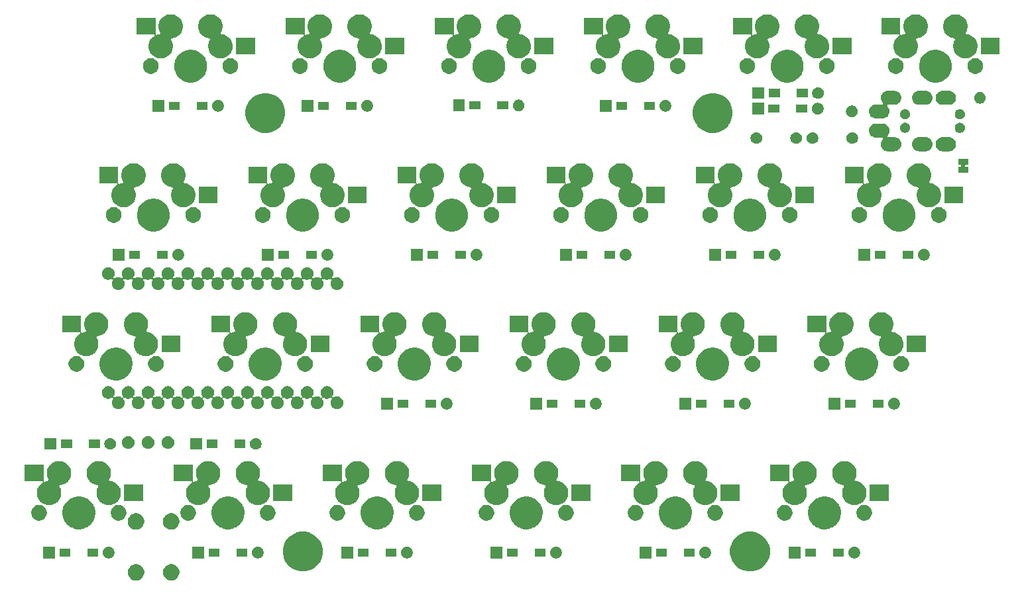
<source format=gts>
G04 #@! TF.GenerationSoftware,KiCad,Pcbnew,(5.0.2)-1*
G04 #@! TF.CreationDate,2019-03-11T22:50:35+09:00*
G04 #@! TF.ProjectId,sockets-split,736f636b-6574-4732-9d73-706c69742e6b,1*
G04 #@! TF.SameCoordinates,Original*
G04 #@! TF.FileFunction,Soldermask,Top*
G04 #@! TF.FilePolarity,Negative*
%FSLAX46Y46*%
G04 Gerber Fmt 4.6, Leading zero omitted, Abs format (unit mm)*
G04 Created by KiCad (PCBNEW (5.0.2)-1) date 2019/03/11 22:50:35*
%MOMM*%
%LPD*%
G01*
G04 APERTURE LIST*
%ADD10C,0.100000*%
G04 APERTURE END LIST*
D10*
G36*
X112700036Y-125205037D02*
X112891305Y-125284263D01*
X113063447Y-125399285D01*
X113209834Y-125545672D01*
X113324856Y-125717814D01*
X113404082Y-125909083D01*
X113444471Y-126112132D01*
X113444471Y-126319164D01*
X113404082Y-126522213D01*
X113324856Y-126713482D01*
X113209834Y-126885624D01*
X113063447Y-127032011D01*
X112891305Y-127147033D01*
X112700036Y-127226259D01*
X112496987Y-127266648D01*
X112289955Y-127266648D01*
X112086906Y-127226259D01*
X111895637Y-127147033D01*
X111723495Y-127032011D01*
X111577108Y-126885624D01*
X111462086Y-126713482D01*
X111382860Y-126522213D01*
X111342471Y-126319164D01*
X111342471Y-126112132D01*
X111382860Y-125909083D01*
X111462086Y-125717814D01*
X111577108Y-125545672D01*
X111723495Y-125399285D01*
X111895637Y-125284263D01*
X112086906Y-125205037D01*
X112289955Y-125164648D01*
X112496987Y-125164648D01*
X112700036Y-125205037D01*
X112700036Y-125205037D01*
G37*
G36*
X108200036Y-125205037D02*
X108391305Y-125284263D01*
X108563447Y-125399285D01*
X108709834Y-125545672D01*
X108824856Y-125717814D01*
X108904082Y-125909083D01*
X108944471Y-126112132D01*
X108944471Y-126319164D01*
X108904082Y-126522213D01*
X108824856Y-126713482D01*
X108709834Y-126885624D01*
X108563447Y-127032011D01*
X108391305Y-127147033D01*
X108200036Y-127226259D01*
X107996987Y-127266648D01*
X107789955Y-127266648D01*
X107586906Y-127226259D01*
X107395637Y-127147033D01*
X107223495Y-127032011D01*
X107077108Y-126885624D01*
X106962086Y-126713482D01*
X106882860Y-126522213D01*
X106842471Y-126319164D01*
X106842471Y-126112132D01*
X106882860Y-125909083D01*
X106962086Y-125717814D01*
X107077108Y-125545672D01*
X107223495Y-125399285D01*
X107395637Y-125284263D01*
X107586906Y-125205037D01*
X107789955Y-125164648D01*
X107996987Y-125164648D01*
X108200036Y-125205037D01*
X108200036Y-125205037D01*
G37*
G36*
X187065796Y-121109433D02*
X187065798Y-121109434D01*
X187065799Y-121109434D01*
X187530052Y-121301733D01*
X187945984Y-121579650D01*
X187947871Y-121580911D01*
X188303189Y-121936229D01*
X188303191Y-121936232D01*
X188582367Y-122354048D01*
X188774666Y-122818301D01*
X188774667Y-122818304D01*
X188872700Y-123311147D01*
X188872700Y-123813653D01*
X188779903Y-124280175D01*
X188774666Y-124306499D01*
X188582367Y-124770752D01*
X188319174Y-125164648D01*
X188303189Y-125188571D01*
X187947871Y-125543889D01*
X187947868Y-125543891D01*
X187530052Y-125823067D01*
X187065799Y-126015366D01*
X187065798Y-126015366D01*
X187065796Y-126015367D01*
X186572953Y-126113400D01*
X186070447Y-126113400D01*
X185577604Y-126015367D01*
X185577602Y-126015366D01*
X185577601Y-126015366D01*
X185113348Y-125823067D01*
X184695532Y-125543891D01*
X184695529Y-125543889D01*
X184340211Y-125188571D01*
X184324226Y-125164648D01*
X184061033Y-124770752D01*
X183868734Y-124306499D01*
X183863498Y-124280175D01*
X183770700Y-123813653D01*
X183770700Y-123311147D01*
X183868733Y-122818304D01*
X183868734Y-122818301D01*
X184061033Y-122354048D01*
X184340209Y-121936232D01*
X184340211Y-121936229D01*
X184695529Y-121580911D01*
X184697416Y-121579650D01*
X185113348Y-121301733D01*
X185577601Y-121109434D01*
X185577602Y-121109434D01*
X185577604Y-121109433D01*
X186070447Y-121011400D01*
X186572953Y-121011400D01*
X187065796Y-121109433D01*
X187065796Y-121109433D01*
G37*
G36*
X129941196Y-121109433D02*
X129941198Y-121109434D01*
X129941199Y-121109434D01*
X130405452Y-121301733D01*
X130821384Y-121579650D01*
X130823271Y-121580911D01*
X131178589Y-121936229D01*
X131178591Y-121936232D01*
X131457767Y-122354048D01*
X131650066Y-122818301D01*
X131650067Y-122818304D01*
X131748100Y-123311147D01*
X131748100Y-123813653D01*
X131655303Y-124280175D01*
X131650066Y-124306499D01*
X131457767Y-124770752D01*
X131194574Y-125164648D01*
X131178589Y-125188571D01*
X130823271Y-125543889D01*
X130823268Y-125543891D01*
X130405452Y-125823067D01*
X129941199Y-126015366D01*
X129941198Y-126015366D01*
X129941196Y-126015367D01*
X129448353Y-126113400D01*
X128945847Y-126113400D01*
X128453004Y-126015367D01*
X128453002Y-126015366D01*
X128453001Y-126015366D01*
X127988748Y-125823067D01*
X127570932Y-125543891D01*
X127570929Y-125543889D01*
X127215611Y-125188571D01*
X127199626Y-125164648D01*
X126936433Y-124770752D01*
X126744134Y-124306499D01*
X126738898Y-124280175D01*
X126646100Y-123813653D01*
X126646100Y-123311147D01*
X126744133Y-122818304D01*
X126744134Y-122818301D01*
X126936433Y-122354048D01*
X127215609Y-121936232D01*
X127215611Y-121936229D01*
X127570929Y-121580911D01*
X127572816Y-121579650D01*
X127988748Y-121301733D01*
X128453001Y-121109434D01*
X128453002Y-121109434D01*
X128453004Y-121109433D01*
X128945847Y-121011400D01*
X129448353Y-121011400D01*
X129941196Y-121109433D01*
X129941196Y-121109433D01*
G37*
G36*
X161762621Y-122977302D02*
X161899022Y-123033801D01*
X162021779Y-123115825D01*
X162126175Y-123220221D01*
X162208199Y-123342978D01*
X162264698Y-123479379D01*
X162293500Y-123624181D01*
X162293500Y-123771819D01*
X162264698Y-123916621D01*
X162208199Y-124053022D01*
X162126175Y-124175779D01*
X162021779Y-124280175D01*
X161899022Y-124362199D01*
X161762621Y-124418698D01*
X161617819Y-124447500D01*
X161470181Y-124447500D01*
X161325379Y-124418698D01*
X161188978Y-124362199D01*
X161066221Y-124280175D01*
X160961825Y-124175779D01*
X160879801Y-124053022D01*
X160823302Y-123916621D01*
X160794500Y-123771819D01*
X160794500Y-123624181D01*
X160823302Y-123479379D01*
X160879801Y-123342978D01*
X160961825Y-123220221D01*
X161066221Y-123115825D01*
X161188978Y-123033801D01*
X161325379Y-122977302D01*
X161470181Y-122948500D01*
X161617819Y-122948500D01*
X161762621Y-122977302D01*
X161762621Y-122977302D01*
G37*
G36*
X192773500Y-124447500D02*
X191274500Y-124447500D01*
X191274500Y-122948500D01*
X192773500Y-122948500D01*
X192773500Y-124447500D01*
X192773500Y-124447500D01*
G37*
G36*
X199862621Y-122977302D02*
X199999022Y-123033801D01*
X200121779Y-123115825D01*
X200226175Y-123220221D01*
X200308199Y-123342978D01*
X200364698Y-123479379D01*
X200393500Y-123624181D01*
X200393500Y-123771819D01*
X200364698Y-123916621D01*
X200308199Y-124053022D01*
X200226175Y-124175779D01*
X200121779Y-124280175D01*
X199999022Y-124362199D01*
X199862621Y-124418698D01*
X199717819Y-124447500D01*
X199570181Y-124447500D01*
X199425379Y-124418698D01*
X199288978Y-124362199D01*
X199166221Y-124280175D01*
X199061825Y-124175779D01*
X198979801Y-124053022D01*
X198923302Y-123916621D01*
X198894500Y-123771819D01*
X198894500Y-123624181D01*
X198923302Y-123479379D01*
X198979801Y-123342978D01*
X199061825Y-123220221D01*
X199166221Y-123115825D01*
X199288978Y-123033801D01*
X199425379Y-122977302D01*
X199570181Y-122948500D01*
X199717819Y-122948500D01*
X199862621Y-122977302D01*
X199862621Y-122977302D01*
G37*
G36*
X180812621Y-122977302D02*
X180949022Y-123033801D01*
X181071779Y-123115825D01*
X181176175Y-123220221D01*
X181258199Y-123342978D01*
X181314698Y-123479379D01*
X181343500Y-123624181D01*
X181343500Y-123771819D01*
X181314698Y-123916621D01*
X181258199Y-124053022D01*
X181176175Y-124175779D01*
X181071779Y-124280175D01*
X180949022Y-124362199D01*
X180812621Y-124418698D01*
X180667819Y-124447500D01*
X180520181Y-124447500D01*
X180375379Y-124418698D01*
X180238978Y-124362199D01*
X180116221Y-124280175D01*
X180011825Y-124175779D01*
X179929801Y-124053022D01*
X179873302Y-123916621D01*
X179844500Y-123771819D01*
X179844500Y-123624181D01*
X179873302Y-123479379D01*
X179929801Y-123342978D01*
X180011825Y-123220221D01*
X180116221Y-123115825D01*
X180238978Y-123033801D01*
X180375379Y-122977302D01*
X180520181Y-122948500D01*
X180667819Y-122948500D01*
X180812621Y-122977302D01*
X180812621Y-122977302D01*
G37*
G36*
X154673500Y-124447500D02*
X153174500Y-124447500D01*
X153174500Y-122948500D01*
X154673500Y-122948500D01*
X154673500Y-124447500D01*
X154673500Y-124447500D01*
G37*
G36*
X142712621Y-122977302D02*
X142849022Y-123033801D01*
X142971779Y-123115825D01*
X143076175Y-123220221D01*
X143158199Y-123342978D01*
X143214698Y-123479379D01*
X143243500Y-123624181D01*
X143243500Y-123771819D01*
X143214698Y-123916621D01*
X143158199Y-124053022D01*
X143076175Y-124175779D01*
X142971779Y-124280175D01*
X142849022Y-124362199D01*
X142712621Y-124418698D01*
X142567819Y-124447500D01*
X142420181Y-124447500D01*
X142275379Y-124418698D01*
X142138978Y-124362199D01*
X142016221Y-124280175D01*
X141911825Y-124175779D01*
X141829801Y-124053022D01*
X141773302Y-123916621D01*
X141744500Y-123771819D01*
X141744500Y-123624181D01*
X141773302Y-123479379D01*
X141829801Y-123342978D01*
X141911825Y-123220221D01*
X142016221Y-123115825D01*
X142138978Y-123033801D01*
X142275379Y-122977302D01*
X142420181Y-122948500D01*
X142567819Y-122948500D01*
X142712621Y-122977302D01*
X142712621Y-122977302D01*
G37*
G36*
X135623500Y-124447500D02*
X134124500Y-124447500D01*
X134124500Y-122948500D01*
X135623500Y-122948500D01*
X135623500Y-124447500D01*
X135623500Y-124447500D01*
G37*
G36*
X116573500Y-124447500D02*
X115074500Y-124447500D01*
X115074500Y-122948500D01*
X116573500Y-122948500D01*
X116573500Y-124447500D01*
X116573500Y-124447500D01*
G37*
G36*
X123662621Y-122977302D02*
X123799022Y-123033801D01*
X123921779Y-123115825D01*
X124026175Y-123220221D01*
X124108199Y-123342978D01*
X124164698Y-123479379D01*
X124193500Y-123624181D01*
X124193500Y-123771819D01*
X124164698Y-123916621D01*
X124108199Y-124053022D01*
X124026175Y-124175779D01*
X123921779Y-124280175D01*
X123799022Y-124362199D01*
X123662621Y-124418698D01*
X123517819Y-124447500D01*
X123370181Y-124447500D01*
X123225379Y-124418698D01*
X123088978Y-124362199D01*
X122966221Y-124280175D01*
X122861825Y-124175779D01*
X122779801Y-124053022D01*
X122723302Y-123916621D01*
X122694500Y-123771819D01*
X122694500Y-123624181D01*
X122723302Y-123479379D01*
X122779801Y-123342978D01*
X122861825Y-123220221D01*
X122966221Y-123115825D01*
X123088978Y-123033801D01*
X123225379Y-122977302D01*
X123370181Y-122948500D01*
X123517819Y-122948500D01*
X123662621Y-122977302D01*
X123662621Y-122977302D01*
G37*
G36*
X104612621Y-122977302D02*
X104749022Y-123033801D01*
X104871779Y-123115825D01*
X104976175Y-123220221D01*
X105058199Y-123342978D01*
X105114698Y-123479379D01*
X105143500Y-123624181D01*
X105143500Y-123771819D01*
X105114698Y-123916621D01*
X105058199Y-124053022D01*
X104976175Y-124175779D01*
X104871779Y-124280175D01*
X104749022Y-124362199D01*
X104612621Y-124418698D01*
X104467819Y-124447500D01*
X104320181Y-124447500D01*
X104175379Y-124418698D01*
X104038978Y-124362199D01*
X103916221Y-124280175D01*
X103811825Y-124175779D01*
X103729801Y-124053022D01*
X103673302Y-123916621D01*
X103644500Y-123771819D01*
X103644500Y-123624181D01*
X103673302Y-123479379D01*
X103729801Y-123342978D01*
X103811825Y-123220221D01*
X103916221Y-123115825D01*
X104038978Y-123033801D01*
X104175379Y-122977302D01*
X104320181Y-122948500D01*
X104467819Y-122948500D01*
X104612621Y-122977302D01*
X104612621Y-122977302D01*
G37*
G36*
X173723500Y-124447500D02*
X172224500Y-124447500D01*
X172224500Y-122948500D01*
X173723500Y-122948500D01*
X173723500Y-124447500D01*
X173723500Y-124447500D01*
G37*
G36*
X97523500Y-124447500D02*
X96024500Y-124447500D01*
X96024500Y-122948500D01*
X97523500Y-122948500D01*
X97523500Y-124447500D01*
X97523500Y-124447500D01*
G37*
G36*
X179260000Y-124224000D02*
X177858000Y-124224000D01*
X177858000Y-123172000D01*
X179260000Y-123172000D01*
X179260000Y-124224000D01*
X179260000Y-124224000D01*
G37*
G36*
X198310000Y-124224000D02*
X196908000Y-124224000D01*
X196908000Y-123172000D01*
X198310000Y-123172000D01*
X198310000Y-124224000D01*
X198310000Y-124224000D01*
G37*
G36*
X137610000Y-124224000D02*
X136208000Y-124224000D01*
X136208000Y-123172000D01*
X137610000Y-123172000D01*
X137610000Y-124224000D01*
X137610000Y-124224000D01*
G37*
G36*
X118560000Y-124224000D02*
X117158000Y-124224000D01*
X117158000Y-123172000D01*
X118560000Y-123172000D01*
X118560000Y-124224000D01*
X118560000Y-124224000D01*
G37*
G36*
X175710000Y-124224000D02*
X174308000Y-124224000D01*
X174308000Y-123172000D01*
X175710000Y-123172000D01*
X175710000Y-124224000D01*
X175710000Y-124224000D01*
G37*
G36*
X160210000Y-124224000D02*
X158808000Y-124224000D01*
X158808000Y-123172000D01*
X160210000Y-123172000D01*
X160210000Y-124224000D01*
X160210000Y-124224000D01*
G37*
G36*
X103060000Y-124224000D02*
X101658000Y-124224000D01*
X101658000Y-123172000D01*
X103060000Y-123172000D01*
X103060000Y-124224000D01*
X103060000Y-124224000D01*
G37*
G36*
X156660000Y-124224000D02*
X155258000Y-124224000D01*
X155258000Y-123172000D01*
X156660000Y-123172000D01*
X156660000Y-124224000D01*
X156660000Y-124224000D01*
G37*
G36*
X141160000Y-124224000D02*
X139758000Y-124224000D01*
X139758000Y-123172000D01*
X141160000Y-123172000D01*
X141160000Y-124224000D01*
X141160000Y-124224000D01*
G37*
G36*
X99510000Y-124224000D02*
X98108000Y-124224000D01*
X98108000Y-123172000D01*
X99510000Y-123172000D01*
X99510000Y-124224000D01*
X99510000Y-124224000D01*
G37*
G36*
X194760000Y-124224000D02*
X193358000Y-124224000D01*
X193358000Y-123172000D01*
X194760000Y-123172000D01*
X194760000Y-124224000D01*
X194760000Y-124224000D01*
G37*
G36*
X122110000Y-124224000D02*
X120708000Y-124224000D01*
X120708000Y-123172000D01*
X122110000Y-123172000D01*
X122110000Y-124224000D01*
X122110000Y-124224000D01*
G37*
G36*
X108200036Y-118705037D02*
X108391305Y-118784263D01*
X108563447Y-118899285D01*
X108709834Y-119045672D01*
X108824856Y-119217814D01*
X108904082Y-119409083D01*
X108944471Y-119612132D01*
X108944471Y-119819164D01*
X108904082Y-120022213D01*
X108824856Y-120213482D01*
X108709834Y-120385624D01*
X108563447Y-120532011D01*
X108391305Y-120647033D01*
X108200036Y-120726259D01*
X107996987Y-120766648D01*
X107789955Y-120766648D01*
X107586906Y-120726259D01*
X107395637Y-120647033D01*
X107223495Y-120532011D01*
X107077108Y-120385624D01*
X106962086Y-120213482D01*
X106882860Y-120022213D01*
X106842471Y-119819164D01*
X106842471Y-119612132D01*
X106882860Y-119409083D01*
X106962086Y-119217814D01*
X107077108Y-119045672D01*
X107223495Y-118899285D01*
X107395637Y-118784263D01*
X107586906Y-118705037D01*
X107789955Y-118664648D01*
X107996987Y-118664648D01*
X108200036Y-118705037D01*
X108200036Y-118705037D01*
G37*
G36*
X112700036Y-118705037D02*
X112891305Y-118784263D01*
X113063447Y-118899285D01*
X113209834Y-119045672D01*
X113324856Y-119217814D01*
X113404082Y-119409083D01*
X113444471Y-119612132D01*
X113444471Y-119819164D01*
X113404082Y-120022213D01*
X113324856Y-120213482D01*
X113209834Y-120385624D01*
X113063447Y-120532011D01*
X112891305Y-120647033D01*
X112700036Y-120726259D01*
X112496987Y-120766648D01*
X112289955Y-120766648D01*
X112086906Y-120726259D01*
X111895637Y-120647033D01*
X111723495Y-120532011D01*
X111577108Y-120385624D01*
X111462086Y-120213482D01*
X111382860Y-120022213D01*
X111342471Y-119819164D01*
X111342471Y-119612132D01*
X111382860Y-119409083D01*
X111462086Y-119217814D01*
X111577108Y-119045672D01*
X111723495Y-118899285D01*
X111895637Y-118784263D01*
X112086906Y-118705037D01*
X112289955Y-118664648D01*
X112496987Y-118664648D01*
X112700036Y-118705037D01*
X112700036Y-118705037D01*
G37*
G36*
X120111536Y-116570827D02*
X120246839Y-116597740D01*
X120405216Y-116663342D01*
X120629196Y-116756117D01*
X120973313Y-116986049D01*
X121265951Y-117278687D01*
X121495883Y-117622804D01*
X121540668Y-117730925D01*
X121643797Y-117979900D01*
X121654260Y-118005162D01*
X121735000Y-118411068D01*
X121735000Y-118824932D01*
X121691092Y-119045672D01*
X121654260Y-119230839D01*
X121643795Y-119256103D01*
X121495883Y-119613196D01*
X121265951Y-119957313D01*
X120973313Y-120249951D01*
X120629196Y-120479883D01*
X120503347Y-120532011D01*
X120246839Y-120638260D01*
X120111536Y-120665173D01*
X119840932Y-120719000D01*
X119427068Y-120719000D01*
X119156464Y-120665173D01*
X119021161Y-120638260D01*
X118764653Y-120532011D01*
X118638804Y-120479883D01*
X118294687Y-120249951D01*
X118002049Y-119957313D01*
X117772117Y-119613196D01*
X117624205Y-119256103D01*
X117613740Y-119230839D01*
X117576908Y-119045672D01*
X117533000Y-118824932D01*
X117533000Y-118411068D01*
X117613740Y-118005162D01*
X117624204Y-117979900D01*
X117727332Y-117730925D01*
X117772117Y-117622804D01*
X118002049Y-117278687D01*
X118294687Y-116986049D01*
X118638804Y-116756117D01*
X118862784Y-116663342D01*
X119021161Y-116597740D01*
X119156464Y-116570827D01*
X119427068Y-116517000D01*
X119840932Y-116517000D01*
X120111536Y-116570827D01*
X120111536Y-116570827D01*
G37*
G36*
X196311536Y-116570827D02*
X196446839Y-116597740D01*
X196605216Y-116663342D01*
X196829196Y-116756117D01*
X197173313Y-116986049D01*
X197465951Y-117278687D01*
X197695883Y-117622804D01*
X197740668Y-117730925D01*
X197843797Y-117979900D01*
X197854260Y-118005162D01*
X197935000Y-118411068D01*
X197935000Y-118824932D01*
X197891092Y-119045672D01*
X197854260Y-119230839D01*
X197843795Y-119256103D01*
X197695883Y-119613196D01*
X197465951Y-119957313D01*
X197173313Y-120249951D01*
X196829196Y-120479883D01*
X196703347Y-120532011D01*
X196446839Y-120638260D01*
X196311536Y-120665173D01*
X196040932Y-120719000D01*
X195627068Y-120719000D01*
X195356464Y-120665173D01*
X195221161Y-120638260D01*
X194964653Y-120532011D01*
X194838804Y-120479883D01*
X194494687Y-120249951D01*
X194202049Y-119957313D01*
X193972117Y-119613196D01*
X193824205Y-119256103D01*
X193813740Y-119230839D01*
X193776908Y-119045672D01*
X193733000Y-118824932D01*
X193733000Y-118411068D01*
X193813740Y-118005162D01*
X193824204Y-117979900D01*
X193927332Y-117730925D01*
X193972117Y-117622804D01*
X194202049Y-117278687D01*
X194494687Y-116986049D01*
X194838804Y-116756117D01*
X195062784Y-116663342D01*
X195221161Y-116597740D01*
X195356464Y-116570827D01*
X195627068Y-116517000D01*
X196040932Y-116517000D01*
X196311536Y-116570827D01*
X196311536Y-116570827D01*
G37*
G36*
X177261536Y-116570827D02*
X177396839Y-116597740D01*
X177555216Y-116663342D01*
X177779196Y-116756117D01*
X178123313Y-116986049D01*
X178415951Y-117278687D01*
X178645883Y-117622804D01*
X178690668Y-117730925D01*
X178793797Y-117979900D01*
X178804260Y-118005162D01*
X178885000Y-118411068D01*
X178885000Y-118824932D01*
X178841092Y-119045672D01*
X178804260Y-119230839D01*
X178793795Y-119256103D01*
X178645883Y-119613196D01*
X178415951Y-119957313D01*
X178123313Y-120249951D01*
X177779196Y-120479883D01*
X177653347Y-120532011D01*
X177396839Y-120638260D01*
X177261536Y-120665173D01*
X176990932Y-120719000D01*
X176577068Y-120719000D01*
X176306464Y-120665173D01*
X176171161Y-120638260D01*
X175914653Y-120532011D01*
X175788804Y-120479883D01*
X175444687Y-120249951D01*
X175152049Y-119957313D01*
X174922117Y-119613196D01*
X174774205Y-119256103D01*
X174763740Y-119230839D01*
X174726908Y-119045672D01*
X174683000Y-118824932D01*
X174683000Y-118411068D01*
X174763740Y-118005162D01*
X174774204Y-117979900D01*
X174877332Y-117730925D01*
X174922117Y-117622804D01*
X175152049Y-117278687D01*
X175444687Y-116986049D01*
X175788804Y-116756117D01*
X176012784Y-116663342D01*
X176171161Y-116597740D01*
X176306464Y-116570827D01*
X176577068Y-116517000D01*
X176990932Y-116517000D01*
X177261536Y-116570827D01*
X177261536Y-116570827D01*
G37*
G36*
X158211536Y-116570827D02*
X158346839Y-116597740D01*
X158505216Y-116663342D01*
X158729196Y-116756117D01*
X159073313Y-116986049D01*
X159365951Y-117278687D01*
X159595883Y-117622804D01*
X159640668Y-117730925D01*
X159743797Y-117979900D01*
X159754260Y-118005162D01*
X159835000Y-118411068D01*
X159835000Y-118824932D01*
X159791092Y-119045672D01*
X159754260Y-119230839D01*
X159743795Y-119256103D01*
X159595883Y-119613196D01*
X159365951Y-119957313D01*
X159073313Y-120249951D01*
X158729196Y-120479883D01*
X158603347Y-120532011D01*
X158346839Y-120638260D01*
X158211536Y-120665173D01*
X157940932Y-120719000D01*
X157527068Y-120719000D01*
X157256464Y-120665173D01*
X157121161Y-120638260D01*
X156864653Y-120532011D01*
X156738804Y-120479883D01*
X156394687Y-120249951D01*
X156102049Y-119957313D01*
X155872117Y-119613196D01*
X155724205Y-119256103D01*
X155713740Y-119230839D01*
X155676908Y-119045672D01*
X155633000Y-118824932D01*
X155633000Y-118411068D01*
X155713740Y-118005162D01*
X155724204Y-117979900D01*
X155827332Y-117730925D01*
X155872117Y-117622804D01*
X156102049Y-117278687D01*
X156394687Y-116986049D01*
X156738804Y-116756117D01*
X156962784Y-116663342D01*
X157121161Y-116597740D01*
X157256464Y-116570827D01*
X157527068Y-116517000D01*
X157940932Y-116517000D01*
X158211536Y-116570827D01*
X158211536Y-116570827D01*
G37*
G36*
X101061536Y-116570827D02*
X101196839Y-116597740D01*
X101355216Y-116663342D01*
X101579196Y-116756117D01*
X101923313Y-116986049D01*
X102215951Y-117278687D01*
X102445883Y-117622804D01*
X102490668Y-117730925D01*
X102593797Y-117979900D01*
X102604260Y-118005162D01*
X102685000Y-118411068D01*
X102685000Y-118824932D01*
X102641092Y-119045672D01*
X102604260Y-119230839D01*
X102593795Y-119256103D01*
X102445883Y-119613196D01*
X102215951Y-119957313D01*
X101923313Y-120249951D01*
X101579196Y-120479883D01*
X101453347Y-120532011D01*
X101196839Y-120638260D01*
X101061536Y-120665173D01*
X100790932Y-120719000D01*
X100377068Y-120719000D01*
X100106464Y-120665173D01*
X99971161Y-120638260D01*
X99714653Y-120532011D01*
X99588804Y-120479883D01*
X99244687Y-120249951D01*
X98952049Y-119957313D01*
X98722117Y-119613196D01*
X98574205Y-119256103D01*
X98563740Y-119230839D01*
X98526908Y-119045672D01*
X98483000Y-118824932D01*
X98483000Y-118411068D01*
X98563740Y-118005162D01*
X98574204Y-117979900D01*
X98677332Y-117730925D01*
X98722117Y-117622804D01*
X98952049Y-117278687D01*
X99244687Y-116986049D01*
X99588804Y-116756117D01*
X99812784Y-116663342D01*
X99971161Y-116597740D01*
X100106464Y-116570827D01*
X100377068Y-116517000D01*
X100790932Y-116517000D01*
X101061536Y-116570827D01*
X101061536Y-116570827D01*
G37*
G36*
X139161536Y-116570827D02*
X139296839Y-116597740D01*
X139455216Y-116663342D01*
X139679196Y-116756117D01*
X140023313Y-116986049D01*
X140315951Y-117278687D01*
X140545883Y-117622804D01*
X140590668Y-117730925D01*
X140693797Y-117979900D01*
X140704260Y-118005162D01*
X140785000Y-118411068D01*
X140785000Y-118824932D01*
X140741092Y-119045672D01*
X140704260Y-119230839D01*
X140693795Y-119256103D01*
X140545883Y-119613196D01*
X140315951Y-119957313D01*
X140023313Y-120249951D01*
X139679196Y-120479883D01*
X139553347Y-120532011D01*
X139296839Y-120638260D01*
X139161536Y-120665173D01*
X138890932Y-120719000D01*
X138477068Y-120719000D01*
X138206464Y-120665173D01*
X138071161Y-120638260D01*
X137814653Y-120532011D01*
X137688804Y-120479883D01*
X137344687Y-120249951D01*
X137052049Y-119957313D01*
X136822117Y-119613196D01*
X136674205Y-119256103D01*
X136663740Y-119230839D01*
X136626908Y-119045672D01*
X136583000Y-118824932D01*
X136583000Y-118411068D01*
X136663740Y-118005162D01*
X136674204Y-117979900D01*
X136777332Y-117730925D01*
X136822117Y-117622804D01*
X137052049Y-117278687D01*
X137344687Y-116986049D01*
X137688804Y-116756117D01*
X137912784Y-116663342D01*
X138071161Y-116597740D01*
X138206464Y-116570827D01*
X138477068Y-116517000D01*
X138890932Y-116517000D01*
X139161536Y-116570827D01*
X139161536Y-116570827D01*
G37*
G36*
X191045981Y-117655468D02*
X191228150Y-117730925D01*
X191392103Y-117840475D01*
X191531525Y-117979897D01*
X191641075Y-118143850D01*
X191716532Y-118326019D01*
X191755000Y-118519410D01*
X191755000Y-118716590D01*
X191716532Y-118909981D01*
X191641075Y-119092150D01*
X191531525Y-119256103D01*
X191392103Y-119395525D01*
X191228150Y-119505075D01*
X191045981Y-119580532D01*
X190852590Y-119619000D01*
X190655410Y-119619000D01*
X190462019Y-119580532D01*
X190279850Y-119505075D01*
X190115897Y-119395525D01*
X189976475Y-119256103D01*
X189866925Y-119092150D01*
X189791468Y-118909981D01*
X189753000Y-118716590D01*
X189753000Y-118519410D01*
X189791468Y-118326019D01*
X189866925Y-118143850D01*
X189976475Y-117979897D01*
X190115897Y-117840475D01*
X190279850Y-117730925D01*
X190462019Y-117655468D01*
X190655410Y-117617000D01*
X190852590Y-117617000D01*
X191045981Y-117655468D01*
X191045981Y-117655468D01*
G37*
G36*
X171995981Y-117655468D02*
X172178150Y-117730925D01*
X172342103Y-117840475D01*
X172481525Y-117979897D01*
X172591075Y-118143850D01*
X172666532Y-118326019D01*
X172705000Y-118519410D01*
X172705000Y-118716590D01*
X172666532Y-118909981D01*
X172591075Y-119092150D01*
X172481525Y-119256103D01*
X172342103Y-119395525D01*
X172178150Y-119505075D01*
X171995981Y-119580532D01*
X171802590Y-119619000D01*
X171605410Y-119619000D01*
X171412019Y-119580532D01*
X171229850Y-119505075D01*
X171065897Y-119395525D01*
X170926475Y-119256103D01*
X170816925Y-119092150D01*
X170741468Y-118909981D01*
X170703000Y-118716590D01*
X170703000Y-118519410D01*
X170741468Y-118326019D01*
X170816925Y-118143850D01*
X170926475Y-117979897D01*
X171065897Y-117840475D01*
X171229850Y-117730925D01*
X171412019Y-117655468D01*
X171605410Y-117617000D01*
X171802590Y-117617000D01*
X171995981Y-117655468D01*
X171995981Y-117655468D01*
G37*
G36*
X182155981Y-117655468D02*
X182338150Y-117730925D01*
X182502103Y-117840475D01*
X182641525Y-117979897D01*
X182751075Y-118143850D01*
X182826532Y-118326019D01*
X182865000Y-118519410D01*
X182865000Y-118716590D01*
X182826532Y-118909981D01*
X182751075Y-119092150D01*
X182641525Y-119256103D01*
X182502103Y-119395525D01*
X182338150Y-119505075D01*
X182155981Y-119580532D01*
X181962590Y-119619000D01*
X181765410Y-119619000D01*
X181572019Y-119580532D01*
X181389850Y-119505075D01*
X181225897Y-119395525D01*
X181086475Y-119256103D01*
X180976925Y-119092150D01*
X180901468Y-118909981D01*
X180863000Y-118716590D01*
X180863000Y-118519410D01*
X180901468Y-118326019D01*
X180976925Y-118143850D01*
X181086475Y-117979897D01*
X181225897Y-117840475D01*
X181389850Y-117730925D01*
X181572019Y-117655468D01*
X181765410Y-117617000D01*
X181962590Y-117617000D01*
X182155981Y-117655468D01*
X182155981Y-117655468D01*
G37*
G36*
X163105981Y-117655468D02*
X163288150Y-117730925D01*
X163452103Y-117840475D01*
X163591525Y-117979897D01*
X163701075Y-118143850D01*
X163776532Y-118326019D01*
X163815000Y-118519410D01*
X163815000Y-118716590D01*
X163776532Y-118909981D01*
X163701075Y-119092150D01*
X163591525Y-119256103D01*
X163452103Y-119395525D01*
X163288150Y-119505075D01*
X163105981Y-119580532D01*
X162912590Y-119619000D01*
X162715410Y-119619000D01*
X162522019Y-119580532D01*
X162339850Y-119505075D01*
X162175897Y-119395525D01*
X162036475Y-119256103D01*
X161926925Y-119092150D01*
X161851468Y-118909981D01*
X161813000Y-118716590D01*
X161813000Y-118519410D01*
X161851468Y-118326019D01*
X161926925Y-118143850D01*
X162036475Y-117979897D01*
X162175897Y-117840475D01*
X162339850Y-117730925D01*
X162522019Y-117655468D01*
X162715410Y-117617000D01*
X162912590Y-117617000D01*
X163105981Y-117655468D01*
X163105981Y-117655468D01*
G37*
G36*
X133895981Y-117655468D02*
X134078150Y-117730925D01*
X134242103Y-117840475D01*
X134381525Y-117979897D01*
X134491075Y-118143850D01*
X134566532Y-118326019D01*
X134605000Y-118519410D01*
X134605000Y-118716590D01*
X134566532Y-118909981D01*
X134491075Y-119092150D01*
X134381525Y-119256103D01*
X134242103Y-119395525D01*
X134078150Y-119505075D01*
X133895981Y-119580532D01*
X133702590Y-119619000D01*
X133505410Y-119619000D01*
X133312019Y-119580532D01*
X133129850Y-119505075D01*
X132965897Y-119395525D01*
X132826475Y-119256103D01*
X132716925Y-119092150D01*
X132641468Y-118909981D01*
X132603000Y-118716590D01*
X132603000Y-118519410D01*
X132641468Y-118326019D01*
X132716925Y-118143850D01*
X132826475Y-117979897D01*
X132965897Y-117840475D01*
X133129850Y-117730925D01*
X133312019Y-117655468D01*
X133505410Y-117617000D01*
X133702590Y-117617000D01*
X133895981Y-117655468D01*
X133895981Y-117655468D01*
G37*
G36*
X144055981Y-117655468D02*
X144238150Y-117730925D01*
X144402103Y-117840475D01*
X144541525Y-117979897D01*
X144651075Y-118143850D01*
X144726532Y-118326019D01*
X144765000Y-118519410D01*
X144765000Y-118716590D01*
X144726532Y-118909981D01*
X144651075Y-119092150D01*
X144541525Y-119256103D01*
X144402103Y-119395525D01*
X144238150Y-119505075D01*
X144055981Y-119580532D01*
X143862590Y-119619000D01*
X143665410Y-119619000D01*
X143472019Y-119580532D01*
X143289850Y-119505075D01*
X143125897Y-119395525D01*
X142986475Y-119256103D01*
X142876925Y-119092150D01*
X142801468Y-118909981D01*
X142763000Y-118716590D01*
X142763000Y-118519410D01*
X142801468Y-118326019D01*
X142876925Y-118143850D01*
X142986475Y-117979897D01*
X143125897Y-117840475D01*
X143289850Y-117730925D01*
X143472019Y-117655468D01*
X143665410Y-117617000D01*
X143862590Y-117617000D01*
X144055981Y-117655468D01*
X144055981Y-117655468D01*
G37*
G36*
X201205981Y-117655468D02*
X201388150Y-117730925D01*
X201552103Y-117840475D01*
X201691525Y-117979897D01*
X201801075Y-118143850D01*
X201876532Y-118326019D01*
X201915000Y-118519410D01*
X201915000Y-118716590D01*
X201876532Y-118909981D01*
X201801075Y-119092150D01*
X201691525Y-119256103D01*
X201552103Y-119395525D01*
X201388150Y-119505075D01*
X201205981Y-119580532D01*
X201012590Y-119619000D01*
X200815410Y-119619000D01*
X200622019Y-119580532D01*
X200439850Y-119505075D01*
X200275897Y-119395525D01*
X200136475Y-119256103D01*
X200026925Y-119092150D01*
X199951468Y-118909981D01*
X199913000Y-118716590D01*
X199913000Y-118519410D01*
X199951468Y-118326019D01*
X200026925Y-118143850D01*
X200136475Y-117979897D01*
X200275897Y-117840475D01*
X200439850Y-117730925D01*
X200622019Y-117655468D01*
X200815410Y-117617000D01*
X201012590Y-117617000D01*
X201205981Y-117655468D01*
X201205981Y-117655468D01*
G37*
G36*
X105955981Y-117655468D02*
X106138150Y-117730925D01*
X106302103Y-117840475D01*
X106441525Y-117979897D01*
X106551075Y-118143850D01*
X106626532Y-118326019D01*
X106665000Y-118519410D01*
X106665000Y-118716590D01*
X106626532Y-118909981D01*
X106551075Y-119092150D01*
X106441525Y-119256103D01*
X106302103Y-119395525D01*
X106138150Y-119505075D01*
X105955981Y-119580532D01*
X105762590Y-119619000D01*
X105565410Y-119619000D01*
X105372019Y-119580532D01*
X105189850Y-119505075D01*
X105025897Y-119395525D01*
X104886475Y-119256103D01*
X104776925Y-119092150D01*
X104701468Y-118909981D01*
X104663000Y-118716590D01*
X104663000Y-118519410D01*
X104701468Y-118326019D01*
X104776925Y-118143850D01*
X104886475Y-117979897D01*
X105025897Y-117840475D01*
X105189850Y-117730925D01*
X105372019Y-117655468D01*
X105565410Y-117617000D01*
X105762590Y-117617000D01*
X105955981Y-117655468D01*
X105955981Y-117655468D01*
G37*
G36*
X95795981Y-117655468D02*
X95978150Y-117730925D01*
X96142103Y-117840475D01*
X96281525Y-117979897D01*
X96391075Y-118143850D01*
X96466532Y-118326019D01*
X96505000Y-118519410D01*
X96505000Y-118716590D01*
X96466532Y-118909981D01*
X96391075Y-119092150D01*
X96281525Y-119256103D01*
X96142103Y-119395525D01*
X95978150Y-119505075D01*
X95795981Y-119580532D01*
X95602590Y-119619000D01*
X95405410Y-119619000D01*
X95212019Y-119580532D01*
X95029850Y-119505075D01*
X94865897Y-119395525D01*
X94726475Y-119256103D01*
X94616925Y-119092150D01*
X94541468Y-118909981D01*
X94503000Y-118716590D01*
X94503000Y-118519410D01*
X94541468Y-118326019D01*
X94616925Y-118143850D01*
X94726475Y-117979897D01*
X94865897Y-117840475D01*
X95029850Y-117730925D01*
X95212019Y-117655468D01*
X95405410Y-117617000D01*
X95602590Y-117617000D01*
X95795981Y-117655468D01*
X95795981Y-117655468D01*
G37*
G36*
X114845981Y-117655468D02*
X115028150Y-117730925D01*
X115192103Y-117840475D01*
X115331525Y-117979897D01*
X115441075Y-118143850D01*
X115516532Y-118326019D01*
X115555000Y-118519410D01*
X115555000Y-118716590D01*
X115516532Y-118909981D01*
X115441075Y-119092150D01*
X115331525Y-119256103D01*
X115192103Y-119395525D01*
X115028150Y-119505075D01*
X114845981Y-119580532D01*
X114652590Y-119619000D01*
X114455410Y-119619000D01*
X114262019Y-119580532D01*
X114079850Y-119505075D01*
X113915897Y-119395525D01*
X113776475Y-119256103D01*
X113666925Y-119092150D01*
X113591468Y-118909981D01*
X113553000Y-118716590D01*
X113553000Y-118519410D01*
X113591468Y-118326019D01*
X113666925Y-118143850D01*
X113776475Y-117979897D01*
X113915897Y-117840475D01*
X114079850Y-117730925D01*
X114262019Y-117655468D01*
X114455410Y-117617000D01*
X114652590Y-117617000D01*
X114845981Y-117655468D01*
X114845981Y-117655468D01*
G37*
G36*
X125005981Y-117655468D02*
X125188150Y-117730925D01*
X125352103Y-117840475D01*
X125491525Y-117979897D01*
X125601075Y-118143850D01*
X125676532Y-118326019D01*
X125715000Y-118519410D01*
X125715000Y-118716590D01*
X125676532Y-118909981D01*
X125601075Y-119092150D01*
X125491525Y-119256103D01*
X125352103Y-119395525D01*
X125188150Y-119505075D01*
X125005981Y-119580532D01*
X124812590Y-119619000D01*
X124615410Y-119619000D01*
X124422019Y-119580532D01*
X124239850Y-119505075D01*
X124075897Y-119395525D01*
X123936475Y-119256103D01*
X123826925Y-119092150D01*
X123751468Y-118909981D01*
X123713000Y-118716590D01*
X123713000Y-118519410D01*
X123751468Y-118326019D01*
X123826925Y-118143850D01*
X123936475Y-117979897D01*
X124075897Y-117840475D01*
X124239850Y-117730925D01*
X124422019Y-117655468D01*
X124615410Y-117617000D01*
X124812590Y-117617000D01*
X125005981Y-117655468D01*
X125005981Y-117655468D01*
G37*
G36*
X152945981Y-117655468D02*
X153128150Y-117730925D01*
X153292103Y-117840475D01*
X153431525Y-117979897D01*
X153541075Y-118143850D01*
X153616532Y-118326019D01*
X153655000Y-118519410D01*
X153655000Y-118716590D01*
X153616532Y-118909981D01*
X153541075Y-119092150D01*
X153431525Y-119256103D01*
X153292103Y-119395525D01*
X153128150Y-119505075D01*
X152945981Y-119580532D01*
X152752590Y-119619000D01*
X152555410Y-119619000D01*
X152362019Y-119580532D01*
X152179850Y-119505075D01*
X152015897Y-119395525D01*
X151876475Y-119256103D01*
X151766925Y-119092150D01*
X151691468Y-118909981D01*
X151653000Y-118716590D01*
X151653000Y-118519410D01*
X151691468Y-118326019D01*
X151766925Y-118143850D01*
X151876475Y-117979897D01*
X152015897Y-117840475D01*
X152179850Y-117730925D01*
X152362019Y-117655468D01*
X152555410Y-117617000D01*
X152752590Y-117617000D01*
X152945981Y-117655468D01*
X152945981Y-117655468D01*
G37*
G36*
X193646527Y-112026736D02*
X193746410Y-112046604D01*
X194028674Y-112163521D01*
X194282705Y-112333259D01*
X194498741Y-112549295D01*
X194668479Y-112803326D01*
X194785396Y-113085590D01*
X194845000Y-113385240D01*
X194845000Y-113690760D01*
X194785396Y-113990410D01*
X194668479Y-114272674D01*
X194498741Y-114526705D01*
X194282705Y-114742741D01*
X194028674Y-114912479D01*
X193746410Y-115029396D01*
X193446760Y-115089000D01*
X193437625Y-115090817D01*
X193414176Y-115097930D01*
X193392565Y-115109481D01*
X193373623Y-115125027D01*
X193358077Y-115143969D01*
X193346526Y-115165580D01*
X193339413Y-115189029D01*
X193337011Y-115213415D01*
X193339413Y-115237801D01*
X193346526Y-115261250D01*
X193358075Y-115282857D01*
X193398479Y-115343326D01*
X193515396Y-115625590D01*
X193515396Y-115625591D01*
X193575000Y-115925237D01*
X193575000Y-116230760D01*
X193515396Y-116530410D01*
X193398479Y-116812674D01*
X193228741Y-117066705D01*
X193012705Y-117282741D01*
X192758674Y-117452479D01*
X192476410Y-117569396D01*
X192376527Y-117589264D01*
X192176762Y-117629000D01*
X191871238Y-117629000D01*
X191671473Y-117589264D01*
X191571590Y-117569396D01*
X191289326Y-117452479D01*
X191035295Y-117282741D01*
X190819259Y-117066705D01*
X190649521Y-116812674D01*
X190532604Y-116530410D01*
X190473000Y-116230760D01*
X190473000Y-115925240D01*
X190473001Y-115925237D01*
X190532604Y-115625591D01*
X190532604Y-115625590D01*
X190649521Y-115343326D01*
X190819259Y-115089295D01*
X191035295Y-114873259D01*
X191177970Y-114777927D01*
X191196903Y-114762388D01*
X191212449Y-114743446D01*
X191224000Y-114721835D01*
X191231113Y-114698386D01*
X191233515Y-114674000D01*
X191231113Y-114649614D01*
X191224000Y-114626164D01*
X191212449Y-114604554D01*
X191196903Y-114585612D01*
X191177961Y-114570066D01*
X191156350Y-114558515D01*
X191132901Y-114551402D01*
X191108515Y-114549000D01*
X188933000Y-114549000D01*
X188933000Y-112447000D01*
X191335000Y-112447000D01*
X191335000Y-114497527D01*
X191337402Y-114521913D01*
X191344515Y-114545362D01*
X191356066Y-114566973D01*
X191371612Y-114585915D01*
X191390554Y-114601461D01*
X191412165Y-114613012D01*
X191435614Y-114620125D01*
X191460000Y-114622527D01*
X191484386Y-114620125D01*
X191507835Y-114613012D01*
X191571590Y-114586604D01*
X191748563Y-114551402D01*
X191871240Y-114527000D01*
X191880375Y-114525183D01*
X191903824Y-114518070D01*
X191925435Y-114506519D01*
X191944377Y-114490973D01*
X191959923Y-114472031D01*
X191971474Y-114450420D01*
X191978587Y-114426971D01*
X191980989Y-114402585D01*
X191978587Y-114378199D01*
X191971474Y-114354750D01*
X191959925Y-114333143D01*
X191919521Y-114272674D01*
X191802604Y-113990410D01*
X191743000Y-113690760D01*
X191743000Y-113385240D01*
X191802604Y-113085590D01*
X191919521Y-112803326D01*
X192089259Y-112549295D01*
X192305295Y-112333259D01*
X192559326Y-112163521D01*
X192841590Y-112046604D01*
X192941473Y-112026736D01*
X193141238Y-111987000D01*
X193446762Y-111987000D01*
X193646527Y-112026736D01*
X193646527Y-112026736D01*
G37*
G36*
X117446527Y-112026736D02*
X117546410Y-112046604D01*
X117828674Y-112163521D01*
X118082705Y-112333259D01*
X118298741Y-112549295D01*
X118468479Y-112803326D01*
X118585396Y-113085590D01*
X118645000Y-113385240D01*
X118645000Y-113690760D01*
X118585396Y-113990410D01*
X118468479Y-114272674D01*
X118298741Y-114526705D01*
X118082705Y-114742741D01*
X117828674Y-114912479D01*
X117546410Y-115029396D01*
X117246760Y-115089000D01*
X117237625Y-115090817D01*
X117214176Y-115097930D01*
X117192565Y-115109481D01*
X117173623Y-115125027D01*
X117158077Y-115143969D01*
X117146526Y-115165580D01*
X117139413Y-115189029D01*
X117137011Y-115213415D01*
X117139413Y-115237801D01*
X117146526Y-115261250D01*
X117158075Y-115282857D01*
X117198479Y-115343326D01*
X117315396Y-115625590D01*
X117315396Y-115625591D01*
X117375000Y-115925237D01*
X117375000Y-116230760D01*
X117315396Y-116530410D01*
X117198479Y-116812674D01*
X117028741Y-117066705D01*
X116812705Y-117282741D01*
X116558674Y-117452479D01*
X116276410Y-117569396D01*
X116176527Y-117589264D01*
X115976762Y-117629000D01*
X115671238Y-117629000D01*
X115471473Y-117589264D01*
X115371590Y-117569396D01*
X115089326Y-117452479D01*
X114835295Y-117282741D01*
X114619259Y-117066705D01*
X114449521Y-116812674D01*
X114332604Y-116530410D01*
X114273000Y-116230760D01*
X114273000Y-115925240D01*
X114273001Y-115925237D01*
X114332604Y-115625591D01*
X114332604Y-115625590D01*
X114449521Y-115343326D01*
X114619259Y-115089295D01*
X114835295Y-114873259D01*
X114977970Y-114777927D01*
X114996903Y-114762388D01*
X115012449Y-114743446D01*
X115024000Y-114721835D01*
X115031113Y-114698386D01*
X115033515Y-114674000D01*
X115031113Y-114649614D01*
X115024000Y-114626164D01*
X115012449Y-114604554D01*
X114996903Y-114585612D01*
X114977961Y-114570066D01*
X114956350Y-114558515D01*
X114932901Y-114551402D01*
X114908515Y-114549000D01*
X112733000Y-114549000D01*
X112733000Y-112447000D01*
X115135000Y-112447000D01*
X115135000Y-114497527D01*
X115137402Y-114521913D01*
X115144515Y-114545362D01*
X115156066Y-114566973D01*
X115171612Y-114585915D01*
X115190554Y-114601461D01*
X115212165Y-114613012D01*
X115235614Y-114620125D01*
X115260000Y-114622527D01*
X115284386Y-114620125D01*
X115307835Y-114613012D01*
X115371590Y-114586604D01*
X115548563Y-114551402D01*
X115671240Y-114527000D01*
X115680375Y-114525183D01*
X115703824Y-114518070D01*
X115725435Y-114506519D01*
X115744377Y-114490973D01*
X115759923Y-114472031D01*
X115771474Y-114450420D01*
X115778587Y-114426971D01*
X115780989Y-114402585D01*
X115778587Y-114378199D01*
X115771474Y-114354750D01*
X115759925Y-114333143D01*
X115719521Y-114272674D01*
X115602604Y-113990410D01*
X115543000Y-113690760D01*
X115543000Y-113385240D01*
X115602604Y-113085590D01*
X115719521Y-112803326D01*
X115889259Y-112549295D01*
X116105295Y-112333259D01*
X116359326Y-112163521D01*
X116641590Y-112046604D01*
X116741473Y-112026736D01*
X116941238Y-111987000D01*
X117246762Y-111987000D01*
X117446527Y-112026736D01*
X117446527Y-112026736D01*
G37*
G36*
X136496527Y-112026736D02*
X136596410Y-112046604D01*
X136878674Y-112163521D01*
X137132705Y-112333259D01*
X137348741Y-112549295D01*
X137518479Y-112803326D01*
X137635396Y-113085590D01*
X137695000Y-113385240D01*
X137695000Y-113690760D01*
X137635396Y-113990410D01*
X137518479Y-114272674D01*
X137348741Y-114526705D01*
X137132705Y-114742741D01*
X136878674Y-114912479D01*
X136596410Y-115029396D01*
X136296760Y-115089000D01*
X136287625Y-115090817D01*
X136264176Y-115097930D01*
X136242565Y-115109481D01*
X136223623Y-115125027D01*
X136208077Y-115143969D01*
X136196526Y-115165580D01*
X136189413Y-115189029D01*
X136187011Y-115213415D01*
X136189413Y-115237801D01*
X136196526Y-115261250D01*
X136208075Y-115282857D01*
X136248479Y-115343326D01*
X136365396Y-115625590D01*
X136365396Y-115625591D01*
X136425000Y-115925237D01*
X136425000Y-116230760D01*
X136365396Y-116530410D01*
X136248479Y-116812674D01*
X136078741Y-117066705D01*
X135862705Y-117282741D01*
X135608674Y-117452479D01*
X135326410Y-117569396D01*
X135226527Y-117589264D01*
X135026762Y-117629000D01*
X134721238Y-117629000D01*
X134521473Y-117589264D01*
X134421590Y-117569396D01*
X134139326Y-117452479D01*
X133885295Y-117282741D01*
X133669259Y-117066705D01*
X133499521Y-116812674D01*
X133382604Y-116530410D01*
X133323000Y-116230760D01*
X133323000Y-115925240D01*
X133323001Y-115925237D01*
X133382604Y-115625591D01*
X133382604Y-115625590D01*
X133499521Y-115343326D01*
X133669259Y-115089295D01*
X133885295Y-114873259D01*
X134027970Y-114777927D01*
X134046903Y-114762388D01*
X134062449Y-114743446D01*
X134074000Y-114721835D01*
X134081113Y-114698386D01*
X134083515Y-114674000D01*
X134081113Y-114649614D01*
X134074000Y-114626164D01*
X134062449Y-114604554D01*
X134046903Y-114585612D01*
X134027961Y-114570066D01*
X134006350Y-114558515D01*
X133982901Y-114551402D01*
X133958515Y-114549000D01*
X131783000Y-114549000D01*
X131783000Y-112447000D01*
X134185000Y-112447000D01*
X134185000Y-114497527D01*
X134187402Y-114521913D01*
X134194515Y-114545362D01*
X134206066Y-114566973D01*
X134221612Y-114585915D01*
X134240554Y-114601461D01*
X134262165Y-114613012D01*
X134285614Y-114620125D01*
X134310000Y-114622527D01*
X134334386Y-114620125D01*
X134357835Y-114613012D01*
X134421590Y-114586604D01*
X134598563Y-114551402D01*
X134721240Y-114527000D01*
X134730375Y-114525183D01*
X134753824Y-114518070D01*
X134775435Y-114506519D01*
X134794377Y-114490973D01*
X134809923Y-114472031D01*
X134821474Y-114450420D01*
X134828587Y-114426971D01*
X134830989Y-114402585D01*
X134828587Y-114378199D01*
X134821474Y-114354750D01*
X134809925Y-114333143D01*
X134769521Y-114272674D01*
X134652604Y-113990410D01*
X134593000Y-113690760D01*
X134593000Y-113385240D01*
X134652604Y-113085590D01*
X134769521Y-112803326D01*
X134939259Y-112549295D01*
X135155295Y-112333259D01*
X135409326Y-112163521D01*
X135691590Y-112046604D01*
X135791473Y-112026736D01*
X135991238Y-111987000D01*
X136296762Y-111987000D01*
X136496527Y-112026736D01*
X136496527Y-112026736D01*
G37*
G36*
X155546527Y-112026736D02*
X155646410Y-112046604D01*
X155928674Y-112163521D01*
X156182705Y-112333259D01*
X156398741Y-112549295D01*
X156568479Y-112803326D01*
X156685396Y-113085590D01*
X156745000Y-113385240D01*
X156745000Y-113690760D01*
X156685396Y-113990410D01*
X156568479Y-114272674D01*
X156398741Y-114526705D01*
X156182705Y-114742741D01*
X155928674Y-114912479D01*
X155646410Y-115029396D01*
X155346760Y-115089000D01*
X155337625Y-115090817D01*
X155314176Y-115097930D01*
X155292565Y-115109481D01*
X155273623Y-115125027D01*
X155258077Y-115143969D01*
X155246526Y-115165580D01*
X155239413Y-115189029D01*
X155237011Y-115213415D01*
X155239413Y-115237801D01*
X155246526Y-115261250D01*
X155258075Y-115282857D01*
X155298479Y-115343326D01*
X155415396Y-115625590D01*
X155415396Y-115625591D01*
X155475000Y-115925237D01*
X155475000Y-116230760D01*
X155415396Y-116530410D01*
X155298479Y-116812674D01*
X155128741Y-117066705D01*
X154912705Y-117282741D01*
X154658674Y-117452479D01*
X154376410Y-117569396D01*
X154276527Y-117589264D01*
X154076762Y-117629000D01*
X153771238Y-117629000D01*
X153571473Y-117589264D01*
X153471590Y-117569396D01*
X153189326Y-117452479D01*
X152935295Y-117282741D01*
X152719259Y-117066705D01*
X152549521Y-116812674D01*
X152432604Y-116530410D01*
X152373000Y-116230760D01*
X152373000Y-115925240D01*
X152373001Y-115925237D01*
X152432604Y-115625591D01*
X152432604Y-115625590D01*
X152549521Y-115343326D01*
X152719259Y-115089295D01*
X152935295Y-114873259D01*
X153077970Y-114777927D01*
X153096903Y-114762388D01*
X153112449Y-114743446D01*
X153124000Y-114721835D01*
X153131113Y-114698386D01*
X153133515Y-114674000D01*
X153131113Y-114649614D01*
X153124000Y-114626164D01*
X153112449Y-114604554D01*
X153096903Y-114585612D01*
X153077961Y-114570066D01*
X153056350Y-114558515D01*
X153032901Y-114551402D01*
X153008515Y-114549000D01*
X150833000Y-114549000D01*
X150833000Y-112447000D01*
X153235000Y-112447000D01*
X153235000Y-114497527D01*
X153237402Y-114521913D01*
X153244515Y-114545362D01*
X153256066Y-114566973D01*
X153271612Y-114585915D01*
X153290554Y-114601461D01*
X153312165Y-114613012D01*
X153335614Y-114620125D01*
X153360000Y-114622527D01*
X153384386Y-114620125D01*
X153407835Y-114613012D01*
X153471590Y-114586604D01*
X153648563Y-114551402D01*
X153771240Y-114527000D01*
X153780375Y-114525183D01*
X153803824Y-114518070D01*
X153825435Y-114506519D01*
X153844377Y-114490973D01*
X153859923Y-114472031D01*
X153871474Y-114450420D01*
X153878587Y-114426971D01*
X153880989Y-114402585D01*
X153878587Y-114378199D01*
X153871474Y-114354750D01*
X153859925Y-114333143D01*
X153819521Y-114272674D01*
X153702604Y-113990410D01*
X153643000Y-113690760D01*
X153643000Y-113385240D01*
X153702604Y-113085590D01*
X153819521Y-112803326D01*
X153989259Y-112549295D01*
X154205295Y-112333259D01*
X154459326Y-112163521D01*
X154741590Y-112046604D01*
X154841473Y-112026736D01*
X155041238Y-111987000D01*
X155346762Y-111987000D01*
X155546527Y-112026736D01*
X155546527Y-112026736D01*
G37*
G36*
X98396527Y-112026736D02*
X98496410Y-112046604D01*
X98778674Y-112163521D01*
X99032705Y-112333259D01*
X99248741Y-112549295D01*
X99418479Y-112803326D01*
X99535396Y-113085590D01*
X99595000Y-113385240D01*
X99595000Y-113690760D01*
X99535396Y-113990410D01*
X99418479Y-114272674D01*
X99248741Y-114526705D01*
X99032705Y-114742741D01*
X98778674Y-114912479D01*
X98496410Y-115029396D01*
X98196760Y-115089000D01*
X98187625Y-115090817D01*
X98164176Y-115097930D01*
X98142565Y-115109481D01*
X98123623Y-115125027D01*
X98108077Y-115143969D01*
X98096526Y-115165580D01*
X98089413Y-115189029D01*
X98087011Y-115213415D01*
X98089413Y-115237801D01*
X98096526Y-115261250D01*
X98108075Y-115282857D01*
X98148479Y-115343326D01*
X98265396Y-115625590D01*
X98265396Y-115625591D01*
X98325000Y-115925237D01*
X98325000Y-116230760D01*
X98265396Y-116530410D01*
X98148479Y-116812674D01*
X97978741Y-117066705D01*
X97762705Y-117282741D01*
X97508674Y-117452479D01*
X97226410Y-117569396D01*
X97126527Y-117589264D01*
X96926762Y-117629000D01*
X96621238Y-117629000D01*
X96421473Y-117589264D01*
X96321590Y-117569396D01*
X96039326Y-117452479D01*
X95785295Y-117282741D01*
X95569259Y-117066705D01*
X95399521Y-116812674D01*
X95282604Y-116530410D01*
X95223000Y-116230760D01*
X95223000Y-115925240D01*
X95223001Y-115925237D01*
X95282604Y-115625591D01*
X95282604Y-115625590D01*
X95399521Y-115343326D01*
X95569259Y-115089295D01*
X95785295Y-114873259D01*
X95927970Y-114777927D01*
X95946903Y-114762388D01*
X95962449Y-114743446D01*
X95974000Y-114721835D01*
X95981113Y-114698386D01*
X95983515Y-114674000D01*
X95981113Y-114649614D01*
X95974000Y-114626164D01*
X95962449Y-114604554D01*
X95946903Y-114585612D01*
X95927961Y-114570066D01*
X95906350Y-114558515D01*
X95882901Y-114551402D01*
X95858515Y-114549000D01*
X93683000Y-114549000D01*
X93683000Y-112447000D01*
X96085000Y-112447000D01*
X96085000Y-114497527D01*
X96087402Y-114521913D01*
X96094515Y-114545362D01*
X96106066Y-114566973D01*
X96121612Y-114585915D01*
X96140554Y-114601461D01*
X96162165Y-114613012D01*
X96185614Y-114620125D01*
X96210000Y-114622527D01*
X96234386Y-114620125D01*
X96257835Y-114613012D01*
X96321590Y-114586604D01*
X96498563Y-114551402D01*
X96621240Y-114527000D01*
X96630375Y-114525183D01*
X96653824Y-114518070D01*
X96675435Y-114506519D01*
X96694377Y-114490973D01*
X96709923Y-114472031D01*
X96721474Y-114450420D01*
X96728587Y-114426971D01*
X96730989Y-114402585D01*
X96728587Y-114378199D01*
X96721474Y-114354750D01*
X96709925Y-114333143D01*
X96669521Y-114272674D01*
X96552604Y-113990410D01*
X96493000Y-113690760D01*
X96493000Y-113385240D01*
X96552604Y-113085590D01*
X96669521Y-112803326D01*
X96839259Y-112549295D01*
X97055295Y-112333259D01*
X97309326Y-112163521D01*
X97591590Y-112046604D01*
X97691473Y-112026736D01*
X97891238Y-111987000D01*
X98196762Y-111987000D01*
X98396527Y-112026736D01*
X98396527Y-112026736D01*
G37*
G36*
X174596527Y-112026736D02*
X174696410Y-112046604D01*
X174978674Y-112163521D01*
X175232705Y-112333259D01*
X175448741Y-112549295D01*
X175618479Y-112803326D01*
X175735396Y-113085590D01*
X175795000Y-113385240D01*
X175795000Y-113690760D01*
X175735396Y-113990410D01*
X175618479Y-114272674D01*
X175448741Y-114526705D01*
X175232705Y-114742741D01*
X174978674Y-114912479D01*
X174696410Y-115029396D01*
X174396760Y-115089000D01*
X174387625Y-115090817D01*
X174364176Y-115097930D01*
X174342565Y-115109481D01*
X174323623Y-115125027D01*
X174308077Y-115143969D01*
X174296526Y-115165580D01*
X174289413Y-115189029D01*
X174287011Y-115213415D01*
X174289413Y-115237801D01*
X174296526Y-115261250D01*
X174308075Y-115282857D01*
X174348479Y-115343326D01*
X174465396Y-115625590D01*
X174465396Y-115625591D01*
X174525000Y-115925237D01*
X174525000Y-116230760D01*
X174465396Y-116530410D01*
X174348479Y-116812674D01*
X174178741Y-117066705D01*
X173962705Y-117282741D01*
X173708674Y-117452479D01*
X173426410Y-117569396D01*
X173326527Y-117589264D01*
X173126762Y-117629000D01*
X172821238Y-117629000D01*
X172621473Y-117589264D01*
X172521590Y-117569396D01*
X172239326Y-117452479D01*
X171985295Y-117282741D01*
X171769259Y-117066705D01*
X171599521Y-116812674D01*
X171482604Y-116530410D01*
X171423000Y-116230760D01*
X171423000Y-115925240D01*
X171423001Y-115925237D01*
X171482604Y-115625591D01*
X171482604Y-115625590D01*
X171599521Y-115343326D01*
X171769259Y-115089295D01*
X171985295Y-114873259D01*
X172127970Y-114777927D01*
X172146903Y-114762388D01*
X172162449Y-114743446D01*
X172174000Y-114721835D01*
X172181113Y-114698386D01*
X172183515Y-114674000D01*
X172181113Y-114649614D01*
X172174000Y-114626164D01*
X172162449Y-114604554D01*
X172146903Y-114585612D01*
X172127961Y-114570066D01*
X172106350Y-114558515D01*
X172082901Y-114551402D01*
X172058515Y-114549000D01*
X169883000Y-114549000D01*
X169883000Y-112447000D01*
X172285000Y-112447000D01*
X172285000Y-114497527D01*
X172287402Y-114521913D01*
X172294515Y-114545362D01*
X172306066Y-114566973D01*
X172321612Y-114585915D01*
X172340554Y-114601461D01*
X172362165Y-114613012D01*
X172385614Y-114620125D01*
X172410000Y-114622527D01*
X172434386Y-114620125D01*
X172457835Y-114613012D01*
X172521590Y-114586604D01*
X172698563Y-114551402D01*
X172821240Y-114527000D01*
X172830375Y-114525183D01*
X172853824Y-114518070D01*
X172875435Y-114506519D01*
X172894377Y-114490973D01*
X172909923Y-114472031D01*
X172921474Y-114450420D01*
X172928587Y-114426971D01*
X172930989Y-114402585D01*
X172928587Y-114378199D01*
X172921474Y-114354750D01*
X172909925Y-114333143D01*
X172869521Y-114272674D01*
X172752604Y-113990410D01*
X172693000Y-113690760D01*
X172693000Y-113385240D01*
X172752604Y-113085590D01*
X172869521Y-112803326D01*
X173039259Y-112549295D01*
X173255295Y-112333259D01*
X173509326Y-112163521D01*
X173791590Y-112046604D01*
X173891473Y-112026736D01*
X174091238Y-111987000D01*
X174396762Y-111987000D01*
X174596527Y-112026736D01*
X174596527Y-112026736D01*
G37*
G36*
X122526527Y-112026736D02*
X122626410Y-112046604D01*
X122908674Y-112163521D01*
X123162705Y-112333259D01*
X123378741Y-112549295D01*
X123548479Y-112803326D01*
X123665396Y-113085590D01*
X123725000Y-113385240D01*
X123725000Y-113690760D01*
X123665396Y-113990410D01*
X123548479Y-114272674D01*
X123508072Y-114333147D01*
X123496526Y-114354748D01*
X123489413Y-114378198D01*
X123487011Y-114402584D01*
X123489413Y-114426970D01*
X123496526Y-114450419D01*
X123508077Y-114472030D01*
X123523623Y-114490972D01*
X123542565Y-114506518D01*
X123564175Y-114518069D01*
X123587625Y-114525182D01*
X123596760Y-114526999D01*
X123896410Y-114586603D01*
X124178674Y-114703520D01*
X124432705Y-114873258D01*
X124648741Y-115089294D01*
X124818479Y-115343325D01*
X124935396Y-115625589D01*
X124935396Y-115625590D01*
X124995000Y-115925237D01*
X124995000Y-116230761D01*
X124955264Y-116430526D01*
X124935396Y-116530409D01*
X124818479Y-116812673D01*
X124648741Y-117066704D01*
X124432705Y-117282740D01*
X124178674Y-117452478D01*
X123896410Y-117569395D01*
X123796527Y-117589263D01*
X123596762Y-117628999D01*
X123291238Y-117628999D01*
X123091473Y-117589263D01*
X122991590Y-117569395D01*
X122709326Y-117452478D01*
X122455295Y-117282740D01*
X122239259Y-117066704D01*
X122069521Y-116812673D01*
X121952604Y-116530409D01*
X121932736Y-116430526D01*
X121893000Y-116230761D01*
X121893000Y-115925237D01*
X121952604Y-115625590D01*
X121952604Y-115625589D01*
X122069521Y-115343325D01*
X122109928Y-115282852D01*
X122121474Y-115261251D01*
X122128587Y-115237801D01*
X122130989Y-115213415D01*
X122128587Y-115189029D01*
X122121474Y-115165580D01*
X122109923Y-115143969D01*
X122094377Y-115125027D01*
X122075435Y-115109481D01*
X122053825Y-115097930D01*
X122030375Y-115090817D01*
X122021240Y-115089000D01*
X121721590Y-115029396D01*
X121439326Y-114912479D01*
X121185295Y-114742741D01*
X120969259Y-114526705D01*
X120799521Y-114272674D01*
X120682604Y-113990410D01*
X120623000Y-113690760D01*
X120623000Y-113385240D01*
X120682604Y-113085590D01*
X120799521Y-112803326D01*
X120969259Y-112549295D01*
X121185295Y-112333259D01*
X121439326Y-112163521D01*
X121721590Y-112046604D01*
X121821473Y-112026736D01*
X122021238Y-111987000D01*
X122326762Y-111987000D01*
X122526527Y-112026736D01*
X122526527Y-112026736D01*
G37*
G36*
X179676527Y-112026736D02*
X179776410Y-112046604D01*
X180058674Y-112163521D01*
X180312705Y-112333259D01*
X180528741Y-112549295D01*
X180698479Y-112803326D01*
X180815396Y-113085590D01*
X180875000Y-113385240D01*
X180875000Y-113690760D01*
X180815396Y-113990410D01*
X180698479Y-114272674D01*
X180658072Y-114333147D01*
X180646526Y-114354748D01*
X180639413Y-114378198D01*
X180637011Y-114402584D01*
X180639413Y-114426970D01*
X180646526Y-114450419D01*
X180658077Y-114472030D01*
X180673623Y-114490972D01*
X180692565Y-114506518D01*
X180714175Y-114518069D01*
X180737625Y-114525182D01*
X180746760Y-114526999D01*
X181046410Y-114586603D01*
X181328674Y-114703520D01*
X181582705Y-114873258D01*
X181798741Y-115089294D01*
X181968479Y-115343325D01*
X182085396Y-115625589D01*
X182085396Y-115625590D01*
X182145000Y-115925237D01*
X182145000Y-116230761D01*
X182105264Y-116430526D01*
X182085396Y-116530409D01*
X181968479Y-116812673D01*
X181798741Y-117066704D01*
X181582705Y-117282740D01*
X181328674Y-117452478D01*
X181046410Y-117569395D01*
X180946527Y-117589263D01*
X180746762Y-117628999D01*
X180441238Y-117628999D01*
X180241473Y-117589263D01*
X180141590Y-117569395D01*
X179859326Y-117452478D01*
X179605295Y-117282740D01*
X179389259Y-117066704D01*
X179219521Y-116812673D01*
X179102604Y-116530409D01*
X179082736Y-116430526D01*
X179043000Y-116230761D01*
X179043000Y-115925237D01*
X179102604Y-115625590D01*
X179102604Y-115625589D01*
X179219521Y-115343325D01*
X179259928Y-115282852D01*
X179271474Y-115261251D01*
X179278587Y-115237801D01*
X179280989Y-115213415D01*
X179278587Y-115189029D01*
X179271474Y-115165580D01*
X179259923Y-115143969D01*
X179244377Y-115125027D01*
X179225435Y-115109481D01*
X179203825Y-115097930D01*
X179180375Y-115090817D01*
X179171240Y-115089000D01*
X178871590Y-115029396D01*
X178589326Y-114912479D01*
X178335295Y-114742741D01*
X178119259Y-114526705D01*
X177949521Y-114272674D01*
X177832604Y-113990410D01*
X177773000Y-113690760D01*
X177773000Y-113385240D01*
X177832604Y-113085590D01*
X177949521Y-112803326D01*
X178119259Y-112549295D01*
X178335295Y-112333259D01*
X178589326Y-112163521D01*
X178871590Y-112046604D01*
X178971473Y-112026736D01*
X179171238Y-111987000D01*
X179476762Y-111987000D01*
X179676527Y-112026736D01*
X179676527Y-112026736D01*
G37*
G36*
X103476527Y-112026736D02*
X103576410Y-112046604D01*
X103858674Y-112163521D01*
X104112705Y-112333259D01*
X104328741Y-112549295D01*
X104498479Y-112803326D01*
X104615396Y-113085590D01*
X104675000Y-113385240D01*
X104675000Y-113690760D01*
X104615396Y-113990410D01*
X104498479Y-114272674D01*
X104458072Y-114333147D01*
X104446526Y-114354748D01*
X104439413Y-114378198D01*
X104437011Y-114402584D01*
X104439413Y-114426970D01*
X104446526Y-114450419D01*
X104458077Y-114472030D01*
X104473623Y-114490972D01*
X104492565Y-114506518D01*
X104514175Y-114518069D01*
X104537625Y-114525182D01*
X104546760Y-114526999D01*
X104846410Y-114586603D01*
X105128674Y-114703520D01*
X105382705Y-114873258D01*
X105598741Y-115089294D01*
X105768479Y-115343325D01*
X105885396Y-115625589D01*
X105885396Y-115625590D01*
X105945000Y-115925237D01*
X105945000Y-116230761D01*
X105905264Y-116430526D01*
X105885396Y-116530409D01*
X105768479Y-116812673D01*
X105598741Y-117066704D01*
X105382705Y-117282740D01*
X105128674Y-117452478D01*
X104846410Y-117569395D01*
X104746527Y-117589263D01*
X104546762Y-117628999D01*
X104241238Y-117628999D01*
X104041473Y-117589263D01*
X103941590Y-117569395D01*
X103659326Y-117452478D01*
X103405295Y-117282740D01*
X103189259Y-117066704D01*
X103019521Y-116812673D01*
X102902604Y-116530409D01*
X102882736Y-116430526D01*
X102843000Y-116230761D01*
X102843000Y-115925237D01*
X102902604Y-115625590D01*
X102902604Y-115625589D01*
X103019521Y-115343325D01*
X103059928Y-115282852D01*
X103071474Y-115261251D01*
X103078587Y-115237801D01*
X103080989Y-115213415D01*
X103078587Y-115189029D01*
X103071474Y-115165580D01*
X103059923Y-115143969D01*
X103044377Y-115125027D01*
X103025435Y-115109481D01*
X103003825Y-115097930D01*
X102980375Y-115090817D01*
X102971240Y-115089000D01*
X102671590Y-115029396D01*
X102389326Y-114912479D01*
X102135295Y-114742741D01*
X101919259Y-114526705D01*
X101749521Y-114272674D01*
X101632604Y-113990410D01*
X101573000Y-113690760D01*
X101573000Y-113385240D01*
X101632604Y-113085590D01*
X101749521Y-112803326D01*
X101919259Y-112549295D01*
X102135295Y-112333259D01*
X102389326Y-112163521D01*
X102671590Y-112046604D01*
X102771473Y-112026736D01*
X102971238Y-111987000D01*
X103276762Y-111987000D01*
X103476527Y-112026736D01*
X103476527Y-112026736D01*
G37*
G36*
X141576527Y-112026736D02*
X141676410Y-112046604D01*
X141958674Y-112163521D01*
X142212705Y-112333259D01*
X142428741Y-112549295D01*
X142598479Y-112803326D01*
X142715396Y-113085590D01*
X142775000Y-113385240D01*
X142775000Y-113690760D01*
X142715396Y-113990410D01*
X142598479Y-114272674D01*
X142558072Y-114333147D01*
X142546526Y-114354748D01*
X142539413Y-114378198D01*
X142537011Y-114402584D01*
X142539413Y-114426970D01*
X142546526Y-114450419D01*
X142558077Y-114472030D01*
X142573623Y-114490972D01*
X142592565Y-114506518D01*
X142614175Y-114518069D01*
X142637625Y-114525182D01*
X142646760Y-114526999D01*
X142946410Y-114586603D01*
X143228674Y-114703520D01*
X143482705Y-114873258D01*
X143698741Y-115089294D01*
X143868479Y-115343325D01*
X143985396Y-115625589D01*
X143985396Y-115625590D01*
X144045000Y-115925237D01*
X144045000Y-116230761D01*
X144005264Y-116430526D01*
X143985396Y-116530409D01*
X143868479Y-116812673D01*
X143698741Y-117066704D01*
X143482705Y-117282740D01*
X143228674Y-117452478D01*
X142946410Y-117569395D01*
X142846527Y-117589263D01*
X142646762Y-117628999D01*
X142341238Y-117628999D01*
X142141473Y-117589263D01*
X142041590Y-117569395D01*
X141759326Y-117452478D01*
X141505295Y-117282740D01*
X141289259Y-117066704D01*
X141119521Y-116812673D01*
X141002604Y-116530409D01*
X140982736Y-116430526D01*
X140943000Y-116230761D01*
X140943000Y-115925237D01*
X141002604Y-115625590D01*
X141002604Y-115625589D01*
X141119521Y-115343325D01*
X141159928Y-115282852D01*
X141171474Y-115261251D01*
X141178587Y-115237801D01*
X141180989Y-115213415D01*
X141178587Y-115189029D01*
X141171474Y-115165580D01*
X141159923Y-115143969D01*
X141144377Y-115125027D01*
X141125435Y-115109481D01*
X141103825Y-115097930D01*
X141080375Y-115090817D01*
X141071240Y-115089000D01*
X140771590Y-115029396D01*
X140489326Y-114912479D01*
X140235295Y-114742741D01*
X140019259Y-114526705D01*
X139849521Y-114272674D01*
X139732604Y-113990410D01*
X139673000Y-113690760D01*
X139673000Y-113385240D01*
X139732604Y-113085590D01*
X139849521Y-112803326D01*
X140019259Y-112549295D01*
X140235295Y-112333259D01*
X140489326Y-112163521D01*
X140771590Y-112046604D01*
X140871473Y-112026736D01*
X141071238Y-111987000D01*
X141376762Y-111987000D01*
X141576527Y-112026736D01*
X141576527Y-112026736D01*
G37*
G36*
X160626527Y-112026736D02*
X160726410Y-112046604D01*
X161008674Y-112163521D01*
X161262705Y-112333259D01*
X161478741Y-112549295D01*
X161648479Y-112803326D01*
X161765396Y-113085590D01*
X161825000Y-113385240D01*
X161825000Y-113690760D01*
X161765396Y-113990410D01*
X161648479Y-114272674D01*
X161608072Y-114333147D01*
X161596526Y-114354748D01*
X161589413Y-114378198D01*
X161587011Y-114402584D01*
X161589413Y-114426970D01*
X161596526Y-114450419D01*
X161608077Y-114472030D01*
X161623623Y-114490972D01*
X161642565Y-114506518D01*
X161664175Y-114518069D01*
X161687625Y-114525182D01*
X161696760Y-114526999D01*
X161996410Y-114586603D01*
X162278674Y-114703520D01*
X162532705Y-114873258D01*
X162748741Y-115089294D01*
X162918479Y-115343325D01*
X163035396Y-115625589D01*
X163035396Y-115625590D01*
X163095000Y-115925237D01*
X163095000Y-116230761D01*
X163055264Y-116430526D01*
X163035396Y-116530409D01*
X162918479Y-116812673D01*
X162748741Y-117066704D01*
X162532705Y-117282740D01*
X162278674Y-117452478D01*
X161996410Y-117569395D01*
X161896527Y-117589263D01*
X161696762Y-117628999D01*
X161391238Y-117628999D01*
X161191473Y-117589263D01*
X161091590Y-117569395D01*
X160809326Y-117452478D01*
X160555295Y-117282740D01*
X160339259Y-117066704D01*
X160169521Y-116812673D01*
X160052604Y-116530409D01*
X160032736Y-116430526D01*
X159993000Y-116230761D01*
X159993000Y-115925237D01*
X160052604Y-115625590D01*
X160052604Y-115625589D01*
X160169521Y-115343325D01*
X160209928Y-115282852D01*
X160221474Y-115261251D01*
X160228587Y-115237801D01*
X160230989Y-115213415D01*
X160228587Y-115189029D01*
X160221474Y-115165580D01*
X160209923Y-115143969D01*
X160194377Y-115125027D01*
X160175435Y-115109481D01*
X160153825Y-115097930D01*
X160130375Y-115090817D01*
X160121240Y-115089000D01*
X159821590Y-115029396D01*
X159539326Y-114912479D01*
X159285295Y-114742741D01*
X159069259Y-114526705D01*
X158899521Y-114272674D01*
X158782604Y-113990410D01*
X158723000Y-113690760D01*
X158723000Y-113385240D01*
X158782604Y-113085590D01*
X158899521Y-112803326D01*
X159069259Y-112549295D01*
X159285295Y-112333259D01*
X159539326Y-112163521D01*
X159821590Y-112046604D01*
X159921473Y-112026736D01*
X160121238Y-111987000D01*
X160426762Y-111987000D01*
X160626527Y-112026736D01*
X160626527Y-112026736D01*
G37*
G36*
X198726527Y-112026736D02*
X198826410Y-112046604D01*
X199108674Y-112163521D01*
X199362705Y-112333259D01*
X199578741Y-112549295D01*
X199748479Y-112803326D01*
X199865396Y-113085590D01*
X199925000Y-113385240D01*
X199925000Y-113690760D01*
X199865396Y-113990410D01*
X199748479Y-114272674D01*
X199708072Y-114333147D01*
X199696526Y-114354748D01*
X199689413Y-114378198D01*
X199687011Y-114402584D01*
X199689413Y-114426970D01*
X199696526Y-114450419D01*
X199708077Y-114472030D01*
X199723623Y-114490972D01*
X199742565Y-114506518D01*
X199764175Y-114518069D01*
X199787625Y-114525182D01*
X199796760Y-114526999D01*
X200096410Y-114586603D01*
X200378674Y-114703520D01*
X200632705Y-114873258D01*
X200848741Y-115089294D01*
X201018479Y-115343325D01*
X201135396Y-115625589D01*
X201135396Y-115625590D01*
X201195000Y-115925237D01*
X201195000Y-116230761D01*
X201155264Y-116430526D01*
X201135396Y-116530409D01*
X201018479Y-116812673D01*
X200848741Y-117066704D01*
X200632705Y-117282740D01*
X200378674Y-117452478D01*
X200096410Y-117569395D01*
X199996527Y-117589263D01*
X199796762Y-117628999D01*
X199491238Y-117628999D01*
X199291473Y-117589263D01*
X199191590Y-117569395D01*
X198909326Y-117452478D01*
X198655295Y-117282740D01*
X198439259Y-117066704D01*
X198269521Y-116812673D01*
X198152604Y-116530409D01*
X198132736Y-116430526D01*
X198093000Y-116230761D01*
X198093000Y-115925237D01*
X198152604Y-115625590D01*
X198152604Y-115625589D01*
X198269521Y-115343325D01*
X198309928Y-115282852D01*
X198321474Y-115261251D01*
X198328587Y-115237801D01*
X198330989Y-115213415D01*
X198328587Y-115189029D01*
X198321474Y-115165580D01*
X198309923Y-115143969D01*
X198294377Y-115125027D01*
X198275435Y-115109481D01*
X198253825Y-115097930D01*
X198230375Y-115090817D01*
X198221240Y-115089000D01*
X197921590Y-115029396D01*
X197639326Y-114912479D01*
X197385295Y-114742741D01*
X197169259Y-114526705D01*
X196999521Y-114272674D01*
X196882604Y-113990410D01*
X196823000Y-113690760D01*
X196823000Y-113385240D01*
X196882604Y-113085590D01*
X196999521Y-112803326D01*
X197169259Y-112549295D01*
X197385295Y-112333259D01*
X197639326Y-112163521D01*
X197921590Y-112046604D01*
X198021473Y-112026736D01*
X198221238Y-111987000D01*
X198526762Y-111987000D01*
X198726527Y-112026736D01*
X198726527Y-112026736D01*
G37*
G36*
X146885000Y-117089000D02*
X144483000Y-117089000D01*
X144483000Y-114987000D01*
X146885000Y-114987000D01*
X146885000Y-117089000D01*
X146885000Y-117089000D01*
G37*
G36*
X127835000Y-117089000D02*
X125433000Y-117089000D01*
X125433000Y-114987000D01*
X127835000Y-114987000D01*
X127835000Y-117089000D01*
X127835000Y-117089000D01*
G37*
G36*
X165935000Y-117089000D02*
X163533000Y-117089000D01*
X163533000Y-114987000D01*
X165935000Y-114987000D01*
X165935000Y-117089000D01*
X165935000Y-117089000D01*
G37*
G36*
X108785000Y-117089000D02*
X106383000Y-117089000D01*
X106383000Y-114987000D01*
X108785000Y-114987000D01*
X108785000Y-117089000D01*
X108785000Y-117089000D01*
G37*
G36*
X204035000Y-117089000D02*
X201633000Y-117089000D01*
X201633000Y-114987000D01*
X204035000Y-114987000D01*
X204035000Y-117089000D01*
X204035000Y-117089000D01*
G37*
G36*
X184985000Y-117089000D02*
X182583000Y-117089000D01*
X182583000Y-114987000D01*
X184985000Y-114987000D01*
X184985000Y-117089000D01*
X184985000Y-117089000D01*
G37*
G36*
X97726700Y-110528300D02*
X96227700Y-110528300D01*
X96227700Y-109029300D01*
X97726700Y-109029300D01*
X97726700Y-110528300D01*
X97726700Y-110528300D01*
G37*
G36*
X104815821Y-109058102D02*
X104952222Y-109114601D01*
X105074979Y-109196625D01*
X105179375Y-109301021D01*
X105261399Y-109423778D01*
X105317898Y-109560179D01*
X105346700Y-109704981D01*
X105346700Y-109852619D01*
X105317898Y-109997421D01*
X105261399Y-110133822D01*
X105179375Y-110256579D01*
X105074979Y-110360975D01*
X104952222Y-110442999D01*
X104815821Y-110499498D01*
X104671019Y-110528300D01*
X104523381Y-110528300D01*
X104378579Y-110499498D01*
X104242178Y-110442999D01*
X104119421Y-110360975D01*
X104015025Y-110256579D01*
X103933001Y-110133822D01*
X103876502Y-109997421D01*
X103847700Y-109852619D01*
X103847700Y-109704981D01*
X103876502Y-109560179D01*
X103933001Y-109423778D01*
X104015025Y-109301021D01*
X104119421Y-109196625D01*
X104242178Y-109114601D01*
X104378579Y-109058102D01*
X104523381Y-109029300D01*
X104671019Y-109029300D01*
X104815821Y-109058102D01*
X104815821Y-109058102D01*
G37*
G36*
X123408621Y-109058102D02*
X123545022Y-109114601D01*
X123667779Y-109196625D01*
X123772175Y-109301021D01*
X123854199Y-109423778D01*
X123910698Y-109560179D01*
X123939500Y-109704981D01*
X123939500Y-109852619D01*
X123910698Y-109997421D01*
X123854199Y-110133822D01*
X123772175Y-110256579D01*
X123667779Y-110360975D01*
X123545022Y-110442999D01*
X123408621Y-110499498D01*
X123263819Y-110528300D01*
X123116181Y-110528300D01*
X122971379Y-110499498D01*
X122834978Y-110442999D01*
X122712221Y-110360975D01*
X122607825Y-110256579D01*
X122525801Y-110133822D01*
X122469302Y-109997421D01*
X122440500Y-109852619D01*
X122440500Y-109704981D01*
X122469302Y-109560179D01*
X122525801Y-109423778D01*
X122607825Y-109301021D01*
X122712221Y-109196625D01*
X122834978Y-109114601D01*
X122971379Y-109058102D01*
X123116181Y-109029300D01*
X123263819Y-109029300D01*
X123408621Y-109058102D01*
X123408621Y-109058102D01*
G37*
G36*
X116319500Y-110528300D02*
X114820500Y-110528300D01*
X114820500Y-109029300D01*
X116319500Y-109029300D01*
X116319500Y-110528300D01*
X116319500Y-110528300D01*
G37*
G36*
X112200342Y-108844642D02*
X112348302Y-108905930D01*
X112415330Y-108950717D01*
X112481457Y-108994901D01*
X112594699Y-109108143D01*
X112638883Y-109174270D01*
X112683670Y-109241298D01*
X112744958Y-109389258D01*
X112776200Y-109546325D01*
X112776200Y-109706475D01*
X112744958Y-109863542D01*
X112697554Y-109977983D01*
X112683671Y-110011500D01*
X112601939Y-110133822D01*
X112594698Y-110144658D01*
X112481458Y-110257898D01*
X112348302Y-110346870D01*
X112200342Y-110408158D01*
X112043275Y-110439400D01*
X111883125Y-110439400D01*
X111726058Y-110408158D01*
X111578098Y-110346870D01*
X111444942Y-110257898D01*
X111331702Y-110144658D01*
X111324462Y-110133822D01*
X111242729Y-110011500D01*
X111228846Y-109977983D01*
X111181442Y-109863542D01*
X111150200Y-109706475D01*
X111150200Y-109546325D01*
X111181442Y-109389258D01*
X111242730Y-109241298D01*
X111287517Y-109174270D01*
X111331701Y-109108143D01*
X111444943Y-108994901D01*
X111511070Y-108950717D01*
X111578098Y-108905930D01*
X111726058Y-108844642D01*
X111883125Y-108813400D01*
X112043275Y-108813400D01*
X112200342Y-108844642D01*
X112200342Y-108844642D01*
G37*
G36*
X109660342Y-108844642D02*
X109808302Y-108905930D01*
X109875330Y-108950717D01*
X109941457Y-108994901D01*
X110054699Y-109108143D01*
X110098883Y-109174270D01*
X110143670Y-109241298D01*
X110204958Y-109389258D01*
X110236200Y-109546325D01*
X110236200Y-109706475D01*
X110204958Y-109863542D01*
X110157554Y-109977983D01*
X110143671Y-110011500D01*
X110061939Y-110133822D01*
X110054698Y-110144658D01*
X109941458Y-110257898D01*
X109808302Y-110346870D01*
X109660342Y-110408158D01*
X109503275Y-110439400D01*
X109343125Y-110439400D01*
X109186058Y-110408158D01*
X109038098Y-110346870D01*
X108904942Y-110257898D01*
X108791702Y-110144658D01*
X108784462Y-110133822D01*
X108702729Y-110011500D01*
X108688846Y-109977983D01*
X108641442Y-109863542D01*
X108610200Y-109706475D01*
X108610200Y-109546325D01*
X108641442Y-109389258D01*
X108702730Y-109241298D01*
X108747517Y-109174270D01*
X108791701Y-109108143D01*
X108904943Y-108994901D01*
X108971070Y-108950717D01*
X109038098Y-108905930D01*
X109186058Y-108844642D01*
X109343125Y-108813400D01*
X109503275Y-108813400D01*
X109660342Y-108844642D01*
X109660342Y-108844642D01*
G37*
G36*
X107120342Y-108844642D02*
X107268302Y-108905930D01*
X107335330Y-108950717D01*
X107401457Y-108994901D01*
X107514699Y-109108143D01*
X107558883Y-109174270D01*
X107603670Y-109241298D01*
X107664958Y-109389258D01*
X107696200Y-109546325D01*
X107696200Y-109706475D01*
X107664958Y-109863542D01*
X107617554Y-109977983D01*
X107603671Y-110011500D01*
X107521939Y-110133822D01*
X107514698Y-110144658D01*
X107401458Y-110257898D01*
X107268302Y-110346870D01*
X107120342Y-110408158D01*
X106963275Y-110439400D01*
X106803125Y-110439400D01*
X106646058Y-110408158D01*
X106498098Y-110346870D01*
X106364942Y-110257898D01*
X106251702Y-110144658D01*
X106244462Y-110133822D01*
X106162729Y-110011500D01*
X106148846Y-109977983D01*
X106101442Y-109863542D01*
X106070200Y-109706475D01*
X106070200Y-109546325D01*
X106101442Y-109389258D01*
X106162730Y-109241298D01*
X106207517Y-109174270D01*
X106251701Y-109108143D01*
X106364943Y-108994901D01*
X106431070Y-108950717D01*
X106498098Y-108905930D01*
X106646058Y-108844642D01*
X106803125Y-108813400D01*
X106963275Y-108813400D01*
X107120342Y-108844642D01*
X107120342Y-108844642D01*
G37*
G36*
X99713200Y-110304800D02*
X98311200Y-110304800D01*
X98311200Y-109252800D01*
X99713200Y-109252800D01*
X99713200Y-110304800D01*
X99713200Y-110304800D01*
G37*
G36*
X103263200Y-110304800D02*
X101861200Y-110304800D01*
X101861200Y-109252800D01*
X103263200Y-109252800D01*
X103263200Y-110304800D01*
X103263200Y-110304800D01*
G37*
G36*
X118306000Y-110304800D02*
X116904000Y-110304800D01*
X116904000Y-109252800D01*
X118306000Y-109252800D01*
X118306000Y-110304800D01*
X118306000Y-110304800D01*
G37*
G36*
X121856000Y-110304800D02*
X120454000Y-110304800D01*
X120454000Y-109252800D01*
X121856000Y-109252800D01*
X121856000Y-110304800D01*
X121856000Y-110304800D01*
G37*
G36*
X147792621Y-103927302D02*
X147929022Y-103983801D01*
X148051779Y-104065825D01*
X148156175Y-104170221D01*
X148238199Y-104292978D01*
X148294698Y-104429379D01*
X148323500Y-104574181D01*
X148323500Y-104721819D01*
X148294698Y-104866621D01*
X148238199Y-105003022D01*
X148156175Y-105125779D01*
X148051779Y-105230175D01*
X147929022Y-105312199D01*
X147792621Y-105368698D01*
X147647819Y-105397500D01*
X147500181Y-105397500D01*
X147355379Y-105368698D01*
X147218978Y-105312199D01*
X147096221Y-105230175D01*
X146991825Y-105125779D01*
X146909801Y-105003022D01*
X146853302Y-104866621D01*
X146824500Y-104721819D01*
X146824500Y-104574181D01*
X146853302Y-104429379D01*
X146909801Y-104292978D01*
X146991825Y-104170221D01*
X147096221Y-104065825D01*
X147218978Y-103983801D01*
X147355379Y-103927302D01*
X147500181Y-103898500D01*
X147647819Y-103898500D01*
X147792621Y-103927302D01*
X147792621Y-103927302D01*
G37*
G36*
X140703500Y-105397500D02*
X139204500Y-105397500D01*
X139204500Y-103898500D01*
X140703500Y-103898500D01*
X140703500Y-105397500D01*
X140703500Y-105397500D01*
G37*
G36*
X159753500Y-105397500D02*
X158254500Y-105397500D01*
X158254500Y-103898500D01*
X159753500Y-103898500D01*
X159753500Y-105397500D01*
X159753500Y-105397500D01*
G37*
G36*
X166842621Y-103927302D02*
X166979022Y-103983801D01*
X167101779Y-104065825D01*
X167206175Y-104170221D01*
X167288199Y-104292978D01*
X167344698Y-104429379D01*
X167373500Y-104574181D01*
X167373500Y-104721819D01*
X167344698Y-104866621D01*
X167288199Y-105003022D01*
X167206175Y-105125779D01*
X167101779Y-105230175D01*
X166979022Y-105312199D01*
X166842621Y-105368698D01*
X166697819Y-105397500D01*
X166550181Y-105397500D01*
X166405379Y-105368698D01*
X166268978Y-105312199D01*
X166146221Y-105230175D01*
X166041825Y-105125779D01*
X165959801Y-105003022D01*
X165903302Y-104866621D01*
X165874500Y-104721819D01*
X165874500Y-104574181D01*
X165903302Y-104429379D01*
X165959801Y-104292978D01*
X166041825Y-104170221D01*
X166146221Y-104065825D01*
X166268978Y-103983801D01*
X166405379Y-103927302D01*
X166550181Y-103898500D01*
X166697819Y-103898500D01*
X166842621Y-103927302D01*
X166842621Y-103927302D01*
G37*
G36*
X178803500Y-105397500D02*
X177304500Y-105397500D01*
X177304500Y-103898500D01*
X178803500Y-103898500D01*
X178803500Y-105397500D01*
X178803500Y-105397500D01*
G37*
G36*
X197853500Y-105397500D02*
X196354500Y-105397500D01*
X196354500Y-103898500D01*
X197853500Y-103898500D01*
X197853500Y-105397500D01*
X197853500Y-105397500D01*
G37*
G36*
X204942621Y-103927302D02*
X205079022Y-103983801D01*
X205201779Y-104065825D01*
X205306175Y-104170221D01*
X205388199Y-104292978D01*
X205444698Y-104429379D01*
X205473500Y-104574181D01*
X205473500Y-104721819D01*
X205444698Y-104866621D01*
X205388199Y-105003022D01*
X205306175Y-105125779D01*
X205201779Y-105230175D01*
X205079022Y-105312199D01*
X204942621Y-105368698D01*
X204797819Y-105397500D01*
X204650181Y-105397500D01*
X204505379Y-105368698D01*
X204368978Y-105312199D01*
X204246221Y-105230175D01*
X204141825Y-105125779D01*
X204059801Y-105003022D01*
X204003302Y-104866621D01*
X203974500Y-104721819D01*
X203974500Y-104574181D01*
X204003302Y-104429379D01*
X204059801Y-104292978D01*
X204141825Y-104170221D01*
X204246221Y-104065825D01*
X204368978Y-103983801D01*
X204505379Y-103927302D01*
X204650181Y-103898500D01*
X204797819Y-103898500D01*
X204942621Y-103927302D01*
X204942621Y-103927302D01*
G37*
G36*
X185892621Y-103927302D02*
X186029022Y-103983801D01*
X186151779Y-104065825D01*
X186256175Y-104170221D01*
X186338199Y-104292978D01*
X186394698Y-104429379D01*
X186423500Y-104574181D01*
X186423500Y-104721819D01*
X186394698Y-104866621D01*
X186338199Y-105003022D01*
X186256175Y-105125779D01*
X186151779Y-105230175D01*
X186029022Y-105312199D01*
X185892621Y-105368698D01*
X185747819Y-105397500D01*
X185600181Y-105397500D01*
X185455379Y-105368698D01*
X185318978Y-105312199D01*
X185196221Y-105230175D01*
X185091825Y-105125779D01*
X185009801Y-105003022D01*
X184953302Y-104866621D01*
X184924500Y-104721819D01*
X184924500Y-104574181D01*
X184953302Y-104429379D01*
X185009801Y-104292978D01*
X185091825Y-104170221D01*
X185196221Y-104065825D01*
X185318978Y-103983801D01*
X185455379Y-103927302D01*
X185600181Y-103898500D01*
X185747819Y-103898500D01*
X185892621Y-103927302D01*
X185892621Y-103927302D01*
G37*
G36*
X104580342Y-102438242D02*
X104728302Y-102499530D01*
X104861458Y-102588502D01*
X104974698Y-102701742D01*
X105063670Y-102834898D01*
X105124958Y-102982858D01*
X105156200Y-103139925D01*
X105156200Y-103300075D01*
X105124958Y-103457142D01*
X105063671Y-103605102D01*
X105013616Y-103680013D01*
X105002064Y-103701624D01*
X104994951Y-103725073D01*
X104992549Y-103749459D01*
X104994951Y-103773846D01*
X105002064Y-103797295D01*
X105013615Y-103818906D01*
X105029160Y-103837848D01*
X105048102Y-103853393D01*
X105069713Y-103864945D01*
X105093162Y-103872058D01*
X105117548Y-103874460D01*
X105141935Y-103872058D01*
X105165384Y-103864945D01*
X105186995Y-103853394D01*
X105228099Y-103825929D01*
X105376058Y-103764642D01*
X105533125Y-103733400D01*
X105693275Y-103733400D01*
X105850342Y-103764642D01*
X105998301Y-103825929D01*
X106039405Y-103853394D01*
X106061016Y-103864945D01*
X106084465Y-103872058D01*
X106108851Y-103874460D01*
X106133237Y-103872058D01*
X106156686Y-103864945D01*
X106178297Y-103853394D01*
X106197239Y-103837848D01*
X106212785Y-103818906D01*
X106224336Y-103797295D01*
X106231449Y-103773846D01*
X106233851Y-103749460D01*
X106231449Y-103725074D01*
X106224336Y-103701625D01*
X106212784Y-103680013D01*
X106162729Y-103605102D01*
X106101442Y-103457142D01*
X106070200Y-103300075D01*
X106070200Y-103139925D01*
X106101442Y-102982858D01*
X106162730Y-102834898D01*
X106251702Y-102701742D01*
X106364942Y-102588502D01*
X106498098Y-102499530D01*
X106646058Y-102438242D01*
X106803125Y-102407000D01*
X106963275Y-102407000D01*
X107120342Y-102438242D01*
X107268302Y-102499530D01*
X107401458Y-102588502D01*
X107514698Y-102701742D01*
X107603670Y-102834898D01*
X107664958Y-102982858D01*
X107696200Y-103139925D01*
X107696200Y-103300075D01*
X107664958Y-103457142D01*
X107603671Y-103605102D01*
X107553616Y-103680013D01*
X107542064Y-103701624D01*
X107534951Y-103725073D01*
X107532549Y-103749459D01*
X107534951Y-103773846D01*
X107542064Y-103797295D01*
X107553615Y-103818906D01*
X107569160Y-103837848D01*
X107588102Y-103853393D01*
X107609713Y-103864945D01*
X107633162Y-103872058D01*
X107657548Y-103874460D01*
X107681935Y-103872058D01*
X107705384Y-103864945D01*
X107726995Y-103853394D01*
X107768099Y-103825929D01*
X107916058Y-103764642D01*
X108073125Y-103733400D01*
X108233275Y-103733400D01*
X108390342Y-103764642D01*
X108538301Y-103825929D01*
X108579405Y-103853394D01*
X108601016Y-103864945D01*
X108624465Y-103872058D01*
X108648851Y-103874460D01*
X108673237Y-103872058D01*
X108696686Y-103864945D01*
X108718297Y-103853394D01*
X108737239Y-103837848D01*
X108752785Y-103818906D01*
X108764336Y-103797295D01*
X108771449Y-103773846D01*
X108773851Y-103749460D01*
X108771449Y-103725074D01*
X108764336Y-103701625D01*
X108752784Y-103680013D01*
X108702729Y-103605102D01*
X108641442Y-103457142D01*
X108610200Y-103300075D01*
X108610200Y-103139925D01*
X108641442Y-102982858D01*
X108702730Y-102834898D01*
X108791702Y-102701742D01*
X108904942Y-102588502D01*
X109038098Y-102499530D01*
X109186058Y-102438242D01*
X109343125Y-102407000D01*
X109503275Y-102407000D01*
X109660342Y-102438242D01*
X109808302Y-102499530D01*
X109941458Y-102588502D01*
X110054698Y-102701742D01*
X110143670Y-102834898D01*
X110204958Y-102982858D01*
X110236200Y-103139925D01*
X110236200Y-103300075D01*
X110204958Y-103457142D01*
X110143671Y-103605102D01*
X110093616Y-103680013D01*
X110082064Y-103701624D01*
X110074951Y-103725073D01*
X110072549Y-103749459D01*
X110074951Y-103773846D01*
X110082064Y-103797295D01*
X110093615Y-103818906D01*
X110109160Y-103837848D01*
X110128102Y-103853393D01*
X110149713Y-103864945D01*
X110173162Y-103872058D01*
X110197548Y-103874460D01*
X110221935Y-103872058D01*
X110245384Y-103864945D01*
X110266995Y-103853394D01*
X110308099Y-103825929D01*
X110456058Y-103764642D01*
X110613125Y-103733400D01*
X110773275Y-103733400D01*
X110930342Y-103764642D01*
X111078301Y-103825929D01*
X111119405Y-103853394D01*
X111141016Y-103864945D01*
X111164465Y-103872058D01*
X111188851Y-103874460D01*
X111213237Y-103872058D01*
X111236686Y-103864945D01*
X111258297Y-103853394D01*
X111277239Y-103837848D01*
X111292785Y-103818906D01*
X111304336Y-103797295D01*
X111311449Y-103773846D01*
X111313851Y-103749460D01*
X111311449Y-103725074D01*
X111304336Y-103701625D01*
X111292784Y-103680013D01*
X111242729Y-103605102D01*
X111181442Y-103457142D01*
X111150200Y-103300075D01*
X111150200Y-103139925D01*
X111181442Y-102982858D01*
X111242730Y-102834898D01*
X111331702Y-102701742D01*
X111444942Y-102588502D01*
X111578098Y-102499530D01*
X111726058Y-102438242D01*
X111883125Y-102407000D01*
X112043275Y-102407000D01*
X112200342Y-102438242D01*
X112348302Y-102499530D01*
X112481458Y-102588502D01*
X112594698Y-102701742D01*
X112683670Y-102834898D01*
X112744958Y-102982858D01*
X112776200Y-103139925D01*
X112776200Y-103300075D01*
X112744958Y-103457142D01*
X112683671Y-103605102D01*
X112633616Y-103680013D01*
X112622064Y-103701624D01*
X112614951Y-103725073D01*
X112612549Y-103749459D01*
X112614951Y-103773846D01*
X112622064Y-103797295D01*
X112633615Y-103818906D01*
X112649160Y-103837848D01*
X112668102Y-103853393D01*
X112689713Y-103864945D01*
X112713162Y-103872058D01*
X112737548Y-103874460D01*
X112761935Y-103872058D01*
X112785384Y-103864945D01*
X112806995Y-103853394D01*
X112848099Y-103825929D01*
X112996058Y-103764642D01*
X113153125Y-103733400D01*
X113313275Y-103733400D01*
X113470342Y-103764642D01*
X113618301Y-103825929D01*
X113659405Y-103853394D01*
X113681016Y-103864945D01*
X113704465Y-103872058D01*
X113728851Y-103874460D01*
X113753237Y-103872058D01*
X113776686Y-103864945D01*
X113798297Y-103853394D01*
X113817239Y-103837848D01*
X113832785Y-103818906D01*
X113844336Y-103797295D01*
X113851449Y-103773846D01*
X113853851Y-103749460D01*
X113851449Y-103725074D01*
X113844336Y-103701625D01*
X113832784Y-103680013D01*
X113782729Y-103605102D01*
X113721442Y-103457142D01*
X113690200Y-103300075D01*
X113690200Y-103139925D01*
X113721442Y-102982858D01*
X113782730Y-102834898D01*
X113871702Y-102701742D01*
X113984942Y-102588502D01*
X114118098Y-102499530D01*
X114266058Y-102438242D01*
X114423125Y-102407000D01*
X114583275Y-102407000D01*
X114740342Y-102438242D01*
X114888302Y-102499530D01*
X115021458Y-102588502D01*
X115134698Y-102701742D01*
X115223670Y-102834898D01*
X115284958Y-102982858D01*
X115316200Y-103139925D01*
X115316200Y-103300075D01*
X115284958Y-103457142D01*
X115223671Y-103605102D01*
X115173616Y-103680013D01*
X115162064Y-103701624D01*
X115154951Y-103725073D01*
X115152549Y-103749459D01*
X115154951Y-103773846D01*
X115162064Y-103797295D01*
X115173615Y-103818906D01*
X115189160Y-103837848D01*
X115208102Y-103853393D01*
X115229713Y-103864945D01*
X115253162Y-103872058D01*
X115277548Y-103874460D01*
X115301935Y-103872058D01*
X115325384Y-103864945D01*
X115346995Y-103853394D01*
X115388099Y-103825929D01*
X115536058Y-103764642D01*
X115693125Y-103733400D01*
X115853275Y-103733400D01*
X116010342Y-103764642D01*
X116158301Y-103825929D01*
X116199405Y-103853394D01*
X116221016Y-103864945D01*
X116244465Y-103872058D01*
X116268851Y-103874460D01*
X116293237Y-103872058D01*
X116316686Y-103864945D01*
X116338297Y-103853394D01*
X116357239Y-103837848D01*
X116372785Y-103818906D01*
X116384336Y-103797295D01*
X116391449Y-103773846D01*
X116393851Y-103749460D01*
X116391449Y-103725074D01*
X116384336Y-103701625D01*
X116372784Y-103680013D01*
X116322729Y-103605102D01*
X116261442Y-103457142D01*
X116230200Y-103300075D01*
X116230200Y-103139925D01*
X116261442Y-102982858D01*
X116322730Y-102834898D01*
X116411702Y-102701742D01*
X116524942Y-102588502D01*
X116658098Y-102499530D01*
X116806058Y-102438242D01*
X116963125Y-102407000D01*
X117123275Y-102407000D01*
X117280342Y-102438242D01*
X117428302Y-102499530D01*
X117561458Y-102588502D01*
X117674698Y-102701742D01*
X117763670Y-102834898D01*
X117824958Y-102982858D01*
X117856200Y-103139925D01*
X117856200Y-103300075D01*
X117824958Y-103457142D01*
X117763671Y-103605102D01*
X117713616Y-103680013D01*
X117702064Y-103701624D01*
X117694951Y-103725073D01*
X117692549Y-103749459D01*
X117694951Y-103773846D01*
X117702064Y-103797295D01*
X117713615Y-103818906D01*
X117729160Y-103837848D01*
X117748102Y-103853393D01*
X117769713Y-103864945D01*
X117793162Y-103872058D01*
X117817548Y-103874460D01*
X117841935Y-103872058D01*
X117865384Y-103864945D01*
X117886995Y-103853394D01*
X117928099Y-103825929D01*
X118076058Y-103764642D01*
X118233125Y-103733400D01*
X118393275Y-103733400D01*
X118550342Y-103764642D01*
X118698301Y-103825929D01*
X118739405Y-103853394D01*
X118761016Y-103864945D01*
X118784465Y-103872058D01*
X118808851Y-103874460D01*
X118833237Y-103872058D01*
X118856686Y-103864945D01*
X118878297Y-103853394D01*
X118897239Y-103837848D01*
X118912785Y-103818906D01*
X118924336Y-103797295D01*
X118931449Y-103773846D01*
X118933851Y-103749460D01*
X118931449Y-103725074D01*
X118924336Y-103701625D01*
X118912784Y-103680013D01*
X118862729Y-103605102D01*
X118801442Y-103457142D01*
X118770200Y-103300075D01*
X118770200Y-103139925D01*
X118801442Y-102982858D01*
X118862730Y-102834898D01*
X118951702Y-102701742D01*
X119064942Y-102588502D01*
X119198098Y-102499530D01*
X119346058Y-102438242D01*
X119503125Y-102407000D01*
X119663275Y-102407000D01*
X119820342Y-102438242D01*
X119968302Y-102499530D01*
X120101458Y-102588502D01*
X120214698Y-102701742D01*
X120303670Y-102834898D01*
X120364958Y-102982858D01*
X120396200Y-103139925D01*
X120396200Y-103300075D01*
X120364958Y-103457142D01*
X120303671Y-103605102D01*
X120253616Y-103680013D01*
X120242064Y-103701624D01*
X120234951Y-103725073D01*
X120232549Y-103749459D01*
X120234951Y-103773846D01*
X120242064Y-103797295D01*
X120253615Y-103818906D01*
X120269160Y-103837848D01*
X120288102Y-103853393D01*
X120309713Y-103864945D01*
X120333162Y-103872058D01*
X120357548Y-103874460D01*
X120381935Y-103872058D01*
X120405384Y-103864945D01*
X120426995Y-103853394D01*
X120468099Y-103825929D01*
X120616058Y-103764642D01*
X120773125Y-103733400D01*
X120933275Y-103733400D01*
X121090342Y-103764642D01*
X121238301Y-103825929D01*
X121279405Y-103853394D01*
X121301016Y-103864945D01*
X121324465Y-103872058D01*
X121348851Y-103874460D01*
X121373237Y-103872058D01*
X121396686Y-103864945D01*
X121418297Y-103853394D01*
X121437239Y-103837848D01*
X121452785Y-103818906D01*
X121464336Y-103797295D01*
X121471449Y-103773846D01*
X121473851Y-103749460D01*
X121471449Y-103725074D01*
X121464336Y-103701625D01*
X121452784Y-103680013D01*
X121402729Y-103605102D01*
X121341442Y-103457142D01*
X121310200Y-103300075D01*
X121310200Y-103139925D01*
X121341442Y-102982858D01*
X121402730Y-102834898D01*
X121491702Y-102701742D01*
X121604942Y-102588502D01*
X121738098Y-102499530D01*
X121886058Y-102438242D01*
X122043125Y-102407000D01*
X122203275Y-102407000D01*
X122360342Y-102438242D01*
X122508302Y-102499530D01*
X122641458Y-102588502D01*
X122754698Y-102701742D01*
X122843670Y-102834898D01*
X122904958Y-102982858D01*
X122936200Y-103139925D01*
X122936200Y-103300075D01*
X122904958Y-103457142D01*
X122843671Y-103605102D01*
X122793616Y-103680013D01*
X122782064Y-103701624D01*
X122774951Y-103725073D01*
X122772549Y-103749459D01*
X122774951Y-103773846D01*
X122782064Y-103797295D01*
X122793615Y-103818906D01*
X122809160Y-103837848D01*
X122828102Y-103853393D01*
X122849713Y-103864945D01*
X122873162Y-103872058D01*
X122897548Y-103874460D01*
X122921935Y-103872058D01*
X122945384Y-103864945D01*
X122966995Y-103853394D01*
X123008099Y-103825929D01*
X123156058Y-103764642D01*
X123313125Y-103733400D01*
X123473275Y-103733400D01*
X123630342Y-103764642D01*
X123778301Y-103825929D01*
X123819405Y-103853394D01*
X123841016Y-103864945D01*
X123864465Y-103872058D01*
X123888851Y-103874460D01*
X123913237Y-103872058D01*
X123936686Y-103864945D01*
X123958297Y-103853394D01*
X123977239Y-103837848D01*
X123992785Y-103818906D01*
X124004336Y-103797295D01*
X124011449Y-103773846D01*
X124013851Y-103749460D01*
X124011449Y-103725074D01*
X124004336Y-103701625D01*
X123992784Y-103680013D01*
X123942729Y-103605102D01*
X123881442Y-103457142D01*
X123850200Y-103300075D01*
X123850200Y-103139925D01*
X123881442Y-102982858D01*
X123942730Y-102834898D01*
X124031702Y-102701742D01*
X124144942Y-102588502D01*
X124278098Y-102499530D01*
X124426058Y-102438242D01*
X124583125Y-102407000D01*
X124743275Y-102407000D01*
X124900342Y-102438242D01*
X125048302Y-102499530D01*
X125181458Y-102588502D01*
X125294698Y-102701742D01*
X125383670Y-102834898D01*
X125444958Y-102982858D01*
X125476200Y-103139925D01*
X125476200Y-103300075D01*
X125444958Y-103457142D01*
X125383671Y-103605102D01*
X125333616Y-103680013D01*
X125322064Y-103701624D01*
X125314951Y-103725073D01*
X125312549Y-103749459D01*
X125314951Y-103773846D01*
X125322064Y-103797295D01*
X125333615Y-103818906D01*
X125349160Y-103837848D01*
X125368102Y-103853393D01*
X125389713Y-103864945D01*
X125413162Y-103872058D01*
X125437548Y-103874460D01*
X125461935Y-103872058D01*
X125485384Y-103864945D01*
X125506995Y-103853394D01*
X125548099Y-103825929D01*
X125696058Y-103764642D01*
X125853125Y-103733400D01*
X126013275Y-103733400D01*
X126170342Y-103764642D01*
X126318301Y-103825929D01*
X126359405Y-103853394D01*
X126381016Y-103864945D01*
X126404465Y-103872058D01*
X126428851Y-103874460D01*
X126453237Y-103872058D01*
X126476686Y-103864945D01*
X126498297Y-103853394D01*
X126517239Y-103837848D01*
X126532785Y-103818906D01*
X126544336Y-103797295D01*
X126551449Y-103773846D01*
X126553851Y-103749460D01*
X126551449Y-103725074D01*
X126544336Y-103701625D01*
X126532784Y-103680013D01*
X126482729Y-103605102D01*
X126421442Y-103457142D01*
X126390200Y-103300075D01*
X126390200Y-103139925D01*
X126421442Y-102982858D01*
X126482730Y-102834898D01*
X126571702Y-102701742D01*
X126684942Y-102588502D01*
X126818098Y-102499530D01*
X126966058Y-102438242D01*
X127123125Y-102407000D01*
X127283275Y-102407000D01*
X127440342Y-102438242D01*
X127588302Y-102499530D01*
X127721458Y-102588502D01*
X127834698Y-102701742D01*
X127923670Y-102834898D01*
X127984958Y-102982858D01*
X128016200Y-103139925D01*
X128016200Y-103300075D01*
X127984958Y-103457142D01*
X127923671Y-103605102D01*
X127873616Y-103680013D01*
X127862064Y-103701624D01*
X127854951Y-103725073D01*
X127852549Y-103749459D01*
X127854951Y-103773846D01*
X127862064Y-103797295D01*
X127873615Y-103818906D01*
X127889160Y-103837848D01*
X127908102Y-103853393D01*
X127929713Y-103864945D01*
X127953162Y-103872058D01*
X127977548Y-103874460D01*
X128001935Y-103872058D01*
X128025384Y-103864945D01*
X128046995Y-103853394D01*
X128088099Y-103825929D01*
X128236058Y-103764642D01*
X128393125Y-103733400D01*
X128553275Y-103733400D01*
X128710342Y-103764642D01*
X128858301Y-103825929D01*
X128899405Y-103853394D01*
X128921016Y-103864945D01*
X128944465Y-103872058D01*
X128968851Y-103874460D01*
X128993237Y-103872058D01*
X129016686Y-103864945D01*
X129038297Y-103853394D01*
X129057239Y-103837848D01*
X129072785Y-103818906D01*
X129084336Y-103797295D01*
X129091449Y-103773846D01*
X129093851Y-103749460D01*
X129091449Y-103725074D01*
X129084336Y-103701625D01*
X129072784Y-103680013D01*
X129022729Y-103605102D01*
X128961442Y-103457142D01*
X128930200Y-103300075D01*
X128930200Y-103139925D01*
X128961442Y-102982858D01*
X129022730Y-102834898D01*
X129111702Y-102701742D01*
X129224942Y-102588502D01*
X129358098Y-102499530D01*
X129506058Y-102438242D01*
X129663125Y-102407000D01*
X129823275Y-102407000D01*
X129980342Y-102438242D01*
X130128302Y-102499530D01*
X130261458Y-102588502D01*
X130374698Y-102701742D01*
X130463670Y-102834898D01*
X130524958Y-102982858D01*
X130556200Y-103139925D01*
X130556200Y-103300075D01*
X130524958Y-103457142D01*
X130463671Y-103605102D01*
X130413616Y-103680013D01*
X130402064Y-103701624D01*
X130394951Y-103725073D01*
X130392549Y-103749459D01*
X130394951Y-103773846D01*
X130402064Y-103797295D01*
X130413615Y-103818906D01*
X130429160Y-103837848D01*
X130448102Y-103853393D01*
X130469713Y-103864945D01*
X130493162Y-103872058D01*
X130517548Y-103874460D01*
X130541935Y-103872058D01*
X130565384Y-103864945D01*
X130586995Y-103853394D01*
X130628099Y-103825929D01*
X130776058Y-103764642D01*
X130933125Y-103733400D01*
X131093275Y-103733400D01*
X131250342Y-103764642D01*
X131398301Y-103825929D01*
X131439405Y-103853394D01*
X131461016Y-103864945D01*
X131484465Y-103872058D01*
X131508851Y-103874460D01*
X131533237Y-103872058D01*
X131556686Y-103864945D01*
X131578297Y-103853394D01*
X131597239Y-103837848D01*
X131612785Y-103818906D01*
X131624336Y-103797295D01*
X131631449Y-103773846D01*
X131633851Y-103749460D01*
X131631449Y-103725074D01*
X131624336Y-103701625D01*
X131612784Y-103680013D01*
X131562729Y-103605102D01*
X131501442Y-103457142D01*
X131470200Y-103300075D01*
X131470200Y-103139925D01*
X131501442Y-102982858D01*
X131562730Y-102834898D01*
X131651702Y-102701742D01*
X131764942Y-102588502D01*
X131898098Y-102499530D01*
X132046058Y-102438242D01*
X132203125Y-102407000D01*
X132363275Y-102407000D01*
X132520342Y-102438242D01*
X132668302Y-102499530D01*
X132801458Y-102588502D01*
X132914698Y-102701742D01*
X133003670Y-102834898D01*
X133064958Y-102982858D01*
X133096200Y-103139925D01*
X133096200Y-103300075D01*
X133064958Y-103457142D01*
X133003671Y-103605102D01*
X132953616Y-103680013D01*
X132942064Y-103701624D01*
X132934951Y-103725073D01*
X132932549Y-103749459D01*
X132934951Y-103773846D01*
X132942064Y-103797295D01*
X132953615Y-103818906D01*
X132969160Y-103837848D01*
X132988102Y-103853393D01*
X133009713Y-103864945D01*
X133033162Y-103872058D01*
X133057548Y-103874460D01*
X133081935Y-103872058D01*
X133105384Y-103864945D01*
X133126995Y-103853394D01*
X133168099Y-103825929D01*
X133316058Y-103764642D01*
X133473125Y-103733400D01*
X133633275Y-103733400D01*
X133790342Y-103764642D01*
X133938302Y-103825930D01*
X133979403Y-103853393D01*
X134071457Y-103914901D01*
X134184699Y-104028143D01*
X134209176Y-104064776D01*
X134273670Y-104161298D01*
X134334958Y-104309258D01*
X134366200Y-104466325D01*
X134366200Y-104626475D01*
X134334958Y-104783542D01*
X134273670Y-104931502D01*
X134184698Y-105064658D01*
X134071458Y-105177898D01*
X133938302Y-105266870D01*
X133790342Y-105328158D01*
X133633275Y-105359400D01*
X133473125Y-105359400D01*
X133316058Y-105328158D01*
X133168098Y-105266870D01*
X133034942Y-105177898D01*
X132921702Y-105064658D01*
X132832730Y-104931502D01*
X132771442Y-104783542D01*
X132740200Y-104626475D01*
X132740200Y-104466325D01*
X132771442Y-104309258D01*
X132832729Y-104161298D01*
X132882784Y-104086387D01*
X132894336Y-104064776D01*
X132901449Y-104041327D01*
X132903851Y-104016941D01*
X132901449Y-103992554D01*
X132894336Y-103969105D01*
X132882785Y-103947494D01*
X132867240Y-103928552D01*
X132848298Y-103913007D01*
X132826687Y-103901455D01*
X132803238Y-103894342D01*
X132778852Y-103891940D01*
X132754465Y-103894342D01*
X132731016Y-103901455D01*
X132709405Y-103913006D01*
X132668301Y-103940471D01*
X132520342Y-104001758D01*
X132363275Y-104033000D01*
X132203125Y-104033000D01*
X132046058Y-104001758D01*
X131898099Y-103940471D01*
X131856995Y-103913006D01*
X131835384Y-103901455D01*
X131811935Y-103894342D01*
X131787549Y-103891940D01*
X131763163Y-103894342D01*
X131739714Y-103901455D01*
X131718103Y-103913006D01*
X131699161Y-103928552D01*
X131683615Y-103947494D01*
X131672064Y-103969105D01*
X131664951Y-103992554D01*
X131662549Y-104016940D01*
X131664951Y-104041326D01*
X131672064Y-104064775D01*
X131683616Y-104086387D01*
X131733671Y-104161298D01*
X131794958Y-104309258D01*
X131826200Y-104466325D01*
X131826200Y-104626475D01*
X131794958Y-104783542D01*
X131733670Y-104931502D01*
X131644698Y-105064658D01*
X131531458Y-105177898D01*
X131398302Y-105266870D01*
X131250342Y-105328158D01*
X131093275Y-105359400D01*
X130933125Y-105359400D01*
X130776058Y-105328158D01*
X130628098Y-105266870D01*
X130494942Y-105177898D01*
X130381702Y-105064658D01*
X130292730Y-104931502D01*
X130231442Y-104783542D01*
X130200200Y-104626475D01*
X130200200Y-104466325D01*
X130231442Y-104309258D01*
X130292729Y-104161298D01*
X130342784Y-104086387D01*
X130354336Y-104064776D01*
X130361449Y-104041327D01*
X130363851Y-104016941D01*
X130361449Y-103992554D01*
X130354336Y-103969105D01*
X130342785Y-103947494D01*
X130327240Y-103928552D01*
X130308298Y-103913007D01*
X130286687Y-103901455D01*
X130263238Y-103894342D01*
X130238852Y-103891940D01*
X130214465Y-103894342D01*
X130191016Y-103901455D01*
X130169405Y-103913006D01*
X130128301Y-103940471D01*
X129980342Y-104001758D01*
X129823275Y-104033000D01*
X129663125Y-104033000D01*
X129506058Y-104001758D01*
X129358099Y-103940471D01*
X129316995Y-103913006D01*
X129295384Y-103901455D01*
X129271935Y-103894342D01*
X129247549Y-103891940D01*
X129223163Y-103894342D01*
X129199714Y-103901455D01*
X129178103Y-103913006D01*
X129159161Y-103928552D01*
X129143615Y-103947494D01*
X129132064Y-103969105D01*
X129124951Y-103992554D01*
X129122549Y-104016940D01*
X129124951Y-104041326D01*
X129132064Y-104064775D01*
X129143616Y-104086387D01*
X129193671Y-104161298D01*
X129254958Y-104309258D01*
X129286200Y-104466325D01*
X129286200Y-104626475D01*
X129254958Y-104783542D01*
X129193670Y-104931502D01*
X129104698Y-105064658D01*
X128991458Y-105177898D01*
X128858302Y-105266870D01*
X128710342Y-105328158D01*
X128553275Y-105359400D01*
X128393125Y-105359400D01*
X128236058Y-105328158D01*
X128088098Y-105266870D01*
X127954942Y-105177898D01*
X127841702Y-105064658D01*
X127752730Y-104931502D01*
X127691442Y-104783542D01*
X127660200Y-104626475D01*
X127660200Y-104466325D01*
X127691442Y-104309258D01*
X127752729Y-104161298D01*
X127802784Y-104086387D01*
X127814336Y-104064776D01*
X127821449Y-104041327D01*
X127823851Y-104016941D01*
X127821449Y-103992554D01*
X127814336Y-103969105D01*
X127802785Y-103947494D01*
X127787240Y-103928552D01*
X127768298Y-103913007D01*
X127746687Y-103901455D01*
X127723238Y-103894342D01*
X127698852Y-103891940D01*
X127674465Y-103894342D01*
X127651016Y-103901455D01*
X127629405Y-103913006D01*
X127588301Y-103940471D01*
X127440342Y-104001758D01*
X127283275Y-104033000D01*
X127123125Y-104033000D01*
X126966058Y-104001758D01*
X126818099Y-103940471D01*
X126776995Y-103913006D01*
X126755384Y-103901455D01*
X126731935Y-103894342D01*
X126707549Y-103891940D01*
X126683163Y-103894342D01*
X126659714Y-103901455D01*
X126638103Y-103913006D01*
X126619161Y-103928552D01*
X126603615Y-103947494D01*
X126592064Y-103969105D01*
X126584951Y-103992554D01*
X126582549Y-104016940D01*
X126584951Y-104041326D01*
X126592064Y-104064775D01*
X126603616Y-104086387D01*
X126653671Y-104161298D01*
X126714958Y-104309258D01*
X126746200Y-104466325D01*
X126746200Y-104626475D01*
X126714958Y-104783542D01*
X126653670Y-104931502D01*
X126564698Y-105064658D01*
X126451458Y-105177898D01*
X126318302Y-105266870D01*
X126170342Y-105328158D01*
X126013275Y-105359400D01*
X125853125Y-105359400D01*
X125696058Y-105328158D01*
X125548098Y-105266870D01*
X125414942Y-105177898D01*
X125301702Y-105064658D01*
X125212730Y-104931502D01*
X125151442Y-104783542D01*
X125120200Y-104626475D01*
X125120200Y-104466325D01*
X125151442Y-104309258D01*
X125212729Y-104161298D01*
X125262784Y-104086387D01*
X125274336Y-104064776D01*
X125281449Y-104041327D01*
X125283851Y-104016941D01*
X125281449Y-103992554D01*
X125274336Y-103969105D01*
X125262785Y-103947494D01*
X125247240Y-103928552D01*
X125228298Y-103913007D01*
X125206687Y-103901455D01*
X125183238Y-103894342D01*
X125158852Y-103891940D01*
X125134465Y-103894342D01*
X125111016Y-103901455D01*
X125089405Y-103913006D01*
X125048301Y-103940471D01*
X124900342Y-104001758D01*
X124743275Y-104033000D01*
X124583125Y-104033000D01*
X124426058Y-104001758D01*
X124278099Y-103940471D01*
X124236995Y-103913006D01*
X124215384Y-103901455D01*
X124191935Y-103894342D01*
X124167549Y-103891940D01*
X124143163Y-103894342D01*
X124119714Y-103901455D01*
X124098103Y-103913006D01*
X124079161Y-103928552D01*
X124063615Y-103947494D01*
X124052064Y-103969105D01*
X124044951Y-103992554D01*
X124042549Y-104016940D01*
X124044951Y-104041326D01*
X124052064Y-104064775D01*
X124063616Y-104086387D01*
X124113671Y-104161298D01*
X124174958Y-104309258D01*
X124206200Y-104466325D01*
X124206200Y-104626475D01*
X124174958Y-104783542D01*
X124113670Y-104931502D01*
X124024698Y-105064658D01*
X123911458Y-105177898D01*
X123778302Y-105266870D01*
X123630342Y-105328158D01*
X123473275Y-105359400D01*
X123313125Y-105359400D01*
X123156058Y-105328158D01*
X123008098Y-105266870D01*
X122874942Y-105177898D01*
X122761702Y-105064658D01*
X122672730Y-104931502D01*
X122611442Y-104783542D01*
X122580200Y-104626475D01*
X122580200Y-104466325D01*
X122611442Y-104309258D01*
X122672729Y-104161298D01*
X122722784Y-104086387D01*
X122734336Y-104064776D01*
X122741449Y-104041327D01*
X122743851Y-104016941D01*
X122741449Y-103992554D01*
X122734336Y-103969105D01*
X122722785Y-103947494D01*
X122707240Y-103928552D01*
X122688298Y-103913007D01*
X122666687Y-103901455D01*
X122643238Y-103894342D01*
X122618852Y-103891940D01*
X122594465Y-103894342D01*
X122571016Y-103901455D01*
X122549405Y-103913006D01*
X122508301Y-103940471D01*
X122360342Y-104001758D01*
X122203275Y-104033000D01*
X122043125Y-104033000D01*
X121886058Y-104001758D01*
X121738099Y-103940471D01*
X121696995Y-103913006D01*
X121675384Y-103901455D01*
X121651935Y-103894342D01*
X121627549Y-103891940D01*
X121603163Y-103894342D01*
X121579714Y-103901455D01*
X121558103Y-103913006D01*
X121539161Y-103928552D01*
X121523615Y-103947494D01*
X121512064Y-103969105D01*
X121504951Y-103992554D01*
X121502549Y-104016940D01*
X121504951Y-104041326D01*
X121512064Y-104064775D01*
X121523616Y-104086387D01*
X121573671Y-104161298D01*
X121634958Y-104309258D01*
X121666200Y-104466325D01*
X121666200Y-104626475D01*
X121634958Y-104783542D01*
X121573670Y-104931502D01*
X121484698Y-105064658D01*
X121371458Y-105177898D01*
X121238302Y-105266870D01*
X121090342Y-105328158D01*
X120933275Y-105359400D01*
X120773125Y-105359400D01*
X120616058Y-105328158D01*
X120468098Y-105266870D01*
X120334942Y-105177898D01*
X120221702Y-105064658D01*
X120132730Y-104931502D01*
X120071442Y-104783542D01*
X120040200Y-104626475D01*
X120040200Y-104466325D01*
X120071442Y-104309258D01*
X120132729Y-104161298D01*
X120182784Y-104086387D01*
X120194336Y-104064776D01*
X120201449Y-104041327D01*
X120203851Y-104016941D01*
X120201449Y-103992554D01*
X120194336Y-103969105D01*
X120182785Y-103947494D01*
X120167240Y-103928552D01*
X120148298Y-103913007D01*
X120126687Y-103901455D01*
X120103238Y-103894342D01*
X120078852Y-103891940D01*
X120054465Y-103894342D01*
X120031016Y-103901455D01*
X120009405Y-103913006D01*
X119968301Y-103940471D01*
X119820342Y-104001758D01*
X119663275Y-104033000D01*
X119503125Y-104033000D01*
X119346058Y-104001758D01*
X119198099Y-103940471D01*
X119156995Y-103913006D01*
X119135384Y-103901455D01*
X119111935Y-103894342D01*
X119087549Y-103891940D01*
X119063163Y-103894342D01*
X119039714Y-103901455D01*
X119018103Y-103913006D01*
X118999161Y-103928552D01*
X118983615Y-103947494D01*
X118972064Y-103969105D01*
X118964951Y-103992554D01*
X118962549Y-104016940D01*
X118964951Y-104041326D01*
X118972064Y-104064775D01*
X118983616Y-104086387D01*
X119033671Y-104161298D01*
X119094958Y-104309258D01*
X119126200Y-104466325D01*
X119126200Y-104626475D01*
X119094958Y-104783542D01*
X119033670Y-104931502D01*
X118944698Y-105064658D01*
X118831458Y-105177898D01*
X118698302Y-105266870D01*
X118550342Y-105328158D01*
X118393275Y-105359400D01*
X118233125Y-105359400D01*
X118076058Y-105328158D01*
X117928098Y-105266870D01*
X117794942Y-105177898D01*
X117681702Y-105064658D01*
X117592730Y-104931502D01*
X117531442Y-104783542D01*
X117500200Y-104626475D01*
X117500200Y-104466325D01*
X117531442Y-104309258D01*
X117592729Y-104161298D01*
X117642784Y-104086387D01*
X117654336Y-104064776D01*
X117661449Y-104041327D01*
X117663851Y-104016941D01*
X117661449Y-103992554D01*
X117654336Y-103969105D01*
X117642785Y-103947494D01*
X117627240Y-103928552D01*
X117608298Y-103913007D01*
X117586687Y-103901455D01*
X117563238Y-103894342D01*
X117538852Y-103891940D01*
X117514465Y-103894342D01*
X117491016Y-103901455D01*
X117469405Y-103913006D01*
X117428301Y-103940471D01*
X117280342Y-104001758D01*
X117123275Y-104033000D01*
X116963125Y-104033000D01*
X116806058Y-104001758D01*
X116658099Y-103940471D01*
X116616995Y-103913006D01*
X116595384Y-103901455D01*
X116571935Y-103894342D01*
X116547549Y-103891940D01*
X116523163Y-103894342D01*
X116499714Y-103901455D01*
X116478103Y-103913006D01*
X116459161Y-103928552D01*
X116443615Y-103947494D01*
X116432064Y-103969105D01*
X116424951Y-103992554D01*
X116422549Y-104016940D01*
X116424951Y-104041326D01*
X116432064Y-104064775D01*
X116443616Y-104086387D01*
X116493671Y-104161298D01*
X116554958Y-104309258D01*
X116586200Y-104466325D01*
X116586200Y-104626475D01*
X116554958Y-104783542D01*
X116493670Y-104931502D01*
X116404698Y-105064658D01*
X116291458Y-105177898D01*
X116158302Y-105266870D01*
X116010342Y-105328158D01*
X115853275Y-105359400D01*
X115693125Y-105359400D01*
X115536058Y-105328158D01*
X115388098Y-105266870D01*
X115254942Y-105177898D01*
X115141702Y-105064658D01*
X115052730Y-104931502D01*
X114991442Y-104783542D01*
X114960200Y-104626475D01*
X114960200Y-104466325D01*
X114991442Y-104309258D01*
X115052729Y-104161298D01*
X115102784Y-104086387D01*
X115114336Y-104064776D01*
X115121449Y-104041327D01*
X115123851Y-104016941D01*
X115121449Y-103992554D01*
X115114336Y-103969105D01*
X115102785Y-103947494D01*
X115087240Y-103928552D01*
X115068298Y-103913007D01*
X115046687Y-103901455D01*
X115023238Y-103894342D01*
X114998852Y-103891940D01*
X114974465Y-103894342D01*
X114951016Y-103901455D01*
X114929405Y-103913006D01*
X114888301Y-103940471D01*
X114740342Y-104001758D01*
X114583275Y-104033000D01*
X114423125Y-104033000D01*
X114266058Y-104001758D01*
X114118099Y-103940471D01*
X114076995Y-103913006D01*
X114055384Y-103901455D01*
X114031935Y-103894342D01*
X114007549Y-103891940D01*
X113983163Y-103894342D01*
X113959714Y-103901455D01*
X113938103Y-103913006D01*
X113919161Y-103928552D01*
X113903615Y-103947494D01*
X113892064Y-103969105D01*
X113884951Y-103992554D01*
X113882549Y-104016940D01*
X113884951Y-104041326D01*
X113892064Y-104064775D01*
X113903616Y-104086387D01*
X113953671Y-104161298D01*
X114014958Y-104309258D01*
X114046200Y-104466325D01*
X114046200Y-104626475D01*
X114014958Y-104783542D01*
X113953670Y-104931502D01*
X113864698Y-105064658D01*
X113751458Y-105177898D01*
X113618302Y-105266870D01*
X113470342Y-105328158D01*
X113313275Y-105359400D01*
X113153125Y-105359400D01*
X112996058Y-105328158D01*
X112848098Y-105266870D01*
X112714942Y-105177898D01*
X112601702Y-105064658D01*
X112512730Y-104931502D01*
X112451442Y-104783542D01*
X112420200Y-104626475D01*
X112420200Y-104466325D01*
X112451442Y-104309258D01*
X112512729Y-104161298D01*
X112562784Y-104086387D01*
X112574336Y-104064776D01*
X112581449Y-104041327D01*
X112583851Y-104016941D01*
X112581449Y-103992554D01*
X112574336Y-103969105D01*
X112562785Y-103947494D01*
X112547240Y-103928552D01*
X112528298Y-103913007D01*
X112506687Y-103901455D01*
X112483238Y-103894342D01*
X112458852Y-103891940D01*
X112434465Y-103894342D01*
X112411016Y-103901455D01*
X112389405Y-103913006D01*
X112348301Y-103940471D01*
X112200342Y-104001758D01*
X112043275Y-104033000D01*
X111883125Y-104033000D01*
X111726058Y-104001758D01*
X111578099Y-103940471D01*
X111536995Y-103913006D01*
X111515384Y-103901455D01*
X111491935Y-103894342D01*
X111467549Y-103891940D01*
X111443163Y-103894342D01*
X111419714Y-103901455D01*
X111398103Y-103913006D01*
X111379161Y-103928552D01*
X111363615Y-103947494D01*
X111352064Y-103969105D01*
X111344951Y-103992554D01*
X111342549Y-104016940D01*
X111344951Y-104041326D01*
X111352064Y-104064775D01*
X111363616Y-104086387D01*
X111413671Y-104161298D01*
X111474958Y-104309258D01*
X111506200Y-104466325D01*
X111506200Y-104626475D01*
X111474958Y-104783542D01*
X111413670Y-104931502D01*
X111324698Y-105064658D01*
X111211458Y-105177898D01*
X111078302Y-105266870D01*
X110930342Y-105328158D01*
X110773275Y-105359400D01*
X110613125Y-105359400D01*
X110456058Y-105328158D01*
X110308098Y-105266870D01*
X110174942Y-105177898D01*
X110061702Y-105064658D01*
X109972730Y-104931502D01*
X109911442Y-104783542D01*
X109880200Y-104626475D01*
X109880200Y-104466325D01*
X109911442Y-104309258D01*
X109972729Y-104161298D01*
X110022784Y-104086387D01*
X110034336Y-104064776D01*
X110041449Y-104041327D01*
X110043851Y-104016941D01*
X110041449Y-103992554D01*
X110034336Y-103969105D01*
X110022785Y-103947494D01*
X110007240Y-103928552D01*
X109988298Y-103913007D01*
X109966687Y-103901455D01*
X109943238Y-103894342D01*
X109918852Y-103891940D01*
X109894465Y-103894342D01*
X109871016Y-103901455D01*
X109849405Y-103913006D01*
X109808301Y-103940471D01*
X109660342Y-104001758D01*
X109503275Y-104033000D01*
X109343125Y-104033000D01*
X109186058Y-104001758D01*
X109038099Y-103940471D01*
X108996995Y-103913006D01*
X108975384Y-103901455D01*
X108951935Y-103894342D01*
X108927549Y-103891940D01*
X108903163Y-103894342D01*
X108879714Y-103901455D01*
X108858103Y-103913006D01*
X108839161Y-103928552D01*
X108823615Y-103947494D01*
X108812064Y-103969105D01*
X108804951Y-103992554D01*
X108802549Y-104016940D01*
X108804951Y-104041326D01*
X108812064Y-104064775D01*
X108823616Y-104086387D01*
X108873671Y-104161298D01*
X108934958Y-104309258D01*
X108966200Y-104466325D01*
X108966200Y-104626475D01*
X108934958Y-104783542D01*
X108873670Y-104931502D01*
X108784698Y-105064658D01*
X108671458Y-105177898D01*
X108538302Y-105266870D01*
X108390342Y-105328158D01*
X108233275Y-105359400D01*
X108073125Y-105359400D01*
X107916058Y-105328158D01*
X107768098Y-105266870D01*
X107634942Y-105177898D01*
X107521702Y-105064658D01*
X107432730Y-104931502D01*
X107371442Y-104783542D01*
X107340200Y-104626475D01*
X107340200Y-104466325D01*
X107371442Y-104309258D01*
X107432729Y-104161298D01*
X107482784Y-104086387D01*
X107494336Y-104064776D01*
X107501449Y-104041327D01*
X107503851Y-104016941D01*
X107501449Y-103992554D01*
X107494336Y-103969105D01*
X107482785Y-103947494D01*
X107467240Y-103928552D01*
X107448298Y-103913007D01*
X107426687Y-103901455D01*
X107403238Y-103894342D01*
X107378852Y-103891940D01*
X107354465Y-103894342D01*
X107331016Y-103901455D01*
X107309405Y-103913006D01*
X107268301Y-103940471D01*
X107120342Y-104001758D01*
X106963275Y-104033000D01*
X106803125Y-104033000D01*
X106646058Y-104001758D01*
X106498099Y-103940471D01*
X106456995Y-103913006D01*
X106435384Y-103901455D01*
X106411935Y-103894342D01*
X106387549Y-103891940D01*
X106363163Y-103894342D01*
X106339714Y-103901455D01*
X106318103Y-103913006D01*
X106299161Y-103928552D01*
X106283615Y-103947494D01*
X106272064Y-103969105D01*
X106264951Y-103992554D01*
X106262549Y-104016940D01*
X106264951Y-104041326D01*
X106272064Y-104064775D01*
X106283616Y-104086387D01*
X106333671Y-104161298D01*
X106394958Y-104309258D01*
X106426200Y-104466325D01*
X106426200Y-104626475D01*
X106394958Y-104783542D01*
X106333670Y-104931502D01*
X106244698Y-105064658D01*
X106131458Y-105177898D01*
X105998302Y-105266870D01*
X105850342Y-105328158D01*
X105693275Y-105359400D01*
X105533125Y-105359400D01*
X105376058Y-105328158D01*
X105228098Y-105266870D01*
X105094942Y-105177898D01*
X104981702Y-105064658D01*
X104892730Y-104931502D01*
X104831442Y-104783542D01*
X104800200Y-104626475D01*
X104800200Y-104466325D01*
X104831442Y-104309258D01*
X104892729Y-104161298D01*
X104942784Y-104086387D01*
X104954336Y-104064776D01*
X104961449Y-104041327D01*
X104963851Y-104016941D01*
X104961449Y-103992554D01*
X104954336Y-103969105D01*
X104942785Y-103947494D01*
X104927240Y-103928552D01*
X104908298Y-103913007D01*
X104886687Y-103901455D01*
X104863238Y-103894342D01*
X104838852Y-103891940D01*
X104814465Y-103894342D01*
X104791016Y-103901455D01*
X104769405Y-103913006D01*
X104728301Y-103940471D01*
X104580342Y-104001758D01*
X104423275Y-104033000D01*
X104263125Y-104033000D01*
X104106058Y-104001758D01*
X103958098Y-103940470D01*
X103845067Y-103864945D01*
X103824943Y-103851499D01*
X103711701Y-103738257D01*
X103622729Y-103605100D01*
X103608846Y-103571583D01*
X103561442Y-103457142D01*
X103530200Y-103300075D01*
X103530200Y-103139925D01*
X103561442Y-102982858D01*
X103622730Y-102834898D01*
X103711702Y-102701742D01*
X103824942Y-102588502D01*
X103958098Y-102499530D01*
X104106058Y-102438242D01*
X104263125Y-102407000D01*
X104423275Y-102407000D01*
X104580342Y-102438242D01*
X104580342Y-102438242D01*
G37*
G36*
X199840000Y-105174000D02*
X198438000Y-105174000D01*
X198438000Y-104122000D01*
X199840000Y-104122000D01*
X199840000Y-105174000D01*
X199840000Y-105174000D01*
G37*
G36*
X203390000Y-105174000D02*
X201988000Y-105174000D01*
X201988000Y-104122000D01*
X203390000Y-104122000D01*
X203390000Y-105174000D01*
X203390000Y-105174000D01*
G37*
G36*
X184340000Y-105174000D02*
X182938000Y-105174000D01*
X182938000Y-104122000D01*
X184340000Y-104122000D01*
X184340000Y-105174000D01*
X184340000Y-105174000D01*
G37*
G36*
X142690000Y-105174000D02*
X141288000Y-105174000D01*
X141288000Y-104122000D01*
X142690000Y-104122000D01*
X142690000Y-105174000D01*
X142690000Y-105174000D01*
G37*
G36*
X180790000Y-105174000D02*
X179388000Y-105174000D01*
X179388000Y-104122000D01*
X180790000Y-104122000D01*
X180790000Y-105174000D01*
X180790000Y-105174000D01*
G37*
G36*
X146240000Y-105174000D02*
X144838000Y-105174000D01*
X144838000Y-104122000D01*
X146240000Y-104122000D01*
X146240000Y-105174000D01*
X146240000Y-105174000D01*
G37*
G36*
X161740000Y-105174000D02*
X160338000Y-105174000D01*
X160338000Y-104122000D01*
X161740000Y-104122000D01*
X161740000Y-105174000D01*
X161740000Y-105174000D01*
G37*
G36*
X165290000Y-105174000D02*
X163888000Y-105174000D01*
X163888000Y-104122000D01*
X165290000Y-104122000D01*
X165290000Y-105174000D01*
X165290000Y-105174000D01*
G37*
G36*
X143924036Y-97520827D02*
X144059339Y-97547740D01*
X144217716Y-97613342D01*
X144441696Y-97706117D01*
X144785813Y-97936049D01*
X145078451Y-98228687D01*
X145308383Y-98572804D01*
X145353168Y-98680925D01*
X145456297Y-98929900D01*
X145466760Y-98955162D01*
X145547500Y-99361068D01*
X145547500Y-99774932D01*
X145494347Y-100042150D01*
X145466760Y-100180839D01*
X145456295Y-100206103D01*
X145308383Y-100563196D01*
X145078451Y-100907313D01*
X144785813Y-101199951D01*
X144441696Y-101429883D01*
X144217716Y-101522658D01*
X144059339Y-101588260D01*
X143924036Y-101615173D01*
X143653432Y-101669000D01*
X143239568Y-101669000D01*
X142968964Y-101615173D01*
X142833661Y-101588260D01*
X142675284Y-101522658D01*
X142451304Y-101429883D01*
X142107187Y-101199951D01*
X141814549Y-100907313D01*
X141584617Y-100563196D01*
X141436705Y-100206103D01*
X141426240Y-100180839D01*
X141398653Y-100042150D01*
X141345500Y-99774932D01*
X141345500Y-99361068D01*
X141426240Y-98955162D01*
X141436704Y-98929900D01*
X141539832Y-98680925D01*
X141584617Y-98572804D01*
X141814549Y-98228687D01*
X142107187Y-97936049D01*
X142451304Y-97706117D01*
X142675284Y-97613342D01*
X142833661Y-97547740D01*
X142968964Y-97520827D01*
X143239568Y-97467000D01*
X143653432Y-97467000D01*
X143924036Y-97520827D01*
X143924036Y-97520827D01*
G37*
G36*
X124874036Y-97520827D02*
X125009339Y-97547740D01*
X125167716Y-97613342D01*
X125391696Y-97706117D01*
X125735813Y-97936049D01*
X126028451Y-98228687D01*
X126258383Y-98572804D01*
X126303168Y-98680925D01*
X126406297Y-98929900D01*
X126416760Y-98955162D01*
X126497500Y-99361068D01*
X126497500Y-99774932D01*
X126444347Y-100042150D01*
X126416760Y-100180839D01*
X126406295Y-100206103D01*
X126258383Y-100563196D01*
X126028451Y-100907313D01*
X125735813Y-101199951D01*
X125391696Y-101429883D01*
X125167716Y-101522658D01*
X125009339Y-101588260D01*
X124874036Y-101615173D01*
X124603432Y-101669000D01*
X124189568Y-101669000D01*
X123918964Y-101615173D01*
X123783661Y-101588260D01*
X123625284Y-101522658D01*
X123401304Y-101429883D01*
X123057187Y-101199951D01*
X122764549Y-100907313D01*
X122534617Y-100563196D01*
X122386705Y-100206103D01*
X122376240Y-100180839D01*
X122348653Y-100042150D01*
X122295500Y-99774932D01*
X122295500Y-99361068D01*
X122376240Y-98955162D01*
X122386704Y-98929900D01*
X122489832Y-98680925D01*
X122534617Y-98572804D01*
X122764549Y-98228687D01*
X123057187Y-97936049D01*
X123401304Y-97706117D01*
X123625284Y-97613342D01*
X123783661Y-97547740D01*
X123918964Y-97520827D01*
X124189568Y-97467000D01*
X124603432Y-97467000D01*
X124874036Y-97520827D01*
X124874036Y-97520827D01*
G37*
G36*
X182024036Y-97520827D02*
X182159339Y-97547740D01*
X182317716Y-97613342D01*
X182541696Y-97706117D01*
X182885813Y-97936049D01*
X183178451Y-98228687D01*
X183408383Y-98572804D01*
X183453168Y-98680925D01*
X183556297Y-98929900D01*
X183566760Y-98955162D01*
X183647500Y-99361068D01*
X183647500Y-99774932D01*
X183594347Y-100042150D01*
X183566760Y-100180839D01*
X183556295Y-100206103D01*
X183408383Y-100563196D01*
X183178451Y-100907313D01*
X182885813Y-101199951D01*
X182541696Y-101429883D01*
X182317716Y-101522658D01*
X182159339Y-101588260D01*
X182024036Y-101615173D01*
X181753432Y-101669000D01*
X181339568Y-101669000D01*
X181068964Y-101615173D01*
X180933661Y-101588260D01*
X180775284Y-101522658D01*
X180551304Y-101429883D01*
X180207187Y-101199951D01*
X179914549Y-100907313D01*
X179684617Y-100563196D01*
X179536705Y-100206103D01*
X179526240Y-100180839D01*
X179498653Y-100042150D01*
X179445500Y-99774932D01*
X179445500Y-99361068D01*
X179526240Y-98955162D01*
X179536704Y-98929900D01*
X179639832Y-98680925D01*
X179684617Y-98572804D01*
X179914549Y-98228687D01*
X180207187Y-97936049D01*
X180551304Y-97706117D01*
X180775284Y-97613342D01*
X180933661Y-97547740D01*
X181068964Y-97520827D01*
X181339568Y-97467000D01*
X181753432Y-97467000D01*
X182024036Y-97520827D01*
X182024036Y-97520827D01*
G37*
G36*
X201038036Y-97520827D02*
X201173339Y-97547740D01*
X201331716Y-97613342D01*
X201555696Y-97706117D01*
X201899813Y-97936049D01*
X202192451Y-98228687D01*
X202422383Y-98572804D01*
X202467168Y-98680925D01*
X202570297Y-98929900D01*
X202580760Y-98955162D01*
X202661500Y-99361068D01*
X202661500Y-99774932D01*
X202608347Y-100042150D01*
X202580760Y-100180839D01*
X202570295Y-100206103D01*
X202422383Y-100563196D01*
X202192451Y-100907313D01*
X201899813Y-101199951D01*
X201555696Y-101429883D01*
X201331716Y-101522658D01*
X201173339Y-101588260D01*
X201038036Y-101615173D01*
X200767432Y-101669000D01*
X200353568Y-101669000D01*
X200082964Y-101615173D01*
X199947661Y-101588260D01*
X199789284Y-101522658D01*
X199565304Y-101429883D01*
X199221187Y-101199951D01*
X198928549Y-100907313D01*
X198698617Y-100563196D01*
X198550705Y-100206103D01*
X198540240Y-100180839D01*
X198512653Y-100042150D01*
X198459500Y-99774932D01*
X198459500Y-99361068D01*
X198540240Y-98955162D01*
X198550704Y-98929900D01*
X198653832Y-98680925D01*
X198698617Y-98572804D01*
X198928549Y-98228687D01*
X199221187Y-97936049D01*
X199565304Y-97706117D01*
X199789284Y-97613342D01*
X199947661Y-97547740D01*
X200082964Y-97520827D01*
X200353568Y-97467000D01*
X200767432Y-97467000D01*
X201038036Y-97520827D01*
X201038036Y-97520827D01*
G37*
G36*
X162974036Y-97520827D02*
X163109339Y-97547740D01*
X163267716Y-97613342D01*
X163491696Y-97706117D01*
X163835813Y-97936049D01*
X164128451Y-98228687D01*
X164358383Y-98572804D01*
X164403168Y-98680925D01*
X164506297Y-98929900D01*
X164516760Y-98955162D01*
X164597500Y-99361068D01*
X164597500Y-99774932D01*
X164544347Y-100042150D01*
X164516760Y-100180839D01*
X164506295Y-100206103D01*
X164358383Y-100563196D01*
X164128451Y-100907313D01*
X163835813Y-101199951D01*
X163491696Y-101429883D01*
X163267716Y-101522658D01*
X163109339Y-101588260D01*
X162974036Y-101615173D01*
X162703432Y-101669000D01*
X162289568Y-101669000D01*
X162018964Y-101615173D01*
X161883661Y-101588260D01*
X161725284Y-101522658D01*
X161501304Y-101429883D01*
X161157187Y-101199951D01*
X160864549Y-100907313D01*
X160634617Y-100563196D01*
X160486705Y-100206103D01*
X160476240Y-100180839D01*
X160448653Y-100042150D01*
X160395500Y-99774932D01*
X160395500Y-99361068D01*
X160476240Y-98955162D01*
X160486704Y-98929900D01*
X160589832Y-98680925D01*
X160634617Y-98572804D01*
X160864549Y-98228687D01*
X161157187Y-97936049D01*
X161501304Y-97706117D01*
X161725284Y-97613342D01*
X161883661Y-97547740D01*
X162018964Y-97520827D01*
X162289568Y-97467000D01*
X162703432Y-97467000D01*
X162974036Y-97520827D01*
X162974036Y-97520827D01*
G37*
G36*
X105824036Y-97520827D02*
X105959339Y-97547740D01*
X106117716Y-97613342D01*
X106341696Y-97706117D01*
X106685813Y-97936049D01*
X106978451Y-98228687D01*
X107208383Y-98572804D01*
X107253168Y-98680925D01*
X107356297Y-98929900D01*
X107366760Y-98955162D01*
X107447500Y-99361068D01*
X107447500Y-99774932D01*
X107394347Y-100042150D01*
X107366760Y-100180839D01*
X107356295Y-100206103D01*
X107208383Y-100563196D01*
X106978451Y-100907313D01*
X106685813Y-101199951D01*
X106341696Y-101429883D01*
X106117716Y-101522658D01*
X105959339Y-101588260D01*
X105824036Y-101615173D01*
X105553432Y-101669000D01*
X105139568Y-101669000D01*
X104868964Y-101615173D01*
X104733661Y-101588260D01*
X104575284Y-101522658D01*
X104351304Y-101429883D01*
X104007187Y-101199951D01*
X103714549Y-100907313D01*
X103484617Y-100563196D01*
X103336705Y-100206103D01*
X103326240Y-100180839D01*
X103298653Y-100042150D01*
X103245500Y-99774932D01*
X103245500Y-99361068D01*
X103326240Y-98955162D01*
X103336704Y-98929900D01*
X103439832Y-98680925D01*
X103484617Y-98572804D01*
X103714549Y-98228687D01*
X104007187Y-97936049D01*
X104351304Y-97706117D01*
X104575284Y-97613342D01*
X104733661Y-97547740D01*
X104868964Y-97520827D01*
X105139568Y-97467000D01*
X105553432Y-97467000D01*
X105824036Y-97520827D01*
X105824036Y-97520827D01*
G37*
G36*
X100558481Y-98605468D02*
X100740650Y-98680925D01*
X100904603Y-98790475D01*
X101044025Y-98929897D01*
X101153575Y-99093850D01*
X101229032Y-99276019D01*
X101267500Y-99469410D01*
X101267500Y-99666590D01*
X101229032Y-99859981D01*
X101153575Y-100042150D01*
X101044025Y-100206103D01*
X100904603Y-100345525D01*
X100740650Y-100455075D01*
X100558481Y-100530532D01*
X100365090Y-100569000D01*
X100167910Y-100569000D01*
X99974519Y-100530532D01*
X99792350Y-100455075D01*
X99628397Y-100345525D01*
X99488975Y-100206103D01*
X99379425Y-100042150D01*
X99303968Y-99859981D01*
X99265500Y-99666590D01*
X99265500Y-99469410D01*
X99303968Y-99276019D01*
X99379425Y-99093850D01*
X99488975Y-98929897D01*
X99628397Y-98790475D01*
X99792350Y-98680925D01*
X99974519Y-98605468D01*
X100167910Y-98567000D01*
X100365090Y-98567000D01*
X100558481Y-98605468D01*
X100558481Y-98605468D01*
G37*
G36*
X157708481Y-98605468D02*
X157890650Y-98680925D01*
X158054603Y-98790475D01*
X158194025Y-98929897D01*
X158303575Y-99093850D01*
X158379032Y-99276019D01*
X158417500Y-99469410D01*
X158417500Y-99666590D01*
X158379032Y-99859981D01*
X158303575Y-100042150D01*
X158194025Y-100206103D01*
X158054603Y-100345525D01*
X157890650Y-100455075D01*
X157708481Y-100530532D01*
X157515090Y-100569000D01*
X157317910Y-100569000D01*
X157124519Y-100530532D01*
X156942350Y-100455075D01*
X156778397Y-100345525D01*
X156638975Y-100206103D01*
X156529425Y-100042150D01*
X156453968Y-99859981D01*
X156415500Y-99666590D01*
X156415500Y-99469410D01*
X156453968Y-99276019D01*
X156529425Y-99093850D01*
X156638975Y-98929897D01*
X156778397Y-98790475D01*
X156942350Y-98680925D01*
X157124519Y-98605468D01*
X157317910Y-98567000D01*
X157515090Y-98567000D01*
X157708481Y-98605468D01*
X157708481Y-98605468D01*
G37*
G36*
X148818481Y-98605468D02*
X149000650Y-98680925D01*
X149164603Y-98790475D01*
X149304025Y-98929897D01*
X149413575Y-99093850D01*
X149489032Y-99276019D01*
X149527500Y-99469410D01*
X149527500Y-99666590D01*
X149489032Y-99859981D01*
X149413575Y-100042150D01*
X149304025Y-100206103D01*
X149164603Y-100345525D01*
X149000650Y-100455075D01*
X148818481Y-100530532D01*
X148625090Y-100569000D01*
X148427910Y-100569000D01*
X148234519Y-100530532D01*
X148052350Y-100455075D01*
X147888397Y-100345525D01*
X147748975Y-100206103D01*
X147639425Y-100042150D01*
X147563968Y-99859981D01*
X147525500Y-99666590D01*
X147525500Y-99469410D01*
X147563968Y-99276019D01*
X147639425Y-99093850D01*
X147748975Y-98929897D01*
X147888397Y-98790475D01*
X148052350Y-98680925D01*
X148234519Y-98605468D01*
X148427910Y-98567000D01*
X148625090Y-98567000D01*
X148818481Y-98605468D01*
X148818481Y-98605468D01*
G37*
G36*
X138658481Y-98605468D02*
X138840650Y-98680925D01*
X139004603Y-98790475D01*
X139144025Y-98929897D01*
X139253575Y-99093850D01*
X139329032Y-99276019D01*
X139367500Y-99469410D01*
X139367500Y-99666590D01*
X139329032Y-99859981D01*
X139253575Y-100042150D01*
X139144025Y-100206103D01*
X139004603Y-100345525D01*
X138840650Y-100455075D01*
X138658481Y-100530532D01*
X138465090Y-100569000D01*
X138267910Y-100569000D01*
X138074519Y-100530532D01*
X137892350Y-100455075D01*
X137728397Y-100345525D01*
X137588975Y-100206103D01*
X137479425Y-100042150D01*
X137403968Y-99859981D01*
X137365500Y-99666590D01*
X137365500Y-99469410D01*
X137403968Y-99276019D01*
X137479425Y-99093850D01*
X137588975Y-98929897D01*
X137728397Y-98790475D01*
X137892350Y-98680925D01*
X138074519Y-98605468D01*
X138267910Y-98567000D01*
X138465090Y-98567000D01*
X138658481Y-98605468D01*
X138658481Y-98605468D01*
G37*
G36*
X119608481Y-98605468D02*
X119790650Y-98680925D01*
X119954603Y-98790475D01*
X120094025Y-98929897D01*
X120203575Y-99093850D01*
X120279032Y-99276019D01*
X120317500Y-99469410D01*
X120317500Y-99666590D01*
X120279032Y-99859981D01*
X120203575Y-100042150D01*
X120094025Y-100206103D01*
X119954603Y-100345525D01*
X119790650Y-100455075D01*
X119608481Y-100530532D01*
X119415090Y-100569000D01*
X119217910Y-100569000D01*
X119024519Y-100530532D01*
X118842350Y-100455075D01*
X118678397Y-100345525D01*
X118538975Y-100206103D01*
X118429425Y-100042150D01*
X118353968Y-99859981D01*
X118315500Y-99666590D01*
X118315500Y-99469410D01*
X118353968Y-99276019D01*
X118429425Y-99093850D01*
X118538975Y-98929897D01*
X118678397Y-98790475D01*
X118842350Y-98680925D01*
X119024519Y-98605468D01*
X119217910Y-98567000D01*
X119415090Y-98567000D01*
X119608481Y-98605468D01*
X119608481Y-98605468D01*
G37*
G36*
X110718481Y-98605468D02*
X110900650Y-98680925D01*
X111064603Y-98790475D01*
X111204025Y-98929897D01*
X111313575Y-99093850D01*
X111389032Y-99276019D01*
X111427500Y-99469410D01*
X111427500Y-99666590D01*
X111389032Y-99859981D01*
X111313575Y-100042150D01*
X111204025Y-100206103D01*
X111064603Y-100345525D01*
X110900650Y-100455075D01*
X110718481Y-100530532D01*
X110525090Y-100569000D01*
X110327910Y-100569000D01*
X110134519Y-100530532D01*
X109952350Y-100455075D01*
X109788397Y-100345525D01*
X109648975Y-100206103D01*
X109539425Y-100042150D01*
X109463968Y-99859981D01*
X109425500Y-99666590D01*
X109425500Y-99469410D01*
X109463968Y-99276019D01*
X109539425Y-99093850D01*
X109648975Y-98929897D01*
X109788397Y-98790475D01*
X109952350Y-98680925D01*
X110134519Y-98605468D01*
X110327910Y-98567000D01*
X110525090Y-98567000D01*
X110718481Y-98605468D01*
X110718481Y-98605468D01*
G37*
G36*
X176758481Y-98605468D02*
X176940650Y-98680925D01*
X177104603Y-98790475D01*
X177244025Y-98929897D01*
X177353575Y-99093850D01*
X177429032Y-99276019D01*
X177467500Y-99469410D01*
X177467500Y-99666590D01*
X177429032Y-99859981D01*
X177353575Y-100042150D01*
X177244025Y-100206103D01*
X177104603Y-100345525D01*
X176940650Y-100455075D01*
X176758481Y-100530532D01*
X176565090Y-100569000D01*
X176367910Y-100569000D01*
X176174519Y-100530532D01*
X175992350Y-100455075D01*
X175828397Y-100345525D01*
X175688975Y-100206103D01*
X175579425Y-100042150D01*
X175503968Y-99859981D01*
X175465500Y-99666590D01*
X175465500Y-99469410D01*
X175503968Y-99276019D01*
X175579425Y-99093850D01*
X175688975Y-98929897D01*
X175828397Y-98790475D01*
X175992350Y-98680925D01*
X176174519Y-98605468D01*
X176367910Y-98567000D01*
X176565090Y-98567000D01*
X176758481Y-98605468D01*
X176758481Y-98605468D01*
G37*
G36*
X186918481Y-98605468D02*
X187100650Y-98680925D01*
X187264603Y-98790475D01*
X187404025Y-98929897D01*
X187513575Y-99093850D01*
X187589032Y-99276019D01*
X187627500Y-99469410D01*
X187627500Y-99666590D01*
X187589032Y-99859981D01*
X187513575Y-100042150D01*
X187404025Y-100206103D01*
X187264603Y-100345525D01*
X187100650Y-100455075D01*
X186918481Y-100530532D01*
X186725090Y-100569000D01*
X186527910Y-100569000D01*
X186334519Y-100530532D01*
X186152350Y-100455075D01*
X185988397Y-100345525D01*
X185848975Y-100206103D01*
X185739425Y-100042150D01*
X185663968Y-99859981D01*
X185625500Y-99666590D01*
X185625500Y-99469410D01*
X185663968Y-99276019D01*
X185739425Y-99093850D01*
X185848975Y-98929897D01*
X185988397Y-98790475D01*
X186152350Y-98680925D01*
X186334519Y-98605468D01*
X186527910Y-98567000D01*
X186725090Y-98567000D01*
X186918481Y-98605468D01*
X186918481Y-98605468D01*
G37*
G36*
X195772481Y-98605468D02*
X195954650Y-98680925D01*
X196118603Y-98790475D01*
X196258025Y-98929897D01*
X196367575Y-99093850D01*
X196443032Y-99276019D01*
X196481500Y-99469410D01*
X196481500Y-99666590D01*
X196443032Y-99859981D01*
X196367575Y-100042150D01*
X196258025Y-100206103D01*
X196118603Y-100345525D01*
X195954650Y-100455075D01*
X195772481Y-100530532D01*
X195579090Y-100569000D01*
X195381910Y-100569000D01*
X195188519Y-100530532D01*
X195006350Y-100455075D01*
X194842397Y-100345525D01*
X194702975Y-100206103D01*
X194593425Y-100042150D01*
X194517968Y-99859981D01*
X194479500Y-99666590D01*
X194479500Y-99469410D01*
X194517968Y-99276019D01*
X194593425Y-99093850D01*
X194702975Y-98929897D01*
X194842397Y-98790475D01*
X195006350Y-98680925D01*
X195188519Y-98605468D01*
X195381910Y-98567000D01*
X195579090Y-98567000D01*
X195772481Y-98605468D01*
X195772481Y-98605468D01*
G37*
G36*
X205932481Y-98605468D02*
X206114650Y-98680925D01*
X206278603Y-98790475D01*
X206418025Y-98929897D01*
X206527575Y-99093850D01*
X206603032Y-99276019D01*
X206641500Y-99469410D01*
X206641500Y-99666590D01*
X206603032Y-99859981D01*
X206527575Y-100042150D01*
X206418025Y-100206103D01*
X206278603Y-100345525D01*
X206114650Y-100455075D01*
X205932481Y-100530532D01*
X205739090Y-100569000D01*
X205541910Y-100569000D01*
X205348519Y-100530532D01*
X205166350Y-100455075D01*
X205002397Y-100345525D01*
X204862975Y-100206103D01*
X204753425Y-100042150D01*
X204677968Y-99859981D01*
X204639500Y-99666590D01*
X204639500Y-99469410D01*
X204677968Y-99276019D01*
X204753425Y-99093850D01*
X204862975Y-98929897D01*
X205002397Y-98790475D01*
X205166350Y-98680925D01*
X205348519Y-98605468D01*
X205541910Y-98567000D01*
X205739090Y-98567000D01*
X205932481Y-98605468D01*
X205932481Y-98605468D01*
G37*
G36*
X167868481Y-98605468D02*
X168050650Y-98680925D01*
X168214603Y-98790475D01*
X168354025Y-98929897D01*
X168463575Y-99093850D01*
X168539032Y-99276019D01*
X168577500Y-99469410D01*
X168577500Y-99666590D01*
X168539032Y-99859981D01*
X168463575Y-100042150D01*
X168354025Y-100206103D01*
X168214603Y-100345525D01*
X168050650Y-100455075D01*
X167868481Y-100530532D01*
X167675090Y-100569000D01*
X167477910Y-100569000D01*
X167284519Y-100530532D01*
X167102350Y-100455075D01*
X166938397Y-100345525D01*
X166798975Y-100206103D01*
X166689425Y-100042150D01*
X166613968Y-99859981D01*
X166575500Y-99666590D01*
X166575500Y-99469410D01*
X166613968Y-99276019D01*
X166689425Y-99093850D01*
X166798975Y-98929897D01*
X166938397Y-98790475D01*
X167102350Y-98680925D01*
X167284519Y-98605468D01*
X167477910Y-98567000D01*
X167675090Y-98567000D01*
X167868481Y-98605468D01*
X167868481Y-98605468D01*
G37*
G36*
X129768481Y-98605468D02*
X129950650Y-98680925D01*
X130114603Y-98790475D01*
X130254025Y-98929897D01*
X130363575Y-99093850D01*
X130439032Y-99276019D01*
X130477500Y-99469410D01*
X130477500Y-99666590D01*
X130439032Y-99859981D01*
X130363575Y-100042150D01*
X130254025Y-100206103D01*
X130114603Y-100345525D01*
X129950650Y-100455075D01*
X129768481Y-100530532D01*
X129575090Y-100569000D01*
X129377910Y-100569000D01*
X129184519Y-100530532D01*
X129002350Y-100455075D01*
X128838397Y-100345525D01*
X128698975Y-100206103D01*
X128589425Y-100042150D01*
X128513968Y-99859981D01*
X128475500Y-99666590D01*
X128475500Y-99469410D01*
X128513968Y-99276019D01*
X128589425Y-99093850D01*
X128698975Y-98929897D01*
X128838397Y-98790475D01*
X129002350Y-98680925D01*
X129184519Y-98605468D01*
X129377910Y-98567000D01*
X129575090Y-98567000D01*
X129768481Y-98605468D01*
X129768481Y-98605468D01*
G37*
G36*
X103159027Y-92976736D02*
X103258910Y-92996604D01*
X103541174Y-93113521D01*
X103795205Y-93283259D01*
X104011241Y-93499295D01*
X104180979Y-93753326D01*
X104297896Y-94035590D01*
X104357500Y-94335240D01*
X104357500Y-94640760D01*
X104297896Y-94940410D01*
X104180979Y-95222674D01*
X104011241Y-95476705D01*
X103795205Y-95692741D01*
X103541174Y-95862479D01*
X103258910Y-95979396D01*
X102959260Y-96039000D01*
X102950125Y-96040817D01*
X102926676Y-96047930D01*
X102905065Y-96059481D01*
X102886123Y-96075027D01*
X102870577Y-96093969D01*
X102859026Y-96115580D01*
X102851913Y-96139029D01*
X102849511Y-96163415D01*
X102851913Y-96187801D01*
X102859026Y-96211250D01*
X102870575Y-96232857D01*
X102910979Y-96293326D01*
X103027896Y-96575590D01*
X103027896Y-96575591D01*
X103087500Y-96875237D01*
X103087500Y-97180760D01*
X103027896Y-97480410D01*
X102910979Y-97762674D01*
X102741241Y-98016705D01*
X102525205Y-98232741D01*
X102271174Y-98402479D01*
X101988910Y-98519396D01*
X101889027Y-98539264D01*
X101689262Y-98579000D01*
X101383738Y-98579000D01*
X101183973Y-98539264D01*
X101084090Y-98519396D01*
X100801826Y-98402479D01*
X100547795Y-98232741D01*
X100331759Y-98016705D01*
X100162021Y-97762674D01*
X100045104Y-97480410D01*
X99985500Y-97180760D01*
X99985500Y-96875240D01*
X99985501Y-96875237D01*
X100045104Y-96575591D01*
X100045104Y-96575590D01*
X100162021Y-96293326D01*
X100331759Y-96039295D01*
X100547795Y-95823259D01*
X100690470Y-95727927D01*
X100709403Y-95712388D01*
X100724949Y-95693446D01*
X100736500Y-95671835D01*
X100743613Y-95648386D01*
X100746015Y-95624000D01*
X100743613Y-95599614D01*
X100736500Y-95576164D01*
X100724949Y-95554554D01*
X100709403Y-95535612D01*
X100690461Y-95520066D01*
X100668850Y-95508515D01*
X100645401Y-95501402D01*
X100621015Y-95499000D01*
X98445500Y-95499000D01*
X98445500Y-93397000D01*
X100847500Y-93397000D01*
X100847500Y-95447527D01*
X100849902Y-95471913D01*
X100857015Y-95495362D01*
X100868566Y-95516973D01*
X100884112Y-95535915D01*
X100903054Y-95551461D01*
X100924665Y-95563012D01*
X100948114Y-95570125D01*
X100972500Y-95572527D01*
X100996886Y-95570125D01*
X101020335Y-95563012D01*
X101084090Y-95536604D01*
X101261063Y-95501402D01*
X101383740Y-95477000D01*
X101392875Y-95475183D01*
X101416324Y-95468070D01*
X101437935Y-95456519D01*
X101456877Y-95440973D01*
X101472423Y-95422031D01*
X101483974Y-95400420D01*
X101491087Y-95376971D01*
X101493489Y-95352585D01*
X101491087Y-95328199D01*
X101483974Y-95304750D01*
X101472425Y-95283143D01*
X101432021Y-95222674D01*
X101315104Y-94940410D01*
X101255500Y-94640760D01*
X101255500Y-94335240D01*
X101315104Y-94035590D01*
X101432021Y-93753326D01*
X101601759Y-93499295D01*
X101817795Y-93283259D01*
X102071826Y-93113521D01*
X102354090Y-92996604D01*
X102453973Y-92976736D01*
X102653738Y-92937000D01*
X102959262Y-92937000D01*
X103159027Y-92976736D01*
X103159027Y-92976736D01*
G37*
G36*
X198373027Y-92976736D02*
X198472910Y-92996604D01*
X198755174Y-93113521D01*
X199009205Y-93283259D01*
X199225241Y-93499295D01*
X199394979Y-93753326D01*
X199511896Y-94035590D01*
X199571500Y-94335240D01*
X199571500Y-94640760D01*
X199511896Y-94940410D01*
X199394979Y-95222674D01*
X199225241Y-95476705D01*
X199009205Y-95692741D01*
X198755174Y-95862479D01*
X198472910Y-95979396D01*
X198173260Y-96039000D01*
X198164125Y-96040817D01*
X198140676Y-96047930D01*
X198119065Y-96059481D01*
X198100123Y-96075027D01*
X198084577Y-96093969D01*
X198073026Y-96115580D01*
X198065913Y-96139029D01*
X198063511Y-96163415D01*
X198065913Y-96187801D01*
X198073026Y-96211250D01*
X198084575Y-96232857D01*
X198124979Y-96293326D01*
X198241896Y-96575590D01*
X198241896Y-96575591D01*
X198301500Y-96875237D01*
X198301500Y-97180760D01*
X198241896Y-97480410D01*
X198124979Y-97762674D01*
X197955241Y-98016705D01*
X197739205Y-98232741D01*
X197485174Y-98402479D01*
X197202910Y-98519396D01*
X197103027Y-98539264D01*
X196903262Y-98579000D01*
X196597738Y-98579000D01*
X196397973Y-98539264D01*
X196298090Y-98519396D01*
X196015826Y-98402479D01*
X195761795Y-98232741D01*
X195545759Y-98016705D01*
X195376021Y-97762674D01*
X195259104Y-97480410D01*
X195199500Y-97180760D01*
X195199500Y-96875240D01*
X195199501Y-96875237D01*
X195259104Y-96575591D01*
X195259104Y-96575590D01*
X195376021Y-96293326D01*
X195545759Y-96039295D01*
X195761795Y-95823259D01*
X195904470Y-95727927D01*
X195923403Y-95712388D01*
X195938949Y-95693446D01*
X195950500Y-95671835D01*
X195957613Y-95648386D01*
X195960015Y-95624000D01*
X195957613Y-95599614D01*
X195950500Y-95576164D01*
X195938949Y-95554554D01*
X195923403Y-95535612D01*
X195904461Y-95520066D01*
X195882850Y-95508515D01*
X195859401Y-95501402D01*
X195835015Y-95499000D01*
X193659500Y-95499000D01*
X193659500Y-93397000D01*
X196061500Y-93397000D01*
X196061500Y-95447527D01*
X196063902Y-95471913D01*
X196071015Y-95495362D01*
X196082566Y-95516973D01*
X196098112Y-95535915D01*
X196117054Y-95551461D01*
X196138665Y-95563012D01*
X196162114Y-95570125D01*
X196186500Y-95572527D01*
X196210886Y-95570125D01*
X196234335Y-95563012D01*
X196298090Y-95536604D01*
X196475063Y-95501402D01*
X196597740Y-95477000D01*
X196606875Y-95475183D01*
X196630324Y-95468070D01*
X196651935Y-95456519D01*
X196670877Y-95440973D01*
X196686423Y-95422031D01*
X196697974Y-95400420D01*
X196705087Y-95376971D01*
X196707489Y-95352585D01*
X196705087Y-95328199D01*
X196697974Y-95304750D01*
X196686425Y-95283143D01*
X196646021Y-95222674D01*
X196529104Y-94940410D01*
X196469500Y-94640760D01*
X196469500Y-94335240D01*
X196529104Y-94035590D01*
X196646021Y-93753326D01*
X196815759Y-93499295D01*
X197031795Y-93283259D01*
X197285826Y-93113521D01*
X197568090Y-92996604D01*
X197667973Y-92976736D01*
X197867738Y-92937000D01*
X198173262Y-92937000D01*
X198373027Y-92976736D01*
X198373027Y-92976736D01*
G37*
G36*
X141259027Y-92976736D02*
X141358910Y-92996604D01*
X141641174Y-93113521D01*
X141895205Y-93283259D01*
X142111241Y-93499295D01*
X142280979Y-93753326D01*
X142397896Y-94035590D01*
X142457500Y-94335240D01*
X142457500Y-94640760D01*
X142397896Y-94940410D01*
X142280979Y-95222674D01*
X142111241Y-95476705D01*
X141895205Y-95692741D01*
X141641174Y-95862479D01*
X141358910Y-95979396D01*
X141059260Y-96039000D01*
X141050125Y-96040817D01*
X141026676Y-96047930D01*
X141005065Y-96059481D01*
X140986123Y-96075027D01*
X140970577Y-96093969D01*
X140959026Y-96115580D01*
X140951913Y-96139029D01*
X140949511Y-96163415D01*
X140951913Y-96187801D01*
X140959026Y-96211250D01*
X140970575Y-96232857D01*
X141010979Y-96293326D01*
X141127896Y-96575590D01*
X141127896Y-96575591D01*
X141187500Y-96875237D01*
X141187500Y-97180760D01*
X141127896Y-97480410D01*
X141010979Y-97762674D01*
X140841241Y-98016705D01*
X140625205Y-98232741D01*
X140371174Y-98402479D01*
X140088910Y-98519396D01*
X139989027Y-98539264D01*
X139789262Y-98579000D01*
X139483738Y-98579000D01*
X139283973Y-98539264D01*
X139184090Y-98519396D01*
X138901826Y-98402479D01*
X138647795Y-98232741D01*
X138431759Y-98016705D01*
X138262021Y-97762674D01*
X138145104Y-97480410D01*
X138085500Y-97180760D01*
X138085500Y-96875240D01*
X138085501Y-96875237D01*
X138145104Y-96575591D01*
X138145104Y-96575590D01*
X138262021Y-96293326D01*
X138431759Y-96039295D01*
X138647795Y-95823259D01*
X138790470Y-95727927D01*
X138809403Y-95712388D01*
X138824949Y-95693446D01*
X138836500Y-95671835D01*
X138843613Y-95648386D01*
X138846015Y-95624000D01*
X138843613Y-95599614D01*
X138836500Y-95576164D01*
X138824949Y-95554554D01*
X138809403Y-95535612D01*
X138790461Y-95520066D01*
X138768850Y-95508515D01*
X138745401Y-95501402D01*
X138721015Y-95499000D01*
X136545500Y-95499000D01*
X136545500Y-93397000D01*
X138947500Y-93397000D01*
X138947500Y-95447527D01*
X138949902Y-95471913D01*
X138957015Y-95495362D01*
X138968566Y-95516973D01*
X138984112Y-95535915D01*
X139003054Y-95551461D01*
X139024665Y-95563012D01*
X139048114Y-95570125D01*
X139072500Y-95572527D01*
X139096886Y-95570125D01*
X139120335Y-95563012D01*
X139184090Y-95536604D01*
X139361063Y-95501402D01*
X139483740Y-95477000D01*
X139492875Y-95475183D01*
X139516324Y-95468070D01*
X139537935Y-95456519D01*
X139556877Y-95440973D01*
X139572423Y-95422031D01*
X139583974Y-95400420D01*
X139591087Y-95376971D01*
X139593489Y-95352585D01*
X139591087Y-95328199D01*
X139583974Y-95304750D01*
X139572425Y-95283143D01*
X139532021Y-95222674D01*
X139415104Y-94940410D01*
X139355500Y-94640760D01*
X139355500Y-94335240D01*
X139415104Y-94035590D01*
X139532021Y-93753326D01*
X139701759Y-93499295D01*
X139917795Y-93283259D01*
X140171826Y-93113521D01*
X140454090Y-92996604D01*
X140553973Y-92976736D01*
X140753738Y-92937000D01*
X141059262Y-92937000D01*
X141259027Y-92976736D01*
X141259027Y-92976736D01*
G37*
G36*
X122209027Y-92976736D02*
X122308910Y-92996604D01*
X122591174Y-93113521D01*
X122845205Y-93283259D01*
X123061241Y-93499295D01*
X123230979Y-93753326D01*
X123347896Y-94035590D01*
X123407500Y-94335240D01*
X123407500Y-94640760D01*
X123347896Y-94940410D01*
X123230979Y-95222674D01*
X123061241Y-95476705D01*
X122845205Y-95692741D01*
X122591174Y-95862479D01*
X122308910Y-95979396D01*
X122009260Y-96039000D01*
X122000125Y-96040817D01*
X121976676Y-96047930D01*
X121955065Y-96059481D01*
X121936123Y-96075027D01*
X121920577Y-96093969D01*
X121909026Y-96115580D01*
X121901913Y-96139029D01*
X121899511Y-96163415D01*
X121901913Y-96187801D01*
X121909026Y-96211250D01*
X121920575Y-96232857D01*
X121960979Y-96293326D01*
X122077896Y-96575590D01*
X122077896Y-96575591D01*
X122137500Y-96875237D01*
X122137500Y-97180760D01*
X122077896Y-97480410D01*
X121960979Y-97762674D01*
X121791241Y-98016705D01*
X121575205Y-98232741D01*
X121321174Y-98402479D01*
X121038910Y-98519396D01*
X120939027Y-98539264D01*
X120739262Y-98579000D01*
X120433738Y-98579000D01*
X120233973Y-98539264D01*
X120134090Y-98519396D01*
X119851826Y-98402479D01*
X119597795Y-98232741D01*
X119381759Y-98016705D01*
X119212021Y-97762674D01*
X119095104Y-97480410D01*
X119035500Y-97180760D01*
X119035500Y-96875240D01*
X119035501Y-96875237D01*
X119095104Y-96575591D01*
X119095104Y-96575590D01*
X119212021Y-96293326D01*
X119381759Y-96039295D01*
X119597795Y-95823259D01*
X119740470Y-95727927D01*
X119759403Y-95712388D01*
X119774949Y-95693446D01*
X119786500Y-95671835D01*
X119793613Y-95648386D01*
X119796015Y-95624000D01*
X119793613Y-95599614D01*
X119786500Y-95576164D01*
X119774949Y-95554554D01*
X119759403Y-95535612D01*
X119740461Y-95520066D01*
X119718850Y-95508515D01*
X119695401Y-95501402D01*
X119671015Y-95499000D01*
X117495500Y-95499000D01*
X117495500Y-93397000D01*
X119897500Y-93397000D01*
X119897500Y-95447527D01*
X119899902Y-95471913D01*
X119907015Y-95495362D01*
X119918566Y-95516973D01*
X119934112Y-95535915D01*
X119953054Y-95551461D01*
X119974665Y-95563012D01*
X119998114Y-95570125D01*
X120022500Y-95572527D01*
X120046886Y-95570125D01*
X120070335Y-95563012D01*
X120134090Y-95536604D01*
X120311063Y-95501402D01*
X120433740Y-95477000D01*
X120442875Y-95475183D01*
X120466324Y-95468070D01*
X120487935Y-95456519D01*
X120506877Y-95440973D01*
X120522423Y-95422031D01*
X120533974Y-95400420D01*
X120541087Y-95376971D01*
X120543489Y-95352585D01*
X120541087Y-95328199D01*
X120533974Y-95304750D01*
X120522425Y-95283143D01*
X120482021Y-95222674D01*
X120365104Y-94940410D01*
X120305500Y-94640760D01*
X120305500Y-94335240D01*
X120365104Y-94035590D01*
X120482021Y-93753326D01*
X120651759Y-93499295D01*
X120867795Y-93283259D01*
X121121826Y-93113521D01*
X121404090Y-92996604D01*
X121503973Y-92976736D01*
X121703738Y-92937000D01*
X122009262Y-92937000D01*
X122209027Y-92976736D01*
X122209027Y-92976736D01*
G37*
G36*
X160309027Y-92976736D02*
X160408910Y-92996604D01*
X160691174Y-93113521D01*
X160945205Y-93283259D01*
X161161241Y-93499295D01*
X161330979Y-93753326D01*
X161447896Y-94035590D01*
X161507500Y-94335240D01*
X161507500Y-94640760D01*
X161447896Y-94940410D01*
X161330979Y-95222674D01*
X161161241Y-95476705D01*
X160945205Y-95692741D01*
X160691174Y-95862479D01*
X160408910Y-95979396D01*
X160109260Y-96039000D01*
X160100125Y-96040817D01*
X160076676Y-96047930D01*
X160055065Y-96059481D01*
X160036123Y-96075027D01*
X160020577Y-96093969D01*
X160009026Y-96115580D01*
X160001913Y-96139029D01*
X159999511Y-96163415D01*
X160001913Y-96187801D01*
X160009026Y-96211250D01*
X160020575Y-96232857D01*
X160060979Y-96293326D01*
X160177896Y-96575590D01*
X160177896Y-96575591D01*
X160237500Y-96875237D01*
X160237500Y-97180760D01*
X160177896Y-97480410D01*
X160060979Y-97762674D01*
X159891241Y-98016705D01*
X159675205Y-98232741D01*
X159421174Y-98402479D01*
X159138910Y-98519396D01*
X159039027Y-98539264D01*
X158839262Y-98579000D01*
X158533738Y-98579000D01*
X158333973Y-98539264D01*
X158234090Y-98519396D01*
X157951826Y-98402479D01*
X157697795Y-98232741D01*
X157481759Y-98016705D01*
X157312021Y-97762674D01*
X157195104Y-97480410D01*
X157135500Y-97180760D01*
X157135500Y-96875240D01*
X157135501Y-96875237D01*
X157195104Y-96575591D01*
X157195104Y-96575590D01*
X157312021Y-96293326D01*
X157481759Y-96039295D01*
X157697795Y-95823259D01*
X157840470Y-95727927D01*
X157859403Y-95712388D01*
X157874949Y-95693446D01*
X157886500Y-95671835D01*
X157893613Y-95648386D01*
X157896015Y-95624000D01*
X157893613Y-95599614D01*
X157886500Y-95576164D01*
X157874949Y-95554554D01*
X157859403Y-95535612D01*
X157840461Y-95520066D01*
X157818850Y-95508515D01*
X157795401Y-95501402D01*
X157771015Y-95499000D01*
X155595500Y-95499000D01*
X155595500Y-93397000D01*
X157997500Y-93397000D01*
X157997500Y-95447527D01*
X157999902Y-95471913D01*
X158007015Y-95495362D01*
X158018566Y-95516973D01*
X158034112Y-95535915D01*
X158053054Y-95551461D01*
X158074665Y-95563012D01*
X158098114Y-95570125D01*
X158122500Y-95572527D01*
X158146886Y-95570125D01*
X158170335Y-95563012D01*
X158234090Y-95536604D01*
X158411063Y-95501402D01*
X158533740Y-95477000D01*
X158542875Y-95475183D01*
X158566324Y-95468070D01*
X158587935Y-95456519D01*
X158606877Y-95440973D01*
X158622423Y-95422031D01*
X158633974Y-95400420D01*
X158641087Y-95376971D01*
X158643489Y-95352585D01*
X158641087Y-95328199D01*
X158633974Y-95304750D01*
X158622425Y-95283143D01*
X158582021Y-95222674D01*
X158465104Y-94940410D01*
X158405500Y-94640760D01*
X158405500Y-94335240D01*
X158465104Y-94035590D01*
X158582021Y-93753326D01*
X158751759Y-93499295D01*
X158967795Y-93283259D01*
X159221826Y-93113521D01*
X159504090Y-92996604D01*
X159603973Y-92976736D01*
X159803738Y-92937000D01*
X160109262Y-92937000D01*
X160309027Y-92976736D01*
X160309027Y-92976736D01*
G37*
G36*
X179359027Y-92976736D02*
X179458910Y-92996604D01*
X179741174Y-93113521D01*
X179995205Y-93283259D01*
X180211241Y-93499295D01*
X180380979Y-93753326D01*
X180497896Y-94035590D01*
X180557500Y-94335240D01*
X180557500Y-94640760D01*
X180497896Y-94940410D01*
X180380979Y-95222674D01*
X180211241Y-95476705D01*
X179995205Y-95692741D01*
X179741174Y-95862479D01*
X179458910Y-95979396D01*
X179159260Y-96039000D01*
X179150125Y-96040817D01*
X179126676Y-96047930D01*
X179105065Y-96059481D01*
X179086123Y-96075027D01*
X179070577Y-96093969D01*
X179059026Y-96115580D01*
X179051913Y-96139029D01*
X179049511Y-96163415D01*
X179051913Y-96187801D01*
X179059026Y-96211250D01*
X179070575Y-96232857D01*
X179110979Y-96293326D01*
X179227896Y-96575590D01*
X179227896Y-96575591D01*
X179287500Y-96875237D01*
X179287500Y-97180760D01*
X179227896Y-97480410D01*
X179110979Y-97762674D01*
X178941241Y-98016705D01*
X178725205Y-98232741D01*
X178471174Y-98402479D01*
X178188910Y-98519396D01*
X178089027Y-98539264D01*
X177889262Y-98579000D01*
X177583738Y-98579000D01*
X177383973Y-98539264D01*
X177284090Y-98519396D01*
X177001826Y-98402479D01*
X176747795Y-98232741D01*
X176531759Y-98016705D01*
X176362021Y-97762674D01*
X176245104Y-97480410D01*
X176185500Y-97180760D01*
X176185500Y-96875240D01*
X176185501Y-96875237D01*
X176245104Y-96575591D01*
X176245104Y-96575590D01*
X176362021Y-96293326D01*
X176531759Y-96039295D01*
X176747795Y-95823259D01*
X176890470Y-95727927D01*
X176909403Y-95712388D01*
X176924949Y-95693446D01*
X176936500Y-95671835D01*
X176943613Y-95648386D01*
X176946015Y-95624000D01*
X176943613Y-95599614D01*
X176936500Y-95576164D01*
X176924949Y-95554554D01*
X176909403Y-95535612D01*
X176890461Y-95520066D01*
X176868850Y-95508515D01*
X176845401Y-95501402D01*
X176821015Y-95499000D01*
X174645500Y-95499000D01*
X174645500Y-93397000D01*
X177047500Y-93397000D01*
X177047500Y-95447527D01*
X177049902Y-95471913D01*
X177057015Y-95495362D01*
X177068566Y-95516973D01*
X177084112Y-95535915D01*
X177103054Y-95551461D01*
X177124665Y-95563012D01*
X177148114Y-95570125D01*
X177172500Y-95572527D01*
X177196886Y-95570125D01*
X177220335Y-95563012D01*
X177284090Y-95536604D01*
X177461063Y-95501402D01*
X177583740Y-95477000D01*
X177592875Y-95475183D01*
X177616324Y-95468070D01*
X177637935Y-95456519D01*
X177656877Y-95440973D01*
X177672423Y-95422031D01*
X177683974Y-95400420D01*
X177691087Y-95376971D01*
X177693489Y-95352585D01*
X177691087Y-95328199D01*
X177683974Y-95304750D01*
X177672425Y-95283143D01*
X177632021Y-95222674D01*
X177515104Y-94940410D01*
X177455500Y-94640760D01*
X177455500Y-94335240D01*
X177515104Y-94035590D01*
X177632021Y-93753326D01*
X177801759Y-93499295D01*
X178017795Y-93283259D01*
X178271826Y-93113521D01*
X178554090Y-92996604D01*
X178653973Y-92976736D01*
X178853738Y-92937000D01*
X179159262Y-92937000D01*
X179359027Y-92976736D01*
X179359027Y-92976736D01*
G37*
G36*
X146339027Y-92976736D02*
X146438910Y-92996604D01*
X146721174Y-93113521D01*
X146975205Y-93283259D01*
X147191241Y-93499295D01*
X147360979Y-93753326D01*
X147477896Y-94035590D01*
X147537500Y-94335240D01*
X147537500Y-94640760D01*
X147477896Y-94940410D01*
X147360979Y-95222674D01*
X147320572Y-95283147D01*
X147309026Y-95304748D01*
X147301913Y-95328198D01*
X147299511Y-95352584D01*
X147301913Y-95376970D01*
X147309026Y-95400419D01*
X147320577Y-95422030D01*
X147336123Y-95440972D01*
X147355065Y-95456518D01*
X147376675Y-95468069D01*
X147400125Y-95475182D01*
X147409260Y-95476999D01*
X147708910Y-95536603D01*
X147991174Y-95653520D01*
X148245205Y-95823258D01*
X148461241Y-96039294D01*
X148630979Y-96293325D01*
X148747896Y-96575589D01*
X148747896Y-96575590D01*
X148807500Y-96875237D01*
X148807500Y-97180761D01*
X148767764Y-97380526D01*
X148747896Y-97480409D01*
X148630979Y-97762673D01*
X148461241Y-98016704D01*
X148245205Y-98232740D01*
X147991174Y-98402478D01*
X147708910Y-98519395D01*
X147609027Y-98539263D01*
X147409262Y-98578999D01*
X147103738Y-98578999D01*
X146903973Y-98539263D01*
X146804090Y-98519395D01*
X146521826Y-98402478D01*
X146267795Y-98232740D01*
X146051759Y-98016704D01*
X145882021Y-97762673D01*
X145765104Y-97480409D01*
X145745236Y-97380526D01*
X145705500Y-97180761D01*
X145705500Y-96875237D01*
X145765104Y-96575590D01*
X145765104Y-96575589D01*
X145882021Y-96293325D01*
X145922428Y-96232852D01*
X145933974Y-96211251D01*
X145941087Y-96187801D01*
X145943489Y-96163415D01*
X145941087Y-96139029D01*
X145933974Y-96115580D01*
X145922423Y-96093969D01*
X145906877Y-96075027D01*
X145887935Y-96059481D01*
X145866325Y-96047930D01*
X145842875Y-96040817D01*
X145833740Y-96039000D01*
X145534090Y-95979396D01*
X145251826Y-95862479D01*
X144997795Y-95692741D01*
X144781759Y-95476705D01*
X144612021Y-95222674D01*
X144495104Y-94940410D01*
X144435500Y-94640760D01*
X144435500Y-94335240D01*
X144495104Y-94035590D01*
X144612021Y-93753326D01*
X144781759Y-93499295D01*
X144997795Y-93283259D01*
X145251826Y-93113521D01*
X145534090Y-92996604D01*
X145633973Y-92976736D01*
X145833738Y-92937000D01*
X146139262Y-92937000D01*
X146339027Y-92976736D01*
X146339027Y-92976736D01*
G37*
G36*
X203453027Y-92976736D02*
X203552910Y-92996604D01*
X203835174Y-93113521D01*
X204089205Y-93283259D01*
X204305241Y-93499295D01*
X204474979Y-93753326D01*
X204591896Y-94035590D01*
X204651500Y-94335240D01*
X204651500Y-94640760D01*
X204591896Y-94940410D01*
X204474979Y-95222674D01*
X204434572Y-95283147D01*
X204423026Y-95304748D01*
X204415913Y-95328198D01*
X204413511Y-95352584D01*
X204415913Y-95376970D01*
X204423026Y-95400419D01*
X204434577Y-95422030D01*
X204450123Y-95440972D01*
X204469065Y-95456518D01*
X204490675Y-95468069D01*
X204514125Y-95475182D01*
X204523260Y-95476999D01*
X204822910Y-95536603D01*
X205105174Y-95653520D01*
X205359205Y-95823258D01*
X205575241Y-96039294D01*
X205744979Y-96293325D01*
X205861896Y-96575589D01*
X205861896Y-96575590D01*
X205921500Y-96875237D01*
X205921500Y-97180761D01*
X205881764Y-97380526D01*
X205861896Y-97480409D01*
X205744979Y-97762673D01*
X205575241Y-98016704D01*
X205359205Y-98232740D01*
X205105174Y-98402478D01*
X204822910Y-98519395D01*
X204723027Y-98539263D01*
X204523262Y-98578999D01*
X204217738Y-98578999D01*
X204017973Y-98539263D01*
X203918090Y-98519395D01*
X203635826Y-98402478D01*
X203381795Y-98232740D01*
X203165759Y-98016704D01*
X202996021Y-97762673D01*
X202879104Y-97480409D01*
X202859236Y-97380526D01*
X202819500Y-97180761D01*
X202819500Y-96875237D01*
X202879104Y-96575590D01*
X202879104Y-96575589D01*
X202996021Y-96293325D01*
X203036428Y-96232852D01*
X203047974Y-96211251D01*
X203055087Y-96187801D01*
X203057489Y-96163415D01*
X203055087Y-96139029D01*
X203047974Y-96115580D01*
X203036423Y-96093969D01*
X203020877Y-96075027D01*
X203001935Y-96059481D01*
X202980325Y-96047930D01*
X202956875Y-96040817D01*
X202947740Y-96039000D01*
X202648090Y-95979396D01*
X202365826Y-95862479D01*
X202111795Y-95692741D01*
X201895759Y-95476705D01*
X201726021Y-95222674D01*
X201609104Y-94940410D01*
X201549500Y-94640760D01*
X201549500Y-94335240D01*
X201609104Y-94035590D01*
X201726021Y-93753326D01*
X201895759Y-93499295D01*
X202111795Y-93283259D01*
X202365826Y-93113521D01*
X202648090Y-92996604D01*
X202747973Y-92976736D01*
X202947738Y-92937000D01*
X203253262Y-92937000D01*
X203453027Y-92976736D01*
X203453027Y-92976736D01*
G37*
G36*
X184439027Y-92976736D02*
X184538910Y-92996604D01*
X184821174Y-93113521D01*
X185075205Y-93283259D01*
X185291241Y-93499295D01*
X185460979Y-93753326D01*
X185577896Y-94035590D01*
X185637500Y-94335240D01*
X185637500Y-94640760D01*
X185577896Y-94940410D01*
X185460979Y-95222674D01*
X185420572Y-95283147D01*
X185409026Y-95304748D01*
X185401913Y-95328198D01*
X185399511Y-95352584D01*
X185401913Y-95376970D01*
X185409026Y-95400419D01*
X185420577Y-95422030D01*
X185436123Y-95440972D01*
X185455065Y-95456518D01*
X185476675Y-95468069D01*
X185500125Y-95475182D01*
X185509260Y-95476999D01*
X185808910Y-95536603D01*
X186091174Y-95653520D01*
X186345205Y-95823258D01*
X186561241Y-96039294D01*
X186730979Y-96293325D01*
X186847896Y-96575589D01*
X186847896Y-96575590D01*
X186907500Y-96875237D01*
X186907500Y-97180761D01*
X186867764Y-97380526D01*
X186847896Y-97480409D01*
X186730979Y-97762673D01*
X186561241Y-98016704D01*
X186345205Y-98232740D01*
X186091174Y-98402478D01*
X185808910Y-98519395D01*
X185709027Y-98539263D01*
X185509262Y-98578999D01*
X185203738Y-98578999D01*
X185003973Y-98539263D01*
X184904090Y-98519395D01*
X184621826Y-98402478D01*
X184367795Y-98232740D01*
X184151759Y-98016704D01*
X183982021Y-97762673D01*
X183865104Y-97480409D01*
X183845236Y-97380526D01*
X183805500Y-97180761D01*
X183805500Y-96875237D01*
X183865104Y-96575590D01*
X183865104Y-96575589D01*
X183982021Y-96293325D01*
X184022428Y-96232852D01*
X184033974Y-96211251D01*
X184041087Y-96187801D01*
X184043489Y-96163415D01*
X184041087Y-96139029D01*
X184033974Y-96115580D01*
X184022423Y-96093969D01*
X184006877Y-96075027D01*
X183987935Y-96059481D01*
X183966325Y-96047930D01*
X183942875Y-96040817D01*
X183933740Y-96039000D01*
X183634090Y-95979396D01*
X183351826Y-95862479D01*
X183097795Y-95692741D01*
X182881759Y-95476705D01*
X182712021Y-95222674D01*
X182595104Y-94940410D01*
X182535500Y-94640760D01*
X182535500Y-94335240D01*
X182595104Y-94035590D01*
X182712021Y-93753326D01*
X182881759Y-93499295D01*
X183097795Y-93283259D01*
X183351826Y-93113521D01*
X183634090Y-92996604D01*
X183733973Y-92976736D01*
X183933738Y-92937000D01*
X184239262Y-92937000D01*
X184439027Y-92976736D01*
X184439027Y-92976736D01*
G37*
G36*
X127289027Y-92976736D02*
X127388910Y-92996604D01*
X127671174Y-93113521D01*
X127925205Y-93283259D01*
X128141241Y-93499295D01*
X128310979Y-93753326D01*
X128427896Y-94035590D01*
X128487500Y-94335240D01*
X128487500Y-94640760D01*
X128427896Y-94940410D01*
X128310979Y-95222674D01*
X128270572Y-95283147D01*
X128259026Y-95304748D01*
X128251913Y-95328198D01*
X128249511Y-95352584D01*
X128251913Y-95376970D01*
X128259026Y-95400419D01*
X128270577Y-95422030D01*
X128286123Y-95440972D01*
X128305065Y-95456518D01*
X128326675Y-95468069D01*
X128350125Y-95475182D01*
X128359260Y-95476999D01*
X128658910Y-95536603D01*
X128941174Y-95653520D01*
X129195205Y-95823258D01*
X129411241Y-96039294D01*
X129580979Y-96293325D01*
X129697896Y-96575589D01*
X129697896Y-96575590D01*
X129757500Y-96875237D01*
X129757500Y-97180761D01*
X129717764Y-97380526D01*
X129697896Y-97480409D01*
X129580979Y-97762673D01*
X129411241Y-98016704D01*
X129195205Y-98232740D01*
X128941174Y-98402478D01*
X128658910Y-98519395D01*
X128559027Y-98539263D01*
X128359262Y-98578999D01*
X128053738Y-98578999D01*
X127853973Y-98539263D01*
X127754090Y-98519395D01*
X127471826Y-98402478D01*
X127217795Y-98232740D01*
X127001759Y-98016704D01*
X126832021Y-97762673D01*
X126715104Y-97480409D01*
X126695236Y-97380526D01*
X126655500Y-97180761D01*
X126655500Y-96875237D01*
X126715104Y-96575590D01*
X126715104Y-96575589D01*
X126832021Y-96293325D01*
X126872428Y-96232852D01*
X126883974Y-96211251D01*
X126891087Y-96187801D01*
X126893489Y-96163415D01*
X126891087Y-96139029D01*
X126883974Y-96115580D01*
X126872423Y-96093969D01*
X126856877Y-96075027D01*
X126837935Y-96059481D01*
X126816325Y-96047930D01*
X126792875Y-96040817D01*
X126783740Y-96039000D01*
X126484090Y-95979396D01*
X126201826Y-95862479D01*
X125947795Y-95692741D01*
X125731759Y-95476705D01*
X125562021Y-95222674D01*
X125445104Y-94940410D01*
X125385500Y-94640760D01*
X125385500Y-94335240D01*
X125445104Y-94035590D01*
X125562021Y-93753326D01*
X125731759Y-93499295D01*
X125947795Y-93283259D01*
X126201826Y-93113521D01*
X126484090Y-92996604D01*
X126583973Y-92976736D01*
X126783738Y-92937000D01*
X127089262Y-92937000D01*
X127289027Y-92976736D01*
X127289027Y-92976736D01*
G37*
G36*
X108239027Y-92976736D02*
X108338910Y-92996604D01*
X108621174Y-93113521D01*
X108875205Y-93283259D01*
X109091241Y-93499295D01*
X109260979Y-93753326D01*
X109377896Y-94035590D01*
X109437500Y-94335240D01*
X109437500Y-94640760D01*
X109377896Y-94940410D01*
X109260979Y-95222674D01*
X109220572Y-95283147D01*
X109209026Y-95304748D01*
X109201913Y-95328198D01*
X109199511Y-95352584D01*
X109201913Y-95376970D01*
X109209026Y-95400419D01*
X109220577Y-95422030D01*
X109236123Y-95440972D01*
X109255065Y-95456518D01*
X109276675Y-95468069D01*
X109300125Y-95475182D01*
X109309260Y-95476999D01*
X109608910Y-95536603D01*
X109891174Y-95653520D01*
X110145205Y-95823258D01*
X110361241Y-96039294D01*
X110530979Y-96293325D01*
X110647896Y-96575589D01*
X110647896Y-96575590D01*
X110707500Y-96875237D01*
X110707500Y-97180761D01*
X110667764Y-97380526D01*
X110647896Y-97480409D01*
X110530979Y-97762673D01*
X110361241Y-98016704D01*
X110145205Y-98232740D01*
X109891174Y-98402478D01*
X109608910Y-98519395D01*
X109509027Y-98539263D01*
X109309262Y-98578999D01*
X109003738Y-98578999D01*
X108803973Y-98539263D01*
X108704090Y-98519395D01*
X108421826Y-98402478D01*
X108167795Y-98232740D01*
X107951759Y-98016704D01*
X107782021Y-97762673D01*
X107665104Y-97480409D01*
X107645236Y-97380526D01*
X107605500Y-97180761D01*
X107605500Y-96875237D01*
X107665104Y-96575590D01*
X107665104Y-96575589D01*
X107782021Y-96293325D01*
X107822428Y-96232852D01*
X107833974Y-96211251D01*
X107841087Y-96187801D01*
X107843489Y-96163415D01*
X107841087Y-96139029D01*
X107833974Y-96115580D01*
X107822423Y-96093969D01*
X107806877Y-96075027D01*
X107787935Y-96059481D01*
X107766325Y-96047930D01*
X107742875Y-96040817D01*
X107733740Y-96039000D01*
X107434090Y-95979396D01*
X107151826Y-95862479D01*
X106897795Y-95692741D01*
X106681759Y-95476705D01*
X106512021Y-95222674D01*
X106395104Y-94940410D01*
X106335500Y-94640760D01*
X106335500Y-94335240D01*
X106395104Y-94035590D01*
X106512021Y-93753326D01*
X106681759Y-93499295D01*
X106897795Y-93283259D01*
X107151826Y-93113521D01*
X107434090Y-92996604D01*
X107533973Y-92976736D01*
X107733738Y-92937000D01*
X108039262Y-92937000D01*
X108239027Y-92976736D01*
X108239027Y-92976736D01*
G37*
G36*
X165389027Y-92976736D02*
X165488910Y-92996604D01*
X165771174Y-93113521D01*
X166025205Y-93283259D01*
X166241241Y-93499295D01*
X166410979Y-93753326D01*
X166527896Y-94035590D01*
X166587500Y-94335240D01*
X166587500Y-94640760D01*
X166527896Y-94940410D01*
X166410979Y-95222674D01*
X166370572Y-95283147D01*
X166359026Y-95304748D01*
X166351913Y-95328198D01*
X166349511Y-95352584D01*
X166351913Y-95376970D01*
X166359026Y-95400419D01*
X166370577Y-95422030D01*
X166386123Y-95440972D01*
X166405065Y-95456518D01*
X166426675Y-95468069D01*
X166450125Y-95475182D01*
X166459260Y-95476999D01*
X166758910Y-95536603D01*
X167041174Y-95653520D01*
X167295205Y-95823258D01*
X167511241Y-96039294D01*
X167680979Y-96293325D01*
X167797896Y-96575589D01*
X167797896Y-96575590D01*
X167857500Y-96875237D01*
X167857500Y-97180761D01*
X167817764Y-97380526D01*
X167797896Y-97480409D01*
X167680979Y-97762673D01*
X167511241Y-98016704D01*
X167295205Y-98232740D01*
X167041174Y-98402478D01*
X166758910Y-98519395D01*
X166659027Y-98539263D01*
X166459262Y-98578999D01*
X166153738Y-98578999D01*
X165953973Y-98539263D01*
X165854090Y-98519395D01*
X165571826Y-98402478D01*
X165317795Y-98232740D01*
X165101759Y-98016704D01*
X164932021Y-97762673D01*
X164815104Y-97480409D01*
X164795236Y-97380526D01*
X164755500Y-97180761D01*
X164755500Y-96875237D01*
X164815104Y-96575590D01*
X164815104Y-96575589D01*
X164932021Y-96293325D01*
X164972428Y-96232852D01*
X164983974Y-96211251D01*
X164991087Y-96187801D01*
X164993489Y-96163415D01*
X164991087Y-96139029D01*
X164983974Y-96115580D01*
X164972423Y-96093969D01*
X164956877Y-96075027D01*
X164937935Y-96059481D01*
X164916325Y-96047930D01*
X164892875Y-96040817D01*
X164883740Y-96039000D01*
X164584090Y-95979396D01*
X164301826Y-95862479D01*
X164047795Y-95692741D01*
X163831759Y-95476705D01*
X163662021Y-95222674D01*
X163545104Y-94940410D01*
X163485500Y-94640760D01*
X163485500Y-94335240D01*
X163545104Y-94035590D01*
X163662021Y-93753326D01*
X163831759Y-93499295D01*
X164047795Y-93283259D01*
X164301826Y-93113521D01*
X164584090Y-92996604D01*
X164683973Y-92976736D01*
X164883738Y-92937000D01*
X165189262Y-92937000D01*
X165389027Y-92976736D01*
X165389027Y-92976736D01*
G37*
G36*
X189747500Y-98039000D02*
X187345500Y-98039000D01*
X187345500Y-95937000D01*
X189747500Y-95937000D01*
X189747500Y-98039000D01*
X189747500Y-98039000D01*
G37*
G36*
X208761500Y-98039000D02*
X206359500Y-98039000D01*
X206359500Y-95937000D01*
X208761500Y-95937000D01*
X208761500Y-98039000D01*
X208761500Y-98039000D01*
G37*
G36*
X113547500Y-98039000D02*
X111145500Y-98039000D01*
X111145500Y-95937000D01*
X113547500Y-95937000D01*
X113547500Y-98039000D01*
X113547500Y-98039000D01*
G37*
G36*
X170697500Y-98039000D02*
X168295500Y-98039000D01*
X168295500Y-95937000D01*
X170697500Y-95937000D01*
X170697500Y-98039000D01*
X170697500Y-98039000D01*
G37*
G36*
X132597500Y-98039000D02*
X130195500Y-98039000D01*
X130195500Y-95937000D01*
X132597500Y-95937000D01*
X132597500Y-98039000D01*
X132597500Y-98039000D01*
G37*
G36*
X151647500Y-98039000D02*
X149245500Y-98039000D01*
X149245500Y-95937000D01*
X151647500Y-95937000D01*
X151647500Y-98039000D01*
X151647500Y-98039000D01*
G37*
G36*
X104580342Y-87218242D02*
X104728302Y-87279530D01*
X104861458Y-87368502D01*
X104974698Y-87481742D01*
X105063670Y-87614898D01*
X105124958Y-87762858D01*
X105156200Y-87919925D01*
X105156200Y-88080075D01*
X105124958Y-88237142D01*
X105063670Y-88385102D01*
X105037759Y-88423881D01*
X105026207Y-88445492D01*
X105019094Y-88468941D01*
X105016692Y-88493328D01*
X105019094Y-88517714D01*
X105026207Y-88541163D01*
X105037758Y-88562774D01*
X105053303Y-88581716D01*
X105072245Y-88597261D01*
X105093856Y-88608813D01*
X105117305Y-88615926D01*
X105141692Y-88618328D01*
X105166078Y-88615926D01*
X105189527Y-88608813D01*
X105211138Y-88597262D01*
X105228099Y-88585929D01*
X105376058Y-88524642D01*
X105533125Y-88493400D01*
X105693275Y-88493400D01*
X105850342Y-88524642D01*
X105998301Y-88585929D01*
X106015262Y-88597262D01*
X106036873Y-88608813D01*
X106060322Y-88615926D01*
X106084708Y-88618328D01*
X106109095Y-88615926D01*
X106132544Y-88608813D01*
X106154155Y-88597261D01*
X106173097Y-88581716D01*
X106188642Y-88562774D01*
X106200193Y-88541163D01*
X106207306Y-88517714D01*
X106209708Y-88493328D01*
X106207306Y-88468941D01*
X106200193Y-88445492D01*
X106188641Y-88423881D01*
X106162730Y-88385102D01*
X106101442Y-88237142D01*
X106070200Y-88080075D01*
X106070200Y-87919925D01*
X106101442Y-87762858D01*
X106162730Y-87614898D01*
X106251702Y-87481742D01*
X106364942Y-87368502D01*
X106498098Y-87279530D01*
X106646058Y-87218242D01*
X106803125Y-87187000D01*
X106963275Y-87187000D01*
X107120342Y-87218242D01*
X107268302Y-87279530D01*
X107401458Y-87368502D01*
X107514698Y-87481742D01*
X107603670Y-87614898D01*
X107664958Y-87762858D01*
X107696200Y-87919925D01*
X107696200Y-88080075D01*
X107664958Y-88237142D01*
X107603670Y-88385102D01*
X107577759Y-88423881D01*
X107566207Y-88445492D01*
X107559094Y-88468941D01*
X107556692Y-88493328D01*
X107559094Y-88517714D01*
X107566207Y-88541163D01*
X107577758Y-88562774D01*
X107593303Y-88581716D01*
X107612245Y-88597261D01*
X107633856Y-88608813D01*
X107657305Y-88615926D01*
X107681692Y-88618328D01*
X107706078Y-88615926D01*
X107729527Y-88608813D01*
X107751138Y-88597262D01*
X107768099Y-88585929D01*
X107916058Y-88524642D01*
X108073125Y-88493400D01*
X108233275Y-88493400D01*
X108390342Y-88524642D01*
X108538301Y-88585929D01*
X108555262Y-88597262D01*
X108576873Y-88608813D01*
X108600322Y-88615926D01*
X108624708Y-88618328D01*
X108649095Y-88615926D01*
X108672544Y-88608813D01*
X108694155Y-88597261D01*
X108713097Y-88581716D01*
X108728642Y-88562774D01*
X108740193Y-88541163D01*
X108747306Y-88517714D01*
X108749708Y-88493328D01*
X108747306Y-88468941D01*
X108740193Y-88445492D01*
X108728641Y-88423881D01*
X108702730Y-88385102D01*
X108641442Y-88237142D01*
X108610200Y-88080075D01*
X108610200Y-87919925D01*
X108641442Y-87762858D01*
X108702730Y-87614898D01*
X108791702Y-87481742D01*
X108904942Y-87368502D01*
X109038098Y-87279530D01*
X109186058Y-87218242D01*
X109343125Y-87187000D01*
X109503275Y-87187000D01*
X109660342Y-87218242D01*
X109808302Y-87279530D01*
X109941458Y-87368502D01*
X110054698Y-87481742D01*
X110143670Y-87614898D01*
X110204958Y-87762858D01*
X110236200Y-87919925D01*
X110236200Y-88080075D01*
X110204958Y-88237142D01*
X110143670Y-88385102D01*
X110117759Y-88423881D01*
X110106207Y-88445492D01*
X110099094Y-88468941D01*
X110096692Y-88493328D01*
X110099094Y-88517714D01*
X110106207Y-88541163D01*
X110117758Y-88562774D01*
X110133303Y-88581716D01*
X110152245Y-88597261D01*
X110173856Y-88608813D01*
X110197305Y-88615926D01*
X110221692Y-88618328D01*
X110246078Y-88615926D01*
X110269527Y-88608813D01*
X110291138Y-88597262D01*
X110308099Y-88585929D01*
X110456058Y-88524642D01*
X110613125Y-88493400D01*
X110773275Y-88493400D01*
X110930342Y-88524642D01*
X111078301Y-88585929D01*
X111095262Y-88597262D01*
X111116873Y-88608813D01*
X111140322Y-88615926D01*
X111164708Y-88618328D01*
X111189095Y-88615926D01*
X111212544Y-88608813D01*
X111234155Y-88597261D01*
X111253097Y-88581716D01*
X111268642Y-88562774D01*
X111280193Y-88541163D01*
X111287306Y-88517714D01*
X111289708Y-88493328D01*
X111287306Y-88468941D01*
X111280193Y-88445492D01*
X111268641Y-88423881D01*
X111242730Y-88385102D01*
X111181442Y-88237142D01*
X111150200Y-88080075D01*
X111150200Y-87919925D01*
X111181442Y-87762858D01*
X111242730Y-87614898D01*
X111331702Y-87481742D01*
X111444942Y-87368502D01*
X111578098Y-87279530D01*
X111726058Y-87218242D01*
X111883125Y-87187000D01*
X112043275Y-87187000D01*
X112200342Y-87218242D01*
X112348302Y-87279530D01*
X112481458Y-87368502D01*
X112594698Y-87481742D01*
X112683670Y-87614898D01*
X112744958Y-87762858D01*
X112776200Y-87919925D01*
X112776200Y-88080075D01*
X112744958Y-88237142D01*
X112683670Y-88385102D01*
X112657759Y-88423881D01*
X112646207Y-88445492D01*
X112639094Y-88468941D01*
X112636692Y-88493328D01*
X112639094Y-88517714D01*
X112646207Y-88541163D01*
X112657758Y-88562774D01*
X112673303Y-88581716D01*
X112692245Y-88597261D01*
X112713856Y-88608813D01*
X112737305Y-88615926D01*
X112761692Y-88618328D01*
X112786078Y-88615926D01*
X112809527Y-88608813D01*
X112831138Y-88597262D01*
X112848099Y-88585929D01*
X112996058Y-88524642D01*
X113153125Y-88493400D01*
X113313275Y-88493400D01*
X113470342Y-88524642D01*
X113618301Y-88585929D01*
X113635262Y-88597262D01*
X113656873Y-88608813D01*
X113680322Y-88615926D01*
X113704708Y-88618328D01*
X113729095Y-88615926D01*
X113752544Y-88608813D01*
X113774155Y-88597261D01*
X113793097Y-88581716D01*
X113808642Y-88562774D01*
X113820193Y-88541163D01*
X113827306Y-88517714D01*
X113829708Y-88493328D01*
X113827306Y-88468941D01*
X113820193Y-88445492D01*
X113808641Y-88423881D01*
X113782730Y-88385102D01*
X113721442Y-88237142D01*
X113690200Y-88080075D01*
X113690200Y-87919925D01*
X113721442Y-87762858D01*
X113782730Y-87614898D01*
X113871702Y-87481742D01*
X113984942Y-87368502D01*
X114118098Y-87279530D01*
X114266058Y-87218242D01*
X114423125Y-87187000D01*
X114583275Y-87187000D01*
X114740342Y-87218242D01*
X114888302Y-87279530D01*
X115021458Y-87368502D01*
X115134698Y-87481742D01*
X115223670Y-87614898D01*
X115284958Y-87762858D01*
X115316200Y-87919925D01*
X115316200Y-88080075D01*
X115284958Y-88237142D01*
X115223670Y-88385102D01*
X115197759Y-88423881D01*
X115186207Y-88445492D01*
X115179094Y-88468941D01*
X115176692Y-88493328D01*
X115179094Y-88517714D01*
X115186207Y-88541163D01*
X115197758Y-88562774D01*
X115213303Y-88581716D01*
X115232245Y-88597261D01*
X115253856Y-88608813D01*
X115277305Y-88615926D01*
X115301692Y-88618328D01*
X115326078Y-88615926D01*
X115349527Y-88608813D01*
X115371138Y-88597262D01*
X115388099Y-88585929D01*
X115536058Y-88524642D01*
X115693125Y-88493400D01*
X115853275Y-88493400D01*
X116010342Y-88524642D01*
X116158301Y-88585929D01*
X116175262Y-88597262D01*
X116196873Y-88608813D01*
X116220322Y-88615926D01*
X116244708Y-88618328D01*
X116269095Y-88615926D01*
X116292544Y-88608813D01*
X116314155Y-88597261D01*
X116333097Y-88581716D01*
X116348642Y-88562774D01*
X116360193Y-88541163D01*
X116367306Y-88517714D01*
X116369708Y-88493328D01*
X116367306Y-88468941D01*
X116360193Y-88445492D01*
X116348641Y-88423881D01*
X116322730Y-88385102D01*
X116261442Y-88237142D01*
X116230200Y-88080075D01*
X116230200Y-87919925D01*
X116261442Y-87762858D01*
X116322730Y-87614898D01*
X116411702Y-87481742D01*
X116524942Y-87368502D01*
X116658098Y-87279530D01*
X116806058Y-87218242D01*
X116963125Y-87187000D01*
X117123275Y-87187000D01*
X117280342Y-87218242D01*
X117428302Y-87279530D01*
X117561458Y-87368502D01*
X117674698Y-87481742D01*
X117763670Y-87614898D01*
X117824958Y-87762858D01*
X117856200Y-87919925D01*
X117856200Y-88080075D01*
X117824958Y-88237142D01*
X117763670Y-88385102D01*
X117737759Y-88423881D01*
X117726207Y-88445492D01*
X117719094Y-88468941D01*
X117716692Y-88493328D01*
X117719094Y-88517714D01*
X117726207Y-88541163D01*
X117737758Y-88562774D01*
X117753303Y-88581716D01*
X117772245Y-88597261D01*
X117793856Y-88608813D01*
X117817305Y-88615926D01*
X117841692Y-88618328D01*
X117866078Y-88615926D01*
X117889527Y-88608813D01*
X117911138Y-88597262D01*
X117928099Y-88585929D01*
X118076058Y-88524642D01*
X118233125Y-88493400D01*
X118393275Y-88493400D01*
X118550342Y-88524642D01*
X118698301Y-88585929D01*
X118715262Y-88597262D01*
X118736873Y-88608813D01*
X118760322Y-88615926D01*
X118784708Y-88618328D01*
X118809095Y-88615926D01*
X118832544Y-88608813D01*
X118854155Y-88597261D01*
X118873097Y-88581716D01*
X118888642Y-88562774D01*
X118900193Y-88541163D01*
X118907306Y-88517714D01*
X118909708Y-88493328D01*
X118907306Y-88468941D01*
X118900193Y-88445492D01*
X118888641Y-88423881D01*
X118862730Y-88385102D01*
X118801442Y-88237142D01*
X118770200Y-88080075D01*
X118770200Y-87919925D01*
X118801442Y-87762858D01*
X118862730Y-87614898D01*
X118951702Y-87481742D01*
X119064942Y-87368502D01*
X119198098Y-87279530D01*
X119346058Y-87218242D01*
X119503125Y-87187000D01*
X119663275Y-87187000D01*
X119820342Y-87218242D01*
X119968302Y-87279530D01*
X120101458Y-87368502D01*
X120214698Y-87481742D01*
X120303670Y-87614898D01*
X120364958Y-87762858D01*
X120396200Y-87919925D01*
X120396200Y-88080075D01*
X120364958Y-88237142D01*
X120303670Y-88385102D01*
X120277759Y-88423881D01*
X120266207Y-88445492D01*
X120259094Y-88468941D01*
X120256692Y-88493328D01*
X120259094Y-88517714D01*
X120266207Y-88541163D01*
X120277758Y-88562774D01*
X120293303Y-88581716D01*
X120312245Y-88597261D01*
X120333856Y-88608813D01*
X120357305Y-88615926D01*
X120381692Y-88618328D01*
X120406078Y-88615926D01*
X120429527Y-88608813D01*
X120451138Y-88597262D01*
X120468099Y-88585929D01*
X120616058Y-88524642D01*
X120773125Y-88493400D01*
X120933275Y-88493400D01*
X121090342Y-88524642D01*
X121238301Y-88585929D01*
X121255262Y-88597262D01*
X121276873Y-88608813D01*
X121300322Y-88615926D01*
X121324708Y-88618328D01*
X121349095Y-88615926D01*
X121372544Y-88608813D01*
X121394155Y-88597261D01*
X121413097Y-88581716D01*
X121428642Y-88562774D01*
X121440193Y-88541163D01*
X121447306Y-88517714D01*
X121449708Y-88493328D01*
X121447306Y-88468941D01*
X121440193Y-88445492D01*
X121428641Y-88423881D01*
X121402730Y-88385102D01*
X121341442Y-88237142D01*
X121310200Y-88080075D01*
X121310200Y-87919925D01*
X121341442Y-87762858D01*
X121402730Y-87614898D01*
X121491702Y-87481742D01*
X121604942Y-87368502D01*
X121738098Y-87279530D01*
X121886058Y-87218242D01*
X122043125Y-87187000D01*
X122203275Y-87187000D01*
X122360342Y-87218242D01*
X122508302Y-87279530D01*
X122641458Y-87368502D01*
X122754698Y-87481742D01*
X122843670Y-87614898D01*
X122904958Y-87762858D01*
X122936200Y-87919925D01*
X122936200Y-88080075D01*
X122904958Y-88237142D01*
X122843670Y-88385102D01*
X122817759Y-88423881D01*
X122806207Y-88445492D01*
X122799094Y-88468941D01*
X122796692Y-88493328D01*
X122799094Y-88517714D01*
X122806207Y-88541163D01*
X122817758Y-88562774D01*
X122833303Y-88581716D01*
X122852245Y-88597261D01*
X122873856Y-88608813D01*
X122897305Y-88615926D01*
X122921692Y-88618328D01*
X122946078Y-88615926D01*
X122969527Y-88608813D01*
X122991138Y-88597262D01*
X123008099Y-88585929D01*
X123156058Y-88524642D01*
X123313125Y-88493400D01*
X123473275Y-88493400D01*
X123630342Y-88524642D01*
X123778301Y-88585929D01*
X123795262Y-88597262D01*
X123816873Y-88608813D01*
X123840322Y-88615926D01*
X123864708Y-88618328D01*
X123889095Y-88615926D01*
X123912544Y-88608813D01*
X123934155Y-88597261D01*
X123953097Y-88581716D01*
X123968642Y-88562774D01*
X123980193Y-88541163D01*
X123987306Y-88517714D01*
X123989708Y-88493328D01*
X123987306Y-88468941D01*
X123980193Y-88445492D01*
X123968641Y-88423881D01*
X123942730Y-88385102D01*
X123881442Y-88237142D01*
X123850200Y-88080075D01*
X123850200Y-87919925D01*
X123881442Y-87762858D01*
X123942730Y-87614898D01*
X124031702Y-87481742D01*
X124144942Y-87368502D01*
X124278098Y-87279530D01*
X124426058Y-87218242D01*
X124583125Y-87187000D01*
X124743275Y-87187000D01*
X124900342Y-87218242D01*
X125048302Y-87279530D01*
X125181458Y-87368502D01*
X125294698Y-87481742D01*
X125383670Y-87614898D01*
X125444958Y-87762858D01*
X125476200Y-87919925D01*
X125476200Y-88080075D01*
X125444958Y-88237142D01*
X125383670Y-88385102D01*
X125357759Y-88423881D01*
X125346207Y-88445492D01*
X125339094Y-88468941D01*
X125336692Y-88493328D01*
X125339094Y-88517714D01*
X125346207Y-88541163D01*
X125357758Y-88562774D01*
X125373303Y-88581716D01*
X125392245Y-88597261D01*
X125413856Y-88608813D01*
X125437305Y-88615926D01*
X125461692Y-88618328D01*
X125486078Y-88615926D01*
X125509527Y-88608813D01*
X125531138Y-88597262D01*
X125548099Y-88585929D01*
X125696058Y-88524642D01*
X125853125Y-88493400D01*
X126013275Y-88493400D01*
X126170342Y-88524642D01*
X126318301Y-88585929D01*
X126335262Y-88597262D01*
X126356873Y-88608813D01*
X126380322Y-88615926D01*
X126404708Y-88618328D01*
X126429095Y-88615926D01*
X126452544Y-88608813D01*
X126474155Y-88597261D01*
X126493097Y-88581716D01*
X126508642Y-88562774D01*
X126520193Y-88541163D01*
X126527306Y-88517714D01*
X126529708Y-88493328D01*
X126527306Y-88468941D01*
X126520193Y-88445492D01*
X126508641Y-88423881D01*
X126482730Y-88385102D01*
X126421442Y-88237142D01*
X126390200Y-88080075D01*
X126390200Y-87919925D01*
X126421442Y-87762858D01*
X126482730Y-87614898D01*
X126571702Y-87481742D01*
X126684942Y-87368502D01*
X126818098Y-87279530D01*
X126966058Y-87218242D01*
X127123125Y-87187000D01*
X127283275Y-87187000D01*
X127440342Y-87218242D01*
X127588302Y-87279530D01*
X127721458Y-87368502D01*
X127834698Y-87481742D01*
X127923670Y-87614898D01*
X127984958Y-87762858D01*
X128016200Y-87919925D01*
X128016200Y-88080075D01*
X127984958Y-88237142D01*
X127923670Y-88385102D01*
X127897759Y-88423881D01*
X127886207Y-88445492D01*
X127879094Y-88468941D01*
X127876692Y-88493328D01*
X127879094Y-88517714D01*
X127886207Y-88541163D01*
X127897758Y-88562774D01*
X127913303Y-88581716D01*
X127932245Y-88597261D01*
X127953856Y-88608813D01*
X127977305Y-88615926D01*
X128001692Y-88618328D01*
X128026078Y-88615926D01*
X128049527Y-88608813D01*
X128071138Y-88597262D01*
X128088099Y-88585929D01*
X128236058Y-88524642D01*
X128393125Y-88493400D01*
X128553275Y-88493400D01*
X128710342Y-88524642D01*
X128858301Y-88585929D01*
X128875262Y-88597262D01*
X128896873Y-88608813D01*
X128920322Y-88615926D01*
X128944708Y-88618328D01*
X128969095Y-88615926D01*
X128992544Y-88608813D01*
X129014155Y-88597261D01*
X129033097Y-88581716D01*
X129048642Y-88562774D01*
X129060193Y-88541163D01*
X129067306Y-88517714D01*
X129069708Y-88493328D01*
X129067306Y-88468941D01*
X129060193Y-88445492D01*
X129048641Y-88423881D01*
X129022730Y-88385102D01*
X128961442Y-88237142D01*
X128930200Y-88080075D01*
X128930200Y-87919925D01*
X128961442Y-87762858D01*
X129022730Y-87614898D01*
X129111702Y-87481742D01*
X129224942Y-87368502D01*
X129358098Y-87279530D01*
X129506058Y-87218242D01*
X129663125Y-87187000D01*
X129823275Y-87187000D01*
X129980342Y-87218242D01*
X130128302Y-87279530D01*
X130261458Y-87368502D01*
X130374698Y-87481742D01*
X130463670Y-87614898D01*
X130524958Y-87762858D01*
X130556200Y-87919925D01*
X130556200Y-88080075D01*
X130524958Y-88237142D01*
X130463670Y-88385102D01*
X130437759Y-88423881D01*
X130426207Y-88445492D01*
X130419094Y-88468941D01*
X130416692Y-88493328D01*
X130419094Y-88517714D01*
X130426207Y-88541163D01*
X130437758Y-88562774D01*
X130453303Y-88581716D01*
X130472245Y-88597261D01*
X130493856Y-88608813D01*
X130517305Y-88615926D01*
X130541692Y-88618328D01*
X130566078Y-88615926D01*
X130589527Y-88608813D01*
X130611138Y-88597262D01*
X130628099Y-88585929D01*
X130776058Y-88524642D01*
X130933125Y-88493400D01*
X131093275Y-88493400D01*
X131250342Y-88524642D01*
X131398301Y-88585929D01*
X131415262Y-88597262D01*
X131436873Y-88608813D01*
X131460322Y-88615926D01*
X131484708Y-88618328D01*
X131509095Y-88615926D01*
X131532544Y-88608813D01*
X131554155Y-88597261D01*
X131573097Y-88581716D01*
X131588642Y-88562774D01*
X131600193Y-88541163D01*
X131607306Y-88517714D01*
X131609708Y-88493328D01*
X131607306Y-88468941D01*
X131600193Y-88445492D01*
X131588641Y-88423881D01*
X131562730Y-88385102D01*
X131501442Y-88237142D01*
X131470200Y-88080075D01*
X131470200Y-87919925D01*
X131501442Y-87762858D01*
X131562730Y-87614898D01*
X131651702Y-87481742D01*
X131764942Y-87368502D01*
X131898098Y-87279530D01*
X132046058Y-87218242D01*
X132203125Y-87187000D01*
X132363275Y-87187000D01*
X132520342Y-87218242D01*
X132668302Y-87279530D01*
X132801458Y-87368502D01*
X132914698Y-87481742D01*
X133003670Y-87614898D01*
X133064958Y-87762858D01*
X133096200Y-87919925D01*
X133096200Y-88080075D01*
X133064958Y-88237142D01*
X133003670Y-88385102D01*
X132977759Y-88423881D01*
X132966207Y-88445492D01*
X132959094Y-88468941D01*
X132956692Y-88493328D01*
X132959094Y-88517714D01*
X132966207Y-88541163D01*
X132977758Y-88562774D01*
X132993303Y-88581716D01*
X133012245Y-88597261D01*
X133033856Y-88608813D01*
X133057305Y-88615926D01*
X133081692Y-88618328D01*
X133106078Y-88615926D01*
X133129527Y-88608813D01*
X133151138Y-88597262D01*
X133168099Y-88585929D01*
X133316058Y-88524642D01*
X133473125Y-88493400D01*
X133633275Y-88493400D01*
X133790342Y-88524642D01*
X133938302Y-88585930D01*
X133972549Y-88608813D01*
X134071457Y-88674901D01*
X134184699Y-88788143D01*
X134201308Y-88813000D01*
X134273670Y-88921298D01*
X134334958Y-89069258D01*
X134366200Y-89226325D01*
X134366200Y-89386475D01*
X134334958Y-89543542D01*
X134273670Y-89691502D01*
X134184698Y-89824658D01*
X134071458Y-89937898D01*
X133938302Y-90026870D01*
X133790342Y-90088158D01*
X133633275Y-90119400D01*
X133473125Y-90119400D01*
X133316058Y-90088158D01*
X133168098Y-90026870D01*
X133034942Y-89937898D01*
X132921702Y-89824658D01*
X132832730Y-89691502D01*
X132771442Y-89543542D01*
X132740200Y-89386475D01*
X132740200Y-89226325D01*
X132771442Y-89069258D01*
X132832730Y-88921298D01*
X132858641Y-88882519D01*
X132870193Y-88860908D01*
X132877306Y-88837459D01*
X132879708Y-88813072D01*
X132877306Y-88788686D01*
X132870193Y-88765237D01*
X132858642Y-88743626D01*
X132843097Y-88724684D01*
X132824155Y-88709139D01*
X132802544Y-88697587D01*
X132779095Y-88690474D01*
X132754708Y-88688072D01*
X132730322Y-88690474D01*
X132706873Y-88697587D01*
X132685262Y-88709138D01*
X132668301Y-88720471D01*
X132520342Y-88781758D01*
X132363275Y-88813000D01*
X132203125Y-88813000D01*
X132046058Y-88781758D01*
X131898099Y-88720471D01*
X131881138Y-88709138D01*
X131859527Y-88697587D01*
X131836078Y-88690474D01*
X131811692Y-88688072D01*
X131787305Y-88690474D01*
X131763856Y-88697587D01*
X131742245Y-88709139D01*
X131723303Y-88724684D01*
X131707758Y-88743626D01*
X131696207Y-88765237D01*
X131689094Y-88788686D01*
X131686692Y-88813072D01*
X131689094Y-88837459D01*
X131696207Y-88860908D01*
X131707759Y-88882519D01*
X131733670Y-88921298D01*
X131794958Y-89069258D01*
X131826200Y-89226325D01*
X131826200Y-89386475D01*
X131794958Y-89543542D01*
X131733670Y-89691502D01*
X131644698Y-89824658D01*
X131531458Y-89937898D01*
X131398302Y-90026870D01*
X131250342Y-90088158D01*
X131093275Y-90119400D01*
X130933125Y-90119400D01*
X130776058Y-90088158D01*
X130628098Y-90026870D01*
X130494942Y-89937898D01*
X130381702Y-89824658D01*
X130292730Y-89691502D01*
X130231442Y-89543542D01*
X130200200Y-89386475D01*
X130200200Y-89226325D01*
X130231442Y-89069258D01*
X130292730Y-88921298D01*
X130318641Y-88882519D01*
X130330193Y-88860908D01*
X130337306Y-88837459D01*
X130339708Y-88813072D01*
X130337306Y-88788686D01*
X130330193Y-88765237D01*
X130318642Y-88743626D01*
X130303097Y-88724684D01*
X130284155Y-88709139D01*
X130262544Y-88697587D01*
X130239095Y-88690474D01*
X130214708Y-88688072D01*
X130190322Y-88690474D01*
X130166873Y-88697587D01*
X130145262Y-88709138D01*
X130128301Y-88720471D01*
X129980342Y-88781758D01*
X129823275Y-88813000D01*
X129663125Y-88813000D01*
X129506058Y-88781758D01*
X129358099Y-88720471D01*
X129341138Y-88709138D01*
X129319527Y-88697587D01*
X129296078Y-88690474D01*
X129271692Y-88688072D01*
X129247305Y-88690474D01*
X129223856Y-88697587D01*
X129202245Y-88709139D01*
X129183303Y-88724684D01*
X129167758Y-88743626D01*
X129156207Y-88765237D01*
X129149094Y-88788686D01*
X129146692Y-88813072D01*
X129149094Y-88837459D01*
X129156207Y-88860908D01*
X129167759Y-88882519D01*
X129193670Y-88921298D01*
X129254958Y-89069258D01*
X129286200Y-89226325D01*
X129286200Y-89386475D01*
X129254958Y-89543542D01*
X129193670Y-89691502D01*
X129104698Y-89824658D01*
X128991458Y-89937898D01*
X128858302Y-90026870D01*
X128710342Y-90088158D01*
X128553275Y-90119400D01*
X128393125Y-90119400D01*
X128236058Y-90088158D01*
X128088098Y-90026870D01*
X127954942Y-89937898D01*
X127841702Y-89824658D01*
X127752730Y-89691502D01*
X127691442Y-89543542D01*
X127660200Y-89386475D01*
X127660200Y-89226325D01*
X127691442Y-89069258D01*
X127752730Y-88921298D01*
X127778641Y-88882519D01*
X127790193Y-88860908D01*
X127797306Y-88837459D01*
X127799708Y-88813072D01*
X127797306Y-88788686D01*
X127790193Y-88765237D01*
X127778642Y-88743626D01*
X127763097Y-88724684D01*
X127744155Y-88709139D01*
X127722544Y-88697587D01*
X127699095Y-88690474D01*
X127674708Y-88688072D01*
X127650322Y-88690474D01*
X127626873Y-88697587D01*
X127605262Y-88709138D01*
X127588301Y-88720471D01*
X127440342Y-88781758D01*
X127283275Y-88813000D01*
X127123125Y-88813000D01*
X126966058Y-88781758D01*
X126818099Y-88720471D01*
X126801138Y-88709138D01*
X126779527Y-88697587D01*
X126756078Y-88690474D01*
X126731692Y-88688072D01*
X126707305Y-88690474D01*
X126683856Y-88697587D01*
X126662245Y-88709139D01*
X126643303Y-88724684D01*
X126627758Y-88743626D01*
X126616207Y-88765237D01*
X126609094Y-88788686D01*
X126606692Y-88813072D01*
X126609094Y-88837459D01*
X126616207Y-88860908D01*
X126627759Y-88882519D01*
X126653670Y-88921298D01*
X126714958Y-89069258D01*
X126746200Y-89226325D01*
X126746200Y-89386475D01*
X126714958Y-89543542D01*
X126653670Y-89691502D01*
X126564698Y-89824658D01*
X126451458Y-89937898D01*
X126318302Y-90026870D01*
X126170342Y-90088158D01*
X126013275Y-90119400D01*
X125853125Y-90119400D01*
X125696058Y-90088158D01*
X125548098Y-90026870D01*
X125414942Y-89937898D01*
X125301702Y-89824658D01*
X125212730Y-89691502D01*
X125151442Y-89543542D01*
X125120200Y-89386475D01*
X125120200Y-89226325D01*
X125151442Y-89069258D01*
X125212730Y-88921298D01*
X125238641Y-88882519D01*
X125250193Y-88860908D01*
X125257306Y-88837459D01*
X125259708Y-88813072D01*
X125257306Y-88788686D01*
X125250193Y-88765237D01*
X125238642Y-88743626D01*
X125223097Y-88724684D01*
X125204155Y-88709139D01*
X125182544Y-88697587D01*
X125159095Y-88690474D01*
X125134708Y-88688072D01*
X125110322Y-88690474D01*
X125086873Y-88697587D01*
X125065262Y-88709138D01*
X125048301Y-88720471D01*
X124900342Y-88781758D01*
X124743275Y-88813000D01*
X124583125Y-88813000D01*
X124426058Y-88781758D01*
X124278099Y-88720471D01*
X124261138Y-88709138D01*
X124239527Y-88697587D01*
X124216078Y-88690474D01*
X124191692Y-88688072D01*
X124167305Y-88690474D01*
X124143856Y-88697587D01*
X124122245Y-88709139D01*
X124103303Y-88724684D01*
X124087758Y-88743626D01*
X124076207Y-88765237D01*
X124069094Y-88788686D01*
X124066692Y-88813072D01*
X124069094Y-88837459D01*
X124076207Y-88860908D01*
X124087759Y-88882519D01*
X124113670Y-88921298D01*
X124174958Y-89069258D01*
X124206200Y-89226325D01*
X124206200Y-89386475D01*
X124174958Y-89543542D01*
X124113670Y-89691502D01*
X124024698Y-89824658D01*
X123911458Y-89937898D01*
X123778302Y-90026870D01*
X123630342Y-90088158D01*
X123473275Y-90119400D01*
X123313125Y-90119400D01*
X123156058Y-90088158D01*
X123008098Y-90026870D01*
X122874942Y-89937898D01*
X122761702Y-89824658D01*
X122672730Y-89691502D01*
X122611442Y-89543542D01*
X122580200Y-89386475D01*
X122580200Y-89226325D01*
X122611442Y-89069258D01*
X122672730Y-88921298D01*
X122698641Y-88882519D01*
X122710193Y-88860908D01*
X122717306Y-88837459D01*
X122719708Y-88813072D01*
X122717306Y-88788686D01*
X122710193Y-88765237D01*
X122698642Y-88743626D01*
X122683097Y-88724684D01*
X122664155Y-88709139D01*
X122642544Y-88697587D01*
X122619095Y-88690474D01*
X122594708Y-88688072D01*
X122570322Y-88690474D01*
X122546873Y-88697587D01*
X122525262Y-88709138D01*
X122508301Y-88720471D01*
X122360342Y-88781758D01*
X122203275Y-88813000D01*
X122043125Y-88813000D01*
X121886058Y-88781758D01*
X121738099Y-88720471D01*
X121721138Y-88709138D01*
X121699527Y-88697587D01*
X121676078Y-88690474D01*
X121651692Y-88688072D01*
X121627305Y-88690474D01*
X121603856Y-88697587D01*
X121582245Y-88709139D01*
X121563303Y-88724684D01*
X121547758Y-88743626D01*
X121536207Y-88765237D01*
X121529094Y-88788686D01*
X121526692Y-88813072D01*
X121529094Y-88837459D01*
X121536207Y-88860908D01*
X121547759Y-88882519D01*
X121573670Y-88921298D01*
X121634958Y-89069258D01*
X121666200Y-89226325D01*
X121666200Y-89386475D01*
X121634958Y-89543542D01*
X121573670Y-89691502D01*
X121484698Y-89824658D01*
X121371458Y-89937898D01*
X121238302Y-90026870D01*
X121090342Y-90088158D01*
X120933275Y-90119400D01*
X120773125Y-90119400D01*
X120616058Y-90088158D01*
X120468098Y-90026870D01*
X120334942Y-89937898D01*
X120221702Y-89824658D01*
X120132730Y-89691502D01*
X120071442Y-89543542D01*
X120040200Y-89386475D01*
X120040200Y-89226325D01*
X120071442Y-89069258D01*
X120132730Y-88921298D01*
X120158641Y-88882519D01*
X120170193Y-88860908D01*
X120177306Y-88837459D01*
X120179708Y-88813072D01*
X120177306Y-88788686D01*
X120170193Y-88765237D01*
X120158642Y-88743626D01*
X120143097Y-88724684D01*
X120124155Y-88709139D01*
X120102544Y-88697587D01*
X120079095Y-88690474D01*
X120054708Y-88688072D01*
X120030322Y-88690474D01*
X120006873Y-88697587D01*
X119985262Y-88709138D01*
X119968301Y-88720471D01*
X119820342Y-88781758D01*
X119663275Y-88813000D01*
X119503125Y-88813000D01*
X119346058Y-88781758D01*
X119198099Y-88720471D01*
X119181138Y-88709138D01*
X119159527Y-88697587D01*
X119136078Y-88690474D01*
X119111692Y-88688072D01*
X119087305Y-88690474D01*
X119063856Y-88697587D01*
X119042245Y-88709139D01*
X119023303Y-88724684D01*
X119007758Y-88743626D01*
X118996207Y-88765237D01*
X118989094Y-88788686D01*
X118986692Y-88813072D01*
X118989094Y-88837459D01*
X118996207Y-88860908D01*
X119007759Y-88882519D01*
X119033670Y-88921298D01*
X119094958Y-89069258D01*
X119126200Y-89226325D01*
X119126200Y-89386475D01*
X119094958Y-89543542D01*
X119033670Y-89691502D01*
X118944698Y-89824658D01*
X118831458Y-89937898D01*
X118698302Y-90026870D01*
X118550342Y-90088158D01*
X118393275Y-90119400D01*
X118233125Y-90119400D01*
X118076058Y-90088158D01*
X117928098Y-90026870D01*
X117794942Y-89937898D01*
X117681702Y-89824658D01*
X117592730Y-89691502D01*
X117531442Y-89543542D01*
X117500200Y-89386475D01*
X117500200Y-89226325D01*
X117531442Y-89069258D01*
X117592730Y-88921298D01*
X117618641Y-88882519D01*
X117630193Y-88860908D01*
X117637306Y-88837459D01*
X117639708Y-88813072D01*
X117637306Y-88788686D01*
X117630193Y-88765237D01*
X117618642Y-88743626D01*
X117603097Y-88724684D01*
X117584155Y-88709139D01*
X117562544Y-88697587D01*
X117539095Y-88690474D01*
X117514708Y-88688072D01*
X117490322Y-88690474D01*
X117466873Y-88697587D01*
X117445262Y-88709138D01*
X117428301Y-88720471D01*
X117280342Y-88781758D01*
X117123275Y-88813000D01*
X116963125Y-88813000D01*
X116806058Y-88781758D01*
X116658099Y-88720471D01*
X116641138Y-88709138D01*
X116619527Y-88697587D01*
X116596078Y-88690474D01*
X116571692Y-88688072D01*
X116547305Y-88690474D01*
X116523856Y-88697587D01*
X116502245Y-88709139D01*
X116483303Y-88724684D01*
X116467758Y-88743626D01*
X116456207Y-88765237D01*
X116449094Y-88788686D01*
X116446692Y-88813072D01*
X116449094Y-88837459D01*
X116456207Y-88860908D01*
X116467759Y-88882519D01*
X116493670Y-88921298D01*
X116554958Y-89069258D01*
X116586200Y-89226325D01*
X116586200Y-89386475D01*
X116554958Y-89543542D01*
X116493670Y-89691502D01*
X116404698Y-89824658D01*
X116291458Y-89937898D01*
X116158302Y-90026870D01*
X116010342Y-90088158D01*
X115853275Y-90119400D01*
X115693125Y-90119400D01*
X115536058Y-90088158D01*
X115388098Y-90026870D01*
X115254942Y-89937898D01*
X115141702Y-89824658D01*
X115052730Y-89691502D01*
X114991442Y-89543542D01*
X114960200Y-89386475D01*
X114960200Y-89226325D01*
X114991442Y-89069258D01*
X115052730Y-88921298D01*
X115078641Y-88882519D01*
X115090193Y-88860908D01*
X115097306Y-88837459D01*
X115099708Y-88813072D01*
X115097306Y-88788686D01*
X115090193Y-88765237D01*
X115078642Y-88743626D01*
X115063097Y-88724684D01*
X115044155Y-88709139D01*
X115022544Y-88697587D01*
X114999095Y-88690474D01*
X114974708Y-88688072D01*
X114950322Y-88690474D01*
X114926873Y-88697587D01*
X114905262Y-88709138D01*
X114888301Y-88720471D01*
X114740342Y-88781758D01*
X114583275Y-88813000D01*
X114423125Y-88813000D01*
X114266058Y-88781758D01*
X114118099Y-88720471D01*
X114101138Y-88709138D01*
X114079527Y-88697587D01*
X114056078Y-88690474D01*
X114031692Y-88688072D01*
X114007305Y-88690474D01*
X113983856Y-88697587D01*
X113962245Y-88709139D01*
X113943303Y-88724684D01*
X113927758Y-88743626D01*
X113916207Y-88765237D01*
X113909094Y-88788686D01*
X113906692Y-88813072D01*
X113909094Y-88837459D01*
X113916207Y-88860908D01*
X113927759Y-88882519D01*
X113953670Y-88921298D01*
X114014958Y-89069258D01*
X114046200Y-89226325D01*
X114046200Y-89386475D01*
X114014958Y-89543542D01*
X113953670Y-89691502D01*
X113864698Y-89824658D01*
X113751458Y-89937898D01*
X113618302Y-90026870D01*
X113470342Y-90088158D01*
X113313275Y-90119400D01*
X113153125Y-90119400D01*
X112996058Y-90088158D01*
X112848098Y-90026870D01*
X112714942Y-89937898D01*
X112601702Y-89824658D01*
X112512730Y-89691502D01*
X112451442Y-89543542D01*
X112420200Y-89386475D01*
X112420200Y-89226325D01*
X112451442Y-89069258D01*
X112512730Y-88921298D01*
X112538641Y-88882519D01*
X112550193Y-88860908D01*
X112557306Y-88837459D01*
X112559708Y-88813072D01*
X112557306Y-88788686D01*
X112550193Y-88765237D01*
X112538642Y-88743626D01*
X112523097Y-88724684D01*
X112504155Y-88709139D01*
X112482544Y-88697587D01*
X112459095Y-88690474D01*
X112434708Y-88688072D01*
X112410322Y-88690474D01*
X112386873Y-88697587D01*
X112365262Y-88709138D01*
X112348301Y-88720471D01*
X112200342Y-88781758D01*
X112043275Y-88813000D01*
X111883125Y-88813000D01*
X111726058Y-88781758D01*
X111578099Y-88720471D01*
X111561138Y-88709138D01*
X111539527Y-88697587D01*
X111516078Y-88690474D01*
X111491692Y-88688072D01*
X111467305Y-88690474D01*
X111443856Y-88697587D01*
X111422245Y-88709139D01*
X111403303Y-88724684D01*
X111387758Y-88743626D01*
X111376207Y-88765237D01*
X111369094Y-88788686D01*
X111366692Y-88813072D01*
X111369094Y-88837459D01*
X111376207Y-88860908D01*
X111387759Y-88882519D01*
X111413670Y-88921298D01*
X111474958Y-89069258D01*
X111506200Y-89226325D01*
X111506200Y-89386475D01*
X111474958Y-89543542D01*
X111413670Y-89691502D01*
X111324698Y-89824658D01*
X111211458Y-89937898D01*
X111078302Y-90026870D01*
X110930342Y-90088158D01*
X110773275Y-90119400D01*
X110613125Y-90119400D01*
X110456058Y-90088158D01*
X110308098Y-90026870D01*
X110174942Y-89937898D01*
X110061702Y-89824658D01*
X109972730Y-89691502D01*
X109911442Y-89543542D01*
X109880200Y-89386475D01*
X109880200Y-89226325D01*
X109911442Y-89069258D01*
X109972730Y-88921298D01*
X109998641Y-88882519D01*
X110010193Y-88860908D01*
X110017306Y-88837459D01*
X110019708Y-88813072D01*
X110017306Y-88788686D01*
X110010193Y-88765237D01*
X109998642Y-88743626D01*
X109983097Y-88724684D01*
X109964155Y-88709139D01*
X109942544Y-88697587D01*
X109919095Y-88690474D01*
X109894708Y-88688072D01*
X109870322Y-88690474D01*
X109846873Y-88697587D01*
X109825262Y-88709138D01*
X109808301Y-88720471D01*
X109660342Y-88781758D01*
X109503275Y-88813000D01*
X109343125Y-88813000D01*
X109186058Y-88781758D01*
X109038099Y-88720471D01*
X109021138Y-88709138D01*
X108999527Y-88697587D01*
X108976078Y-88690474D01*
X108951692Y-88688072D01*
X108927305Y-88690474D01*
X108903856Y-88697587D01*
X108882245Y-88709139D01*
X108863303Y-88724684D01*
X108847758Y-88743626D01*
X108836207Y-88765237D01*
X108829094Y-88788686D01*
X108826692Y-88813072D01*
X108829094Y-88837459D01*
X108836207Y-88860908D01*
X108847759Y-88882519D01*
X108873670Y-88921298D01*
X108934958Y-89069258D01*
X108966200Y-89226325D01*
X108966200Y-89386475D01*
X108934958Y-89543542D01*
X108873670Y-89691502D01*
X108784698Y-89824658D01*
X108671458Y-89937898D01*
X108538302Y-90026870D01*
X108390342Y-90088158D01*
X108233275Y-90119400D01*
X108073125Y-90119400D01*
X107916058Y-90088158D01*
X107768098Y-90026870D01*
X107634942Y-89937898D01*
X107521702Y-89824658D01*
X107432730Y-89691502D01*
X107371442Y-89543542D01*
X107340200Y-89386475D01*
X107340200Y-89226325D01*
X107371442Y-89069258D01*
X107432730Y-88921298D01*
X107458641Y-88882519D01*
X107470193Y-88860908D01*
X107477306Y-88837459D01*
X107479708Y-88813072D01*
X107477306Y-88788686D01*
X107470193Y-88765237D01*
X107458642Y-88743626D01*
X107443097Y-88724684D01*
X107424155Y-88709139D01*
X107402544Y-88697587D01*
X107379095Y-88690474D01*
X107354708Y-88688072D01*
X107330322Y-88690474D01*
X107306873Y-88697587D01*
X107285262Y-88709138D01*
X107268301Y-88720471D01*
X107120342Y-88781758D01*
X106963275Y-88813000D01*
X106803125Y-88813000D01*
X106646058Y-88781758D01*
X106498099Y-88720471D01*
X106481138Y-88709138D01*
X106459527Y-88697587D01*
X106436078Y-88690474D01*
X106411692Y-88688072D01*
X106387305Y-88690474D01*
X106363856Y-88697587D01*
X106342245Y-88709139D01*
X106323303Y-88724684D01*
X106307758Y-88743626D01*
X106296207Y-88765237D01*
X106289094Y-88788686D01*
X106286692Y-88813072D01*
X106289094Y-88837459D01*
X106296207Y-88860908D01*
X106307759Y-88882519D01*
X106333670Y-88921298D01*
X106394958Y-89069258D01*
X106426200Y-89226325D01*
X106426200Y-89386475D01*
X106394958Y-89543542D01*
X106333670Y-89691502D01*
X106244698Y-89824658D01*
X106131458Y-89937898D01*
X105998302Y-90026870D01*
X105850342Y-90088158D01*
X105693275Y-90119400D01*
X105533125Y-90119400D01*
X105376058Y-90088158D01*
X105228098Y-90026870D01*
X105094942Y-89937898D01*
X104981702Y-89824658D01*
X104892730Y-89691502D01*
X104831442Y-89543542D01*
X104800200Y-89386475D01*
X104800200Y-89226325D01*
X104831442Y-89069258D01*
X104892730Y-88921298D01*
X104918641Y-88882519D01*
X104930193Y-88860908D01*
X104937306Y-88837459D01*
X104939708Y-88813072D01*
X104937306Y-88788686D01*
X104930193Y-88765237D01*
X104918642Y-88743626D01*
X104903097Y-88724684D01*
X104884155Y-88709139D01*
X104862544Y-88697587D01*
X104839095Y-88690474D01*
X104814708Y-88688072D01*
X104790322Y-88690474D01*
X104766873Y-88697587D01*
X104745262Y-88709138D01*
X104728301Y-88720471D01*
X104580342Y-88781758D01*
X104423275Y-88813000D01*
X104263125Y-88813000D01*
X104106058Y-88781758D01*
X103958098Y-88720470D01*
X103824942Y-88631498D01*
X103711702Y-88518258D01*
X103711339Y-88517714D01*
X103622729Y-88385100D01*
X103608846Y-88351583D01*
X103561442Y-88237142D01*
X103530200Y-88080075D01*
X103530200Y-87919925D01*
X103561442Y-87762858D01*
X103622730Y-87614898D01*
X103711702Y-87481742D01*
X103824942Y-87368502D01*
X103958098Y-87279530D01*
X104106058Y-87218242D01*
X104263125Y-87187000D01*
X104423275Y-87187000D01*
X104580342Y-87218242D01*
X104580342Y-87218242D01*
G37*
G36*
X151602621Y-84877302D02*
X151739022Y-84933801D01*
X151861779Y-85015825D01*
X151966175Y-85120221D01*
X152048199Y-85242978D01*
X152104698Y-85379379D01*
X152133500Y-85524181D01*
X152133500Y-85671819D01*
X152104698Y-85816621D01*
X152048199Y-85953022D01*
X151966175Y-86075779D01*
X151861779Y-86180175D01*
X151739022Y-86262199D01*
X151602621Y-86318698D01*
X151457819Y-86347500D01*
X151310181Y-86347500D01*
X151165379Y-86318698D01*
X151028978Y-86262199D01*
X150906221Y-86180175D01*
X150801825Y-86075779D01*
X150719801Y-85953022D01*
X150663302Y-85816621D01*
X150634500Y-85671819D01*
X150634500Y-85524181D01*
X150663302Y-85379379D01*
X150719801Y-85242978D01*
X150801825Y-85120221D01*
X150906221Y-85015825D01*
X151028978Y-84933801D01*
X151165379Y-84877302D01*
X151310181Y-84848500D01*
X151457819Y-84848500D01*
X151602621Y-84877302D01*
X151602621Y-84877302D01*
G37*
G36*
X189702621Y-84877302D02*
X189839022Y-84933801D01*
X189961779Y-85015825D01*
X190066175Y-85120221D01*
X190148199Y-85242978D01*
X190204698Y-85379379D01*
X190233500Y-85524181D01*
X190233500Y-85671819D01*
X190204698Y-85816621D01*
X190148199Y-85953022D01*
X190066175Y-86075779D01*
X189961779Y-86180175D01*
X189839022Y-86262199D01*
X189702621Y-86318698D01*
X189557819Y-86347500D01*
X189410181Y-86347500D01*
X189265379Y-86318698D01*
X189128978Y-86262199D01*
X189006221Y-86180175D01*
X188901825Y-86075779D01*
X188819801Y-85953022D01*
X188763302Y-85816621D01*
X188734500Y-85671819D01*
X188734500Y-85524181D01*
X188763302Y-85379379D01*
X188819801Y-85242978D01*
X188901825Y-85120221D01*
X189006221Y-85015825D01*
X189128978Y-84933801D01*
X189265379Y-84877302D01*
X189410181Y-84848500D01*
X189557819Y-84848500D01*
X189702621Y-84877302D01*
X189702621Y-84877302D01*
G37*
G36*
X201663500Y-86347500D02*
X200164500Y-86347500D01*
X200164500Y-84848500D01*
X201663500Y-84848500D01*
X201663500Y-86347500D01*
X201663500Y-86347500D01*
G37*
G36*
X208752621Y-84877302D02*
X208889022Y-84933801D01*
X209011779Y-85015825D01*
X209116175Y-85120221D01*
X209198199Y-85242978D01*
X209254698Y-85379379D01*
X209283500Y-85524181D01*
X209283500Y-85671819D01*
X209254698Y-85816621D01*
X209198199Y-85953022D01*
X209116175Y-86075779D01*
X209011779Y-86180175D01*
X208889022Y-86262199D01*
X208752621Y-86318698D01*
X208607819Y-86347500D01*
X208460181Y-86347500D01*
X208315379Y-86318698D01*
X208178978Y-86262199D01*
X208056221Y-86180175D01*
X207951825Y-86075779D01*
X207869801Y-85953022D01*
X207813302Y-85816621D01*
X207784500Y-85671819D01*
X207784500Y-85524181D01*
X207813302Y-85379379D01*
X207869801Y-85242978D01*
X207951825Y-85120221D01*
X208056221Y-85015825D01*
X208178978Y-84933801D01*
X208315379Y-84877302D01*
X208460181Y-84848500D01*
X208607819Y-84848500D01*
X208752621Y-84877302D01*
X208752621Y-84877302D01*
G37*
G36*
X163563500Y-86347500D02*
X162064500Y-86347500D01*
X162064500Y-84848500D01*
X163563500Y-84848500D01*
X163563500Y-86347500D01*
X163563500Y-86347500D01*
G37*
G36*
X182613500Y-86347500D02*
X181114500Y-86347500D01*
X181114500Y-84848500D01*
X182613500Y-84848500D01*
X182613500Y-86347500D01*
X182613500Y-86347500D01*
G37*
G36*
X132552621Y-84877302D02*
X132689022Y-84933801D01*
X132811779Y-85015825D01*
X132916175Y-85120221D01*
X132998199Y-85242978D01*
X133054698Y-85379379D01*
X133083500Y-85524181D01*
X133083500Y-85671819D01*
X133054698Y-85816621D01*
X132998199Y-85953022D01*
X132916175Y-86075779D01*
X132811779Y-86180175D01*
X132689022Y-86262199D01*
X132552621Y-86318698D01*
X132407819Y-86347500D01*
X13226018
... [137296 chars truncated]
</source>
